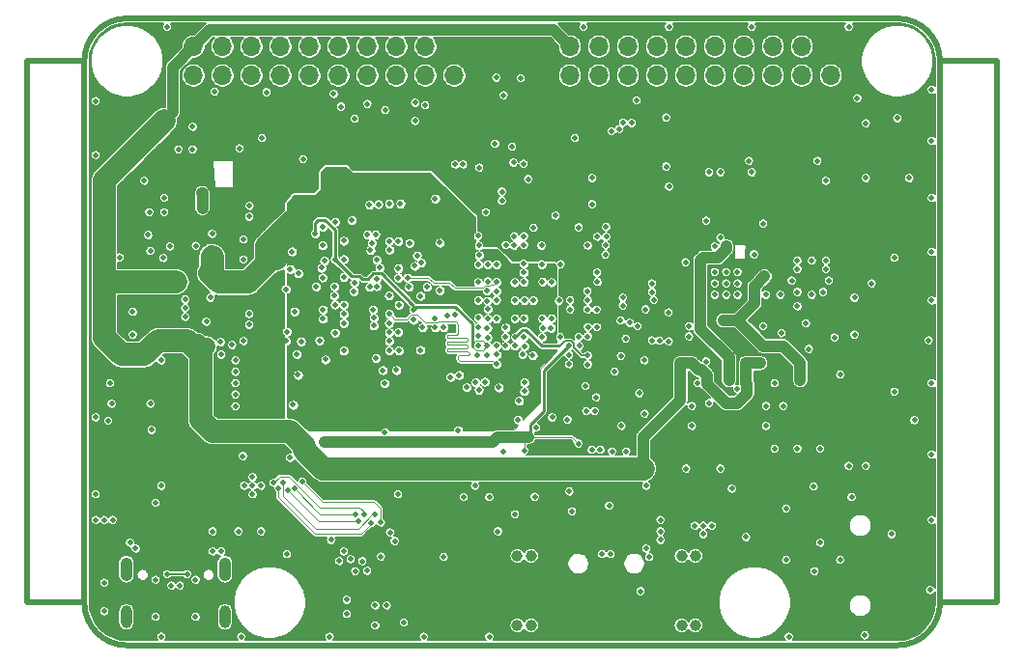
<source format=gbr>
%TF.GenerationSoftware,KiCad,Pcbnew,(5.1.10-1-10_14)*%
%TF.CreationDate,2021-07-27T16:35:17+02:00*%
%TF.ProjectId,EX-PCB-10108-001,45582d50-4342-42d3-9130-3130382d3030,A*%
%TF.SameCoordinates,Original*%
%TF.FileFunction,Copper,L3,Inr*%
%TF.FilePolarity,Positive*%
%FSLAX46Y46*%
G04 Gerber Fmt 4.6, Leading zero omitted, Abs format (unit mm)*
G04 Created by KiCad (PCBNEW (5.1.10-1-10_14)) date 2021-07-27 16:35:17*
%MOMM*%
%LPD*%
G01*
G04 APERTURE LIST*
%TA.AperFunction,Profile*%
%ADD10C,0.500000*%
%TD*%
%TA.AperFunction,ComponentPad*%
%ADD11O,1.000000X2.000000*%
%TD*%
%TA.AperFunction,ComponentPad*%
%ADD12O,1.050000X2.100000*%
%TD*%
%TA.AperFunction,ComponentPad*%
%ADD13C,0.500000*%
%TD*%
%TA.AperFunction,ComponentPad*%
%ADD14R,1.700000X1.700000*%
%TD*%
%TA.AperFunction,ComponentPad*%
%ADD15O,1.700000X1.700000*%
%TD*%
%TA.AperFunction,ComponentPad*%
%ADD16C,1.000000*%
%TD*%
%TA.AperFunction,ViaPad*%
%ADD17C,0.500000*%
%TD*%
%TA.AperFunction,Conductor*%
%ADD18C,1.000000*%
%TD*%
%TA.AperFunction,Conductor*%
%ADD19C,1.500000*%
%TD*%
%TA.AperFunction,Conductor*%
%ADD20C,2.000000*%
%TD*%
%TA.AperFunction,Conductor*%
%ADD21C,0.250000*%
%TD*%
%TA.AperFunction,Conductor*%
%ADD22C,0.125000*%
%TD*%
%TA.AperFunction,Conductor*%
%ADD23C,0.115000*%
%TD*%
%TA.AperFunction,Conductor*%
%ADD24C,0.200000*%
%TD*%
%TA.AperFunction,Conductor*%
%ADD25C,0.150000*%
%TD*%
%TA.AperFunction,Conductor*%
%ADD26C,0.100000*%
%TD*%
G04 APERTURE END LIST*
D10*
X41450000Y-85250000D02*
X46450000Y-85250000D01*
X41450000Y-132750000D02*
X46450000Y-132750000D01*
X121450000Y-132750000D02*
X126450000Y-132750000D01*
X126450000Y-85250000D02*
X121450000Y-85250000D01*
X126450000Y-85250000D02*
X126450000Y-132750000D01*
X41450000Y-85250000D02*
X41450000Y-132750000D01*
X117700000Y-81500000D02*
G75*
G02*
X121450000Y-85250000I0J-3750000D01*
G01*
X46450000Y-85250000D02*
G75*
G02*
X50200000Y-81500000I3750000J0D01*
G01*
X50200000Y-136500000D02*
G75*
G02*
X46450000Y-132750000I0J3750000D01*
G01*
X121450000Y-132750000D02*
G75*
G02*
X117700000Y-136500000I-3750000J0D01*
G01*
X46450000Y-85250000D02*
X46450000Y-132750000D01*
X117700000Y-136500000D02*
X50200000Y-136500000D01*
X117700000Y-81500000D02*
X50200000Y-81500000D01*
X121450000Y-85250000D02*
X121450000Y-132750000D01*
D11*
X50130000Y-134000000D03*
X58770000Y-134000000D03*
D12*
X50130000Y-129820000D03*
X58770000Y-129820000D03*
D13*
X101700000Y-105750000D03*
X101700000Y-104750000D03*
X101700000Y-103750000D03*
X102700000Y-105750000D03*
X102700000Y-104750000D03*
X102700000Y-103750000D03*
X103700000Y-105750000D03*
X103700000Y-104750000D03*
X103700000Y-103750000D03*
D14*
X111880000Y-83980000D03*
D15*
X111880000Y-86520000D03*
X109340000Y-83980000D03*
X109340000Y-86520000D03*
X106800000Y-83980000D03*
X106800000Y-86520000D03*
X104260000Y-83980000D03*
X104260000Y-86520000D03*
X101720000Y-83980000D03*
X101720000Y-86520000D03*
X99180000Y-83980000D03*
X99180000Y-86520000D03*
X96640000Y-83980000D03*
X96640000Y-86520000D03*
X94100000Y-83980000D03*
X94100000Y-86520000D03*
X91560000Y-83980000D03*
X91560000Y-86520000D03*
X89020000Y-83980000D03*
X89020000Y-86520000D03*
D14*
X78880000Y-83980000D03*
D15*
X78880000Y-86520000D03*
X76340000Y-83980000D03*
X76340000Y-86520000D03*
X73800000Y-83980000D03*
X73800000Y-86520000D03*
X71260000Y-83980000D03*
X71260000Y-86520000D03*
X68720000Y-83980000D03*
X68720000Y-86520000D03*
X66180000Y-83980000D03*
X66180000Y-86520000D03*
X63640000Y-83980000D03*
X63640000Y-86520000D03*
X61100000Y-83980000D03*
X61100000Y-86520000D03*
X58560000Y-83980000D03*
X58560000Y-86520000D03*
X56020000Y-83980000D03*
X56020000Y-86520000D03*
D16*
X98800000Y-128650000D03*
X100000000Y-128650000D03*
X100000000Y-134750000D03*
X98800000Y-134750000D03*
X84400000Y-134750000D03*
X85600000Y-134750000D03*
X84400000Y-128650000D03*
X85600000Y-128650000D03*
D17*
X84950000Y-109450000D03*
X86550000Y-109450000D03*
X87350000Y-108650000D03*
X86650000Y-108650000D03*
X84834988Y-110956490D03*
X85775000Y-106225000D03*
X84175000Y-107825000D03*
X84175000Y-106225000D03*
X83349998Y-109425000D03*
X80985632Y-109392490D03*
X81000000Y-107762467D03*
X82600000Y-111000000D03*
X67325000Y-101425000D03*
X67350000Y-107040012D03*
X67575000Y-111425000D03*
X67475002Y-102750000D03*
X67325000Y-99800000D03*
X68375000Y-105025000D03*
X68407510Y-109073618D03*
X67350000Y-107855024D03*
X71525000Y-101825000D03*
X69200000Y-107425000D03*
X69175000Y-110650000D03*
X64650000Y-101950000D03*
X80942495Y-104647889D03*
X74150000Y-97750000D03*
X74950000Y-101192490D03*
X75388154Y-103211846D03*
X75300000Y-107950000D03*
X73963466Y-109025000D03*
X72007510Y-111300000D03*
X73999118Y-106616832D03*
X73144696Y-105807655D03*
X90360541Y-113752839D03*
X84951243Y-103001243D03*
X84149996Y-104649996D03*
X84950002Y-103800000D03*
X80923436Y-111027100D03*
X79291743Y-112784562D03*
X65175000Y-112775000D03*
X67050000Y-109750000D03*
X84450000Y-116700000D03*
X90575000Y-111850000D03*
X80964484Y-100587490D03*
X88197515Y-103062509D03*
X86536439Y-103062510D03*
X89039948Y-107029994D03*
X59400000Y-110150000D03*
X60400000Y-102650000D03*
X89030551Y-106221806D03*
X72800000Y-117849990D03*
X93480658Y-111124538D03*
X92937457Y-112497399D03*
X95554994Y-116187510D03*
X95080000Y-114380000D03*
X79199673Y-117621969D03*
X91312510Y-114750000D03*
X65075000Y-110950012D03*
X64860000Y-107210000D03*
X65200000Y-103875000D03*
X90575000Y-101425000D03*
X84145442Y-100606948D03*
X91400978Y-103798391D03*
X93533311Y-117247490D03*
X88800000Y-116700000D03*
X87450000Y-116500000D03*
X65442630Y-109830918D03*
X75892150Y-110582150D03*
X53375000Y-102525000D03*
X53950000Y-101500000D03*
X57500021Y-106000012D03*
X90584263Y-108574989D03*
X112700000Y-112750000D03*
X86520052Y-101429995D03*
X96200000Y-104750000D03*
X96200000Y-105500000D03*
X99450000Y-108500000D03*
X117450000Y-114250000D03*
X120450000Y-109750000D03*
X107700000Y-115500000D03*
X106950000Y-113500000D03*
X103700000Y-114000000D03*
X101200000Y-115250000D03*
X100200000Y-113500000D03*
X100950000Y-111600000D03*
X61950000Y-126500000D03*
X59950000Y-126500000D03*
X52700000Y-134000000D03*
X56200000Y-134000000D03*
X48200000Y-133500000D03*
X60050000Y-92900000D03*
X55950000Y-93000000D03*
X54700000Y-93000000D03*
X53450000Y-97250000D03*
X53450000Y-98500000D03*
X47450000Y-125500000D03*
X48200000Y-125500000D03*
X48950000Y-125500000D03*
X48700000Y-113500000D03*
X50700000Y-109250000D03*
X50700000Y-107250000D03*
X59690000Y-115530000D03*
X59700000Y-114500000D03*
X59700000Y-113500000D03*
X59700000Y-112500000D03*
X59700000Y-111500000D03*
X58450000Y-111000000D03*
X49550010Y-102462363D03*
X96200000Y-109750000D03*
X71950000Y-134750000D03*
X69450000Y-133750000D03*
X74450000Y-134500000D03*
X92450000Y-124250000D03*
X92700000Y-119500000D03*
X93950000Y-119500000D03*
X82700000Y-126500000D03*
X84200000Y-125000000D03*
X102200000Y-121000000D03*
X99200000Y-121000000D03*
X107950000Y-129000000D03*
X81650000Y-98500000D03*
X64750000Y-115400000D03*
X52050000Y-100500000D03*
X52150000Y-98500000D03*
X52250000Y-101900000D03*
X48850000Y-115300000D03*
X48550000Y-116800000D03*
X52250000Y-115300000D03*
X52350000Y-117600000D03*
X75450000Y-88900000D03*
X85350000Y-95600000D03*
X95550000Y-111500000D03*
X68950000Y-89250000D03*
X105950000Y-108500000D03*
X70200000Y-130000000D03*
X69450000Y-132500000D03*
X62025000Y-92000000D03*
X57875000Y-87925000D03*
X56225000Y-101450000D03*
X89780000Y-99830000D03*
X73250000Y-126600000D03*
X68070000Y-127250000D03*
X68790000Y-129110000D03*
X120580000Y-131640000D03*
X114860000Y-135610000D03*
X120700000Y-106250000D03*
X120700000Y-113500000D03*
X120700000Y-119750000D03*
X120700000Y-125500000D03*
X108200000Y-135750000D03*
X81950000Y-135750000D03*
X76200000Y-135750000D03*
X67950000Y-135750000D03*
X60200000Y-135750000D03*
X53200000Y-135750000D03*
X47450000Y-123250000D03*
X47450000Y-116500000D03*
X47450000Y-93500000D03*
X47450000Y-88750000D03*
X53700000Y-82250000D03*
X90200000Y-82250000D03*
X89450000Y-92000000D03*
X90950000Y-95500000D03*
X73950000Y-123250000D03*
X79700000Y-123500000D03*
X77950000Y-128750000D03*
X64200000Y-128500000D03*
X95200000Y-131750000D03*
X104450000Y-127000000D03*
X103200000Y-122750000D03*
X106200000Y-117250000D03*
X99700000Y-117250000D03*
X64100000Y-105250000D03*
X60400000Y-109800000D03*
X57140000Y-108110000D03*
X92181999Y-99787490D03*
X95700000Y-128000000D03*
X96950000Y-126500000D03*
X96950000Y-125500000D03*
X96950000Y-127250000D03*
X95950000Y-128750000D03*
X87750000Y-98800000D03*
X90950000Y-97800000D03*
X60930000Y-97940000D03*
X60910000Y-98890000D03*
X64200000Y-108990000D03*
X60900000Y-107420000D03*
X60900000Y-108370000D03*
X52700000Y-124000000D03*
X113950000Y-109250000D03*
X113950000Y-106000000D03*
X119200000Y-116750000D03*
X95700000Y-122500000D03*
X81950000Y-123500000D03*
X80700000Y-122500000D03*
X110950000Y-119250000D03*
X113700000Y-123500000D03*
X110950000Y-127500000D03*
X112700000Y-129000000D03*
X109950000Y-110500000D03*
X112200000Y-109500000D03*
X109700000Y-108250000D03*
X110200000Y-105750000D03*
X108950000Y-105500000D03*
X111200000Y-105500000D03*
X111700000Y-104500000D03*
X55950000Y-91000000D03*
X51700000Y-95750000D03*
X113450000Y-120750000D03*
X83200000Y-88250000D03*
X85825000Y-99875000D03*
X110375000Y-122575000D03*
X88944989Y-111839545D03*
X54708540Y-104109173D03*
X54700000Y-105250000D03*
X55275000Y-104675000D03*
X105700000Y-111750000D03*
X104450000Y-111750000D03*
X99700000Y-111750000D03*
X98700000Y-111750000D03*
X48945000Y-110045000D03*
X48945000Y-106455000D03*
X48200000Y-106750000D03*
X47950000Y-107750000D03*
X47950000Y-108750000D03*
X48200000Y-109500000D03*
X47450000Y-109250000D03*
X47450000Y-108250000D03*
X47450000Y-107250000D03*
X56450000Y-110250000D03*
X57200000Y-110250000D03*
X56700000Y-111000000D03*
X95450000Y-121000000D03*
X65699990Y-118999990D03*
X95450000Y-120000000D03*
X95950000Y-120500000D03*
X94950000Y-120500000D03*
X95450000Y-119250000D03*
X95450000Y-118500000D03*
X86050000Y-117400000D03*
X57650000Y-100400000D03*
X58400000Y-109900000D03*
X67350000Y-106232510D03*
X67125000Y-102025000D03*
X67567490Y-109025000D03*
X73975000Y-111425000D03*
X67350000Y-100625000D03*
X67575000Y-110625000D03*
X87375000Y-105425000D03*
X75162181Y-100631247D03*
X68742490Y-112550000D03*
X64477521Y-99125000D03*
X83375000Y-104625000D03*
X83375000Y-106225000D03*
X83375000Y-107825000D03*
X73975000Y-109825000D03*
X69950000Y-106650000D03*
X68393161Y-104206839D03*
X73175000Y-103450008D03*
X73981440Y-107451061D03*
X74902057Y-102307510D03*
X73146362Y-106606044D03*
X71000000Y-103900000D03*
X85970001Y-105460000D03*
X87394140Y-106244140D03*
X56900000Y-104400000D03*
X56900000Y-103650000D03*
X57650000Y-103400000D03*
X57400000Y-101650000D03*
X57700000Y-93625000D03*
X89055010Y-104650000D03*
X84991068Y-102267079D03*
X89800000Y-107025000D03*
X82563901Y-103087522D03*
X88962490Y-102225000D03*
X57050000Y-95050000D03*
X57050000Y-95800000D03*
X57050000Y-94275000D03*
X81822394Y-100614389D03*
X88977101Y-109373438D03*
X88700000Y-94500000D03*
X87200000Y-94500000D03*
X86450000Y-93250000D03*
X117950000Y-109750000D03*
X115700000Y-115250000D03*
X104700000Y-115500000D03*
X109949994Y-118000000D03*
X109200000Y-118000000D03*
X108450000Y-118000000D03*
X103699994Y-117750000D03*
X102200000Y-117750000D03*
X102950000Y-117750000D03*
X97450000Y-114250000D03*
X78450000Y-131000000D03*
X76950000Y-129750000D03*
X105700000Y-121500000D03*
X81700000Y-84750000D03*
X86200000Y-84750000D03*
X81846408Y-94791082D03*
X64102510Y-109800000D03*
X84975000Y-107825000D03*
X87375000Y-107825000D03*
X86575000Y-107825000D03*
X85000000Y-106225000D03*
X84975000Y-104625000D03*
X88049990Y-106260057D03*
X88150000Y-109450000D03*
X89839950Y-110229992D03*
X86600000Y-104600000D03*
X87400000Y-104650000D03*
X66675000Y-100350000D03*
X68400000Y-102625000D03*
X81775000Y-110225000D03*
X75300000Y-107050000D03*
X81780000Y-109489961D03*
X70075000Y-105425000D03*
X70100000Y-104675000D03*
X66765728Y-105012811D03*
X67225000Y-103375000D03*
X68350004Y-105825000D03*
X71263617Y-100460044D03*
X67329800Y-104233033D03*
X69175007Y-104187779D03*
X72070394Y-104996702D03*
X80975000Y-108577479D03*
X81782510Y-104576801D03*
X71430092Y-97842490D03*
X64499994Y-103500000D03*
X85027479Y-113446250D03*
X69175000Y-108225000D03*
X68400000Y-106600000D03*
X85000008Y-114200000D03*
X69175000Y-106625000D03*
X84550000Y-115050000D03*
X84175000Y-110224998D03*
X71800000Y-107750000D03*
X82780741Y-113880741D03*
X71749994Y-107050000D03*
X83375000Y-110225000D03*
X71800006Y-108450000D03*
X82575000Y-111825000D03*
X73157855Y-107421056D03*
X78549998Y-112950000D03*
X82550014Y-110225000D03*
X83375000Y-108625004D03*
X72051422Y-104350010D03*
X82553407Y-107830176D03*
X71955654Y-100460045D03*
X69200002Y-102625000D03*
X81800000Y-107000000D03*
X74757692Y-104247843D03*
X82572369Y-104629075D03*
X81557005Y-113377003D03*
X73145314Y-108236067D03*
X81016261Y-114091261D03*
X73159989Y-109043151D03*
X81750000Y-111025000D03*
X73799992Y-112350000D03*
X81775000Y-108655023D03*
X71450381Y-105057737D03*
X81802576Y-107840012D03*
X71640949Y-101203887D03*
X69193161Y-101006839D03*
X81775000Y-106272522D03*
X68425000Y-99350000D03*
X77200002Y-97300000D03*
X82539117Y-106189117D03*
X82575000Y-105425000D03*
X72210613Y-97800000D03*
X80741993Y-113425000D03*
X73166576Y-110640113D03*
X73150000Y-109800000D03*
X79950000Y-113850000D03*
X73995017Y-110641784D03*
X80950000Y-110212089D03*
X80964085Y-106207456D03*
X69900000Y-99200000D03*
X81749936Y-105392444D03*
X73150000Y-97750000D03*
X73974999Y-104262214D03*
X76100000Y-108600000D03*
X75953074Y-102922997D03*
X77950003Y-108599997D03*
X73162247Y-101037013D03*
X78250170Y-107535014D03*
X72050000Y-102675000D03*
X75908195Y-105838089D03*
X72758081Y-113509979D03*
X72610160Y-112363696D03*
X74900002Y-105050000D03*
X77202448Y-108615011D03*
X73975000Y-103425000D03*
X77200000Y-107800000D03*
X73975000Y-101050000D03*
X78950000Y-107519729D03*
X76457510Y-105050000D03*
X73188619Y-101792490D03*
X72304846Y-103374990D03*
X75600000Y-102307510D03*
X77600000Y-105350000D03*
X77600000Y-101175000D03*
X85008768Y-110258768D03*
X85750000Y-111050000D03*
X83150000Y-119500000D03*
X60350000Y-119900000D03*
X64464924Y-120045084D03*
X67300000Y-118700000D03*
X88925000Y-110225002D03*
X85000000Y-119400000D03*
X89750000Y-118800000D03*
X84218902Y-109439227D03*
X90575000Y-111075010D03*
X60400000Y-100900000D03*
X61200000Y-122500000D03*
X57700000Y-128250000D03*
X50950000Y-128000000D03*
X50450000Y-127500000D03*
X58450000Y-128250000D03*
X61200000Y-121750000D03*
X61200000Y-123250000D03*
X61950000Y-122500000D03*
X60450000Y-122500000D03*
X53200000Y-111500000D03*
X53200000Y-122500000D03*
X100700000Y-126000000D03*
X99950000Y-126000000D03*
X101450000Y-126000000D03*
X100700000Y-126750000D03*
X72950000Y-133000000D03*
X71950000Y-133000000D03*
X84700000Y-86750000D03*
X82550000Y-86699996D03*
X84987086Y-101379535D03*
X81025000Y-102275000D03*
X79650000Y-94300000D03*
X54075000Y-131250000D03*
X55450000Y-130250000D03*
X53700000Y-130250000D03*
X54825000Y-131250000D03*
X56775000Y-96825000D03*
X56800000Y-98150000D03*
X56797353Y-97480375D03*
X55300010Y-106145709D03*
X55300010Y-106900000D03*
X55300010Y-107689050D03*
X89200000Y-124750000D03*
X88950000Y-123000000D03*
X85925000Y-123475000D03*
X102450000Y-108000000D03*
X103200000Y-108000000D03*
X106075022Y-104144006D03*
X109200000Y-112500000D03*
X109200000Y-111750000D03*
X109200000Y-113250000D03*
X71612282Y-125736280D03*
X63469029Y-122693891D03*
X102700000Y-101500000D03*
X102950000Y-112500000D03*
X102950000Y-111750000D03*
X102949986Y-113250000D03*
X88944989Y-111026219D03*
X117700000Y-90250000D03*
X118750000Y-95500000D03*
X110200000Y-102750000D03*
X111450000Y-103500000D03*
X108950000Y-103500000D03*
X108950000Y-102750000D03*
X111450000Y-102750000D03*
X97450000Y-94500000D03*
X97700000Y-96250000D03*
X102200000Y-95000000D03*
X104700000Y-94000000D03*
X110700000Y-94000000D03*
X100950000Y-99250000D03*
X102200000Y-100750000D03*
X114950000Y-95500000D03*
X114950000Y-90700000D03*
X120700000Y-87750000D03*
X120700000Y-92250000D03*
X120700000Y-97250000D03*
X120700000Y-102000000D03*
X97700000Y-82250000D03*
X104950000Y-82250000D03*
X113450000Y-82250000D03*
X97450000Y-90200000D03*
X99150000Y-102900000D03*
X105150000Y-102200000D03*
X105950000Y-99500000D03*
X111450000Y-95750000D03*
X117450000Y-102500000D03*
X114200000Y-88500000D03*
X101700000Y-101500000D03*
X101200000Y-95000000D03*
X57700000Y-126500000D03*
X107950000Y-124500000D03*
X48200000Y-131000000D03*
X110450000Y-130000000D03*
X117200000Y-126750000D03*
X104950000Y-95000000D03*
X80975000Y-103075000D03*
X81070052Y-94598104D03*
X91375000Y-108575000D03*
X94250000Y-108200000D03*
X94850000Y-88700000D03*
X76325000Y-89125000D03*
X93337490Y-91200000D03*
X72825000Y-89550000D03*
X92650000Y-91400000D03*
X95641674Y-107025052D03*
X96849954Y-109777035D03*
X97674966Y-109837490D03*
X93650000Y-106700000D03*
X106950000Y-119250000D03*
X90575000Y-106225000D03*
X108950000Y-119250000D03*
X99450000Y-109400000D03*
X91675000Y-119349990D03*
X90925000Y-119349990D03*
X90425000Y-115950000D03*
X91175000Y-115950000D03*
X93900000Y-109600000D03*
X106200000Y-105750000D03*
X107450000Y-105750000D03*
X93450000Y-108000000D03*
X114950000Y-120750000D03*
X92120050Y-102229996D03*
X52700000Y-130750000D03*
X56200000Y-130750000D03*
X70820099Y-129128386D03*
X71240000Y-129959998D03*
X72442185Y-128715876D03*
X73650000Y-127350000D03*
X69200000Y-128250000D03*
X69791639Y-128941636D03*
X84120050Y-101429994D03*
X82450000Y-92500000D03*
X71950000Y-125000000D03*
X63881539Y-122250000D03*
X84066369Y-94144506D03*
X72437294Y-125722191D03*
X83050000Y-97500000D03*
X65550000Y-122150000D03*
X84990002Y-100610000D03*
X84950000Y-94250000D03*
X83950000Y-92750000D03*
X63037490Y-122250000D03*
X70950000Y-125000000D03*
X64294049Y-122933753D03*
X70483312Y-125633310D03*
X83387501Y-101378686D03*
X70200000Y-125000000D03*
X64864566Y-122747944D03*
X83050000Y-96700000D03*
X90550000Y-105425000D03*
X96350006Y-106200000D03*
X91350000Y-107050000D03*
X97658311Y-107291689D03*
X90550000Y-107025000D03*
X93675000Y-90625000D03*
X71259996Y-89015004D03*
X93650000Y-106000000D03*
X94425000Y-90675000D03*
X62425000Y-87975000D03*
X68307490Y-88120811D03*
X81025000Y-101425000D03*
X78950000Y-94312510D03*
X70150000Y-90300000D03*
X75450000Y-90500000D03*
X81808767Y-103058767D03*
X65625000Y-93850000D03*
X91425000Y-104625000D03*
X90575000Y-109400000D03*
X108450000Y-104500000D03*
X89775000Y-109450000D03*
X108950000Y-106750000D03*
X94950000Y-108500000D03*
X107550000Y-109100000D03*
X91825000Y-128500000D03*
X92575000Y-128500000D03*
X106200000Y-115500000D03*
X92200000Y-100650000D03*
X99700000Y-115500000D03*
X91400000Y-100650000D03*
X92151248Y-101401248D03*
X115450000Y-104750000D03*
D18*
X105700000Y-111750000D02*
X104450000Y-111750000D01*
X100550001Y-112350001D02*
X100300001Y-112350001D01*
X101050001Y-112850001D02*
X100550001Y-112350001D01*
X101050001Y-113600001D02*
X101050001Y-112850001D01*
X104550001Y-114399999D02*
X103700000Y-115250000D01*
X104550001Y-113591999D02*
X104550001Y-114399999D01*
X104450000Y-111750000D02*
X104450000Y-113491998D01*
X104450000Y-113491998D02*
X104550001Y-113591999D01*
X100300001Y-112350001D02*
X99700000Y-111750000D01*
X102700000Y-115250000D02*
X101050001Y-113600001D01*
X103700000Y-115250000D02*
X102700000Y-115250000D01*
X99700000Y-111750000D02*
X98700000Y-111750000D01*
D19*
X56400011Y-109950011D02*
X56700000Y-110250000D01*
X56700000Y-110250000D02*
X57200000Y-110250000D01*
D20*
X48200000Y-106750000D02*
X48200000Y-109500000D01*
X55450000Y-109750000D02*
X56700000Y-111000000D01*
X52950000Y-109750000D02*
X55450000Y-109750000D01*
X51700000Y-111000000D02*
X52950000Y-109750000D01*
X49700000Y-111000000D02*
X51700000Y-111000000D01*
X48200000Y-109500000D02*
X49700000Y-111000000D01*
X48200000Y-95750000D02*
X53450000Y-90500000D01*
X48200000Y-105000000D02*
X48200000Y-95750000D01*
X48200000Y-106750000D02*
X48200000Y-105000000D01*
X56700000Y-111000000D02*
X56700000Y-116750000D01*
X56700000Y-116750000D02*
X57700000Y-117750000D01*
X57700000Y-117750000D02*
X64450000Y-117750000D01*
X65699990Y-118999990D02*
X65699990Y-118999990D01*
X64450000Y-117750000D02*
X65699990Y-118999990D01*
D18*
X95450000Y-118250000D02*
X95450000Y-121000000D01*
X98700000Y-115000000D02*
X95450000Y-118250000D01*
X98700000Y-111750000D02*
X98700000Y-115000000D01*
X54200000Y-85800000D02*
X54200000Y-89750000D01*
X54200000Y-89750000D02*
X53450000Y-90500000D01*
X56020000Y-83980000D02*
X54200000Y-85800000D01*
X87569999Y-82529999D02*
X89020000Y-83980000D01*
X57470001Y-82529999D02*
X87569999Y-82529999D01*
X56020000Y-83980000D02*
X57470001Y-82529999D01*
D20*
X65699990Y-118999990D02*
X65699990Y-119362745D01*
X65699990Y-119362745D02*
X67337245Y-121000000D01*
X67337245Y-121000000D02*
X95450000Y-121000000D01*
X48567252Y-104632748D02*
X48200000Y-105000000D01*
X54450000Y-104632748D02*
X48567252Y-104632748D01*
D21*
X67567490Y-109025000D02*
X67567490Y-110617490D01*
X67567490Y-110617490D02*
X67575000Y-110625000D01*
X66725000Y-106857510D02*
X66725000Y-108182510D01*
X66725000Y-108182510D02*
X67567490Y-109025000D01*
X67350000Y-106232510D02*
X66725000Y-106857510D01*
X66650000Y-104225000D02*
X67350000Y-104925000D01*
X67350000Y-104925000D02*
X67350000Y-106232510D01*
X66650000Y-101550000D02*
X66650000Y-104225000D01*
X66650000Y-101125000D02*
X66850000Y-101125000D01*
X66650000Y-101125000D02*
X66650000Y-101550000D01*
X66650000Y-101550000D02*
X67125000Y-102025000D01*
X66850000Y-101125000D02*
X67350000Y-100625000D01*
X73975000Y-111425000D02*
X72928010Y-111425000D01*
X68742490Y-111792490D02*
X68742490Y-112196447D01*
X67575000Y-110625000D02*
X68742490Y-111792490D01*
X72428005Y-111925005D02*
X69367485Y-111925005D01*
X69367485Y-111925005D02*
X68992489Y-112300001D01*
X72928010Y-111425000D02*
X72428005Y-111925005D01*
X68992489Y-112300001D02*
X68742490Y-112550000D01*
X68742490Y-112196447D02*
X68742490Y-112550000D01*
X74428001Y-97274999D02*
X66327522Y-97274999D01*
X75162181Y-98009179D02*
X74428001Y-97274999D01*
X66477521Y-101125000D02*
X64727520Y-99374999D01*
X66327522Y-97274999D02*
X64727520Y-98875001D01*
X64727520Y-98875001D02*
X64477521Y-99125000D01*
X75162181Y-100631247D02*
X75162181Y-98009179D01*
X66650000Y-101125000D02*
X66477521Y-101125000D01*
X83375000Y-104625000D02*
X83878768Y-104121232D01*
X83375000Y-106225000D02*
X83375000Y-104625000D01*
X83375000Y-107825000D02*
X83375000Y-106225000D01*
X87375000Y-105425000D02*
X86005001Y-105425000D01*
X85800000Y-104921429D02*
X85970001Y-105091430D01*
X85970001Y-105106447D02*
X85970001Y-105460000D01*
X85970001Y-105091430D02*
X85970001Y-105106447D01*
X86005001Y-105425000D02*
X85970001Y-105460000D01*
X75515734Y-100631247D02*
X75162181Y-100631247D01*
X78300000Y-101150000D02*
X77781247Y-100631247D01*
X77781247Y-100631247D02*
X75515734Y-100631247D01*
X78300000Y-102950000D02*
X78300000Y-101150000D01*
D20*
X57650000Y-103400000D02*
X57650000Y-102400000D01*
X57452551Y-103859449D02*
X58243102Y-104650000D01*
X58243102Y-104650000D02*
X60800000Y-104650000D01*
X60800000Y-104650000D02*
X62450000Y-103000000D01*
X62450000Y-103000000D02*
X62450000Y-101500000D01*
D21*
X64651261Y-99298739D02*
X64477521Y-99125000D01*
X64727520Y-99374999D02*
X64651261Y-99298739D01*
D20*
X62450000Y-103000000D02*
X63200000Y-102250000D01*
X63200000Y-101000000D02*
X63075000Y-100875000D01*
X63200000Y-102250000D02*
X63200000Y-101000000D01*
X63075000Y-100875000D02*
X64651261Y-99298739D01*
X62450000Y-101500000D02*
X63075000Y-100875000D01*
X63299999Y-102250000D02*
X63299999Y-102598001D01*
X63200000Y-102250000D02*
X63299999Y-102250000D01*
D22*
X89800000Y-107378553D02*
X89478553Y-107700000D01*
X89800000Y-107025000D02*
X89800000Y-107378553D01*
X89478553Y-107700000D02*
X88750000Y-107700000D01*
X88750000Y-107700000D02*
X88300000Y-107250000D01*
X88300000Y-107250000D02*
X88300000Y-106875000D01*
X88300000Y-106875000D02*
X88575000Y-106600000D01*
X88575000Y-105130010D02*
X89055010Y-104650000D01*
X88575000Y-106600000D02*
X88575000Y-105130010D01*
X84991068Y-102267079D02*
X88920411Y-102267079D01*
X88920411Y-102267079D02*
X88962490Y-102225000D01*
X88977101Y-109373438D02*
X88977101Y-107847899D01*
X88977101Y-107847899D02*
X89800000Y-107025000D01*
X64102510Y-109800000D02*
X63310000Y-109800000D01*
D21*
X85000000Y-107800000D02*
X84975000Y-107825000D01*
X84975000Y-106200000D02*
X85000000Y-106225000D01*
X68400000Y-102625000D02*
X68400000Y-100050000D01*
X68400000Y-100050000D02*
X67500000Y-99150000D01*
X67500000Y-99150000D02*
X66950000Y-99150000D01*
X66950000Y-99150000D02*
X66675000Y-99425000D01*
X66675000Y-99425000D02*
X66675000Y-100350000D01*
X75549999Y-106800001D02*
X75300000Y-107050000D01*
X80425000Y-108291727D02*
X78933274Y-106800001D01*
X78933274Y-106800001D02*
X75549999Y-106800001D01*
X80425000Y-110275000D02*
X80425000Y-108291727D01*
D23*
X80769599Y-110619599D02*
X80425000Y-110275000D01*
X81380401Y-110619599D02*
X80769599Y-110619599D01*
X81775000Y-110225000D02*
X81380401Y-110619599D01*
X80757294Y-109804588D02*
X80425000Y-110136882D01*
X81775000Y-110225000D02*
X81354588Y-109804588D01*
X80425000Y-110136882D02*
X80425000Y-110275000D01*
X81354588Y-109804588D02*
X80757294Y-109804588D01*
D21*
X70524999Y-104128001D02*
X70771999Y-104375001D01*
X70771999Y-104375001D02*
X71278001Y-104375001D01*
X71278001Y-104375001D02*
X71778002Y-103875000D01*
X71778002Y-103875000D02*
X72478553Y-103875000D01*
X75300000Y-106696447D02*
X75300000Y-107050000D01*
X72478553Y-103875000D02*
X75300000Y-106696447D01*
X69903001Y-104128001D02*
X70524999Y-104128001D01*
X68400000Y-102625000D02*
X69903001Y-104128001D01*
D23*
X73407854Y-107671055D02*
X73157855Y-107421056D01*
X74692499Y-107904399D02*
X73641198Y-107904399D01*
X75595601Y-107492499D02*
X75104399Y-107492499D01*
X76310603Y-108207501D02*
X75595601Y-107492499D01*
X77395601Y-108207501D02*
X76310603Y-108207501D01*
X77495601Y-108107501D02*
X77395601Y-108207501D01*
X79200000Y-109090000D02*
X79200000Y-108300000D01*
X79196240Y-109123378D02*
X79200000Y-109090000D01*
X79185146Y-109155082D02*
X79196240Y-109123378D01*
X79167275Y-109183523D02*
X79185146Y-109155082D01*
X79083379Y-109236239D02*
X79115083Y-109225145D01*
X79115083Y-109225145D02*
X79143524Y-109207274D01*
X78341988Y-109243760D02*
X78375366Y-109240000D01*
X78310284Y-109254854D02*
X78341988Y-109243760D01*
X78229127Y-109356621D02*
X78240221Y-109324917D01*
X78229127Y-109423378D02*
X78225366Y-109390000D01*
X78341988Y-109536239D02*
X78310284Y-109525145D01*
X78281843Y-109507274D02*
X78258092Y-109483523D01*
X78310284Y-109525145D02*
X78281843Y-109507274D01*
X78375366Y-109540000D02*
X78341988Y-109536239D01*
X80074634Y-109690000D02*
X80070873Y-109656621D01*
X78375366Y-109840000D02*
X79924634Y-109840000D01*
X80070873Y-109723378D02*
X80074634Y-109690000D01*
X80041908Y-109783523D02*
X80059779Y-109755082D01*
X80018157Y-109807274D02*
X80041908Y-109783523D01*
X79958012Y-109543760D02*
X79924634Y-109540000D01*
X80118157Y-111007274D02*
X80141908Y-110983523D01*
X79989716Y-109825145D02*
X80018157Y-109807274D01*
X80059779Y-110355082D02*
X80070873Y-110323378D01*
X78240221Y-109324917D02*
X78258092Y-109296476D01*
X78310284Y-109854854D02*
X78341988Y-109843760D01*
X79958012Y-109836239D02*
X79989716Y-109825145D01*
X80058012Y-110743760D02*
X80024634Y-110740000D01*
X78281843Y-109872725D02*
X78310284Y-109854854D01*
X79143524Y-109207274D02*
X79167275Y-109183523D01*
X78229127Y-109956621D02*
X78240221Y-109924917D01*
X78225366Y-109990000D02*
X78229127Y-109956621D01*
X78229127Y-110023378D02*
X78225366Y-109990000D01*
X78375366Y-110740000D02*
X78341988Y-110736239D01*
X78240221Y-110055082D02*
X78229127Y-110023378D01*
X78240221Y-109924917D02*
X78258092Y-109896476D01*
X80024634Y-111040000D02*
X80058012Y-111036239D01*
X80118157Y-110772725D02*
X80089716Y-110754854D01*
X78281843Y-110107274D02*
X78258092Y-110083523D01*
X78341988Y-110136239D02*
X78310284Y-110125145D01*
X78375366Y-110140000D02*
X78341988Y-110136239D01*
X79924634Y-110140000D02*
X78375366Y-110140000D01*
X79989716Y-110154854D02*
X79958012Y-110143760D01*
X79007501Y-108107501D02*
X77495601Y-108107501D01*
X80059779Y-110224917D02*
X80041908Y-110196476D01*
X80059779Y-109755082D02*
X80070873Y-109723378D01*
X80141908Y-110983523D02*
X80159779Y-110955082D01*
X80058012Y-111036239D02*
X80089716Y-111025145D01*
X80018157Y-110172725D02*
X79989716Y-110154854D01*
X80074634Y-110290000D02*
X80070873Y-110256621D01*
X79284917Y-111054854D02*
X79316621Y-111043760D01*
X79958012Y-110143760D02*
X79924634Y-110140000D01*
X79200000Y-111360000D02*
X79200000Y-111190000D01*
X73641198Y-107904399D02*
X73407854Y-107671055D01*
X80018157Y-110407274D02*
X80041908Y-110383523D01*
X78310284Y-110125145D02*
X78281843Y-110107274D01*
X80089716Y-111025145D02*
X80118157Y-111007274D01*
X79924634Y-110440000D02*
X79958012Y-110436239D01*
X78240221Y-109455082D02*
X78229127Y-109423378D01*
X78310284Y-110454854D02*
X78341988Y-110443760D01*
X79200000Y-108300000D02*
X79007501Y-108107501D01*
X80141908Y-110796476D02*
X80118157Y-110772725D01*
X82575000Y-111825000D02*
X82280000Y-111530000D01*
X78281843Y-110472725D02*
X78310284Y-110454854D01*
X80070873Y-110323378D02*
X80074634Y-110290000D01*
X78258092Y-110496476D02*
X78281843Y-110472725D01*
X80018157Y-109572725D02*
X79989716Y-109554854D01*
X79958012Y-110436239D02*
X79989716Y-110425145D01*
X78229127Y-110556621D02*
X78240221Y-110524917D01*
X78341988Y-109843760D02*
X78375366Y-109840000D01*
X78258092Y-109296476D02*
X78281843Y-109272725D01*
X78240221Y-110524917D02*
X78258092Y-110496476D01*
X78225366Y-110590000D02*
X78229127Y-110556621D01*
X78258092Y-109483523D02*
X78240221Y-109455082D01*
X78258092Y-110083523D02*
X78240221Y-110055082D01*
X78240221Y-110655082D02*
X78229127Y-110623378D01*
X78281843Y-109272725D02*
X78310284Y-109254854D01*
X78258092Y-110683523D02*
X78240221Y-110655082D01*
X78375366Y-109240000D02*
X79050000Y-109240000D01*
X80059779Y-109624917D02*
X80041908Y-109596476D01*
X78229127Y-110623378D02*
X78225366Y-110590000D01*
X75104399Y-107492499D02*
X74692499Y-107904399D01*
X80070873Y-110256621D02*
X80059779Y-110224917D01*
X78281843Y-110707274D02*
X78258092Y-110683523D01*
X78341988Y-110736239D02*
X78310284Y-110725145D01*
X80024634Y-110740000D02*
X78375366Y-110740000D01*
X79214854Y-111124917D02*
X79232725Y-111096476D01*
X80070873Y-109656621D02*
X80059779Y-109624917D01*
X80089716Y-110754854D02*
X80058012Y-110743760D01*
X80041908Y-110383523D02*
X80059779Y-110355082D01*
X79924634Y-109540000D02*
X78375366Y-109540000D01*
X80159779Y-110824917D02*
X80141908Y-110796476D01*
X78258092Y-109896476D02*
X78281843Y-109872725D01*
X79256476Y-111072725D02*
X79284917Y-111054854D01*
X80159779Y-110955082D02*
X80170873Y-110923378D01*
X80170873Y-110856621D02*
X80159779Y-110824917D01*
X79232725Y-111096476D02*
X79256476Y-111072725D01*
X80174634Y-110890000D02*
X80170873Y-110856621D01*
X79989716Y-110425145D02*
X80018157Y-110407274D01*
X79989716Y-109554854D02*
X79958012Y-109543760D01*
X80041908Y-109596476D02*
X80018157Y-109572725D01*
X79316621Y-111043760D02*
X79350000Y-111040000D01*
X80170873Y-110923378D02*
X80174634Y-110890000D01*
X78375366Y-110440000D02*
X79924634Y-110440000D01*
X82280000Y-111530000D02*
X79370000Y-111530000D01*
X79924634Y-109840000D02*
X79958012Y-109836239D01*
X79350000Y-111040000D02*
X80024634Y-111040000D01*
X78341988Y-110443760D02*
X78375366Y-110440000D01*
X79050000Y-109240000D02*
X79083379Y-109236239D01*
X80041908Y-110196476D02*
X80018157Y-110172725D01*
X79203760Y-111156621D02*
X79214854Y-111124917D01*
X79200000Y-111190000D02*
X79203760Y-111156621D01*
X79370000Y-111530000D02*
X79200000Y-111360000D01*
X78225366Y-109390000D02*
X78229127Y-109356621D01*
X78310284Y-110725145D02*
X78281843Y-110707274D01*
X82322370Y-104879074D02*
X82572369Y-104629075D01*
X82083339Y-104879074D02*
X82322370Y-104879074D01*
X81400001Y-105150000D02*
X81565699Y-104984302D01*
X77053102Y-104700000D02*
X78450000Y-104700000D01*
X78900000Y-105150000D02*
X81400001Y-105150000D01*
X78450000Y-104700000D02*
X78900000Y-105150000D01*
X81978111Y-104984302D02*
X82083339Y-104879074D01*
X81565699Y-104984302D02*
X81978111Y-104984302D01*
X76600945Y-104247843D02*
X77053102Y-104700000D01*
X74757692Y-104247843D02*
X76600945Y-104247843D01*
D22*
X85000000Y-118574999D02*
X85350000Y-118224999D01*
X85000000Y-119400000D02*
X85000000Y-118574999D01*
X89174999Y-118224999D02*
X89750000Y-118800000D01*
X85350000Y-118224999D02*
X89174999Y-118224999D01*
D18*
X82224999Y-118700000D02*
X67550000Y-118700000D01*
X82700000Y-118224999D02*
X82224999Y-118700000D01*
X85350000Y-118224999D02*
X82700000Y-118224999D01*
D21*
X86750000Y-112400002D02*
X88675001Y-110475001D01*
X86750000Y-115948526D02*
X86750000Y-112400002D01*
X85574999Y-117123527D02*
X86750000Y-115948526D01*
X88675001Y-110475001D02*
X88925000Y-110225002D01*
X85574999Y-118149999D02*
X85574999Y-117123527D01*
X84833129Y-108825000D02*
X85125000Y-108825000D01*
X84218902Y-109439227D02*
X84833129Y-108825000D01*
X86525000Y-110225000D02*
X88125000Y-110225000D01*
X85125000Y-108825000D02*
X86525000Y-110225000D01*
D24*
X88575000Y-109800000D02*
X88775000Y-109800000D01*
X88150000Y-110225000D02*
X88575000Y-109800000D01*
X88125000Y-110225000D02*
X88150000Y-110225000D01*
D25*
X88775000Y-109800000D02*
X89129000Y-109800000D01*
X89129000Y-109800000D02*
X89350001Y-110021001D01*
X90025010Y-111075010D02*
X90575000Y-111075010D01*
X89350001Y-110400001D02*
X90025010Y-111075010D01*
X89350001Y-110021001D02*
X89350001Y-110400001D01*
D24*
X55450000Y-130250000D02*
X53700000Y-130250000D01*
D18*
X56800000Y-96850000D02*
X56775000Y-96825000D01*
X56800000Y-98150000D02*
X56800000Y-96850000D01*
X102450000Y-108000000D02*
X103200000Y-108000000D01*
X103200000Y-108000000D02*
X103700000Y-108000000D01*
X103700000Y-108000000D02*
X105200000Y-106500000D01*
X105200000Y-105019028D02*
X106075022Y-104144006D01*
X105200000Y-106500000D02*
X105200000Y-105019028D01*
X109200000Y-113250000D02*
X109200000Y-111750000D01*
X109200000Y-111750000D02*
X107700000Y-110250000D01*
X105950000Y-110250000D02*
X103700000Y-108000000D01*
X107700000Y-110250000D02*
X105950000Y-110250000D01*
D22*
X63469029Y-123519029D02*
X63469029Y-122693891D01*
X71612282Y-125837718D02*
X70700000Y-126750000D01*
X66700000Y-126750000D02*
X63469029Y-123519029D01*
X70700000Y-126750000D02*
X66700000Y-126750000D01*
X71612282Y-125736280D02*
X71612282Y-125837718D01*
D18*
X102949986Y-113250000D02*
X102949986Y-111249986D01*
X102949986Y-111249986D02*
X100450000Y-108750000D01*
X100450000Y-108750000D02*
X100450000Y-102750000D01*
X100450000Y-102750000D02*
X100700000Y-102500000D01*
X100700000Y-102500000D02*
X101950000Y-102500000D01*
X102700000Y-101750000D02*
X102700000Y-101500000D01*
X101950000Y-102500000D02*
X102700000Y-101750000D01*
D22*
X66750000Y-126250000D02*
X63881539Y-123381539D01*
X70450000Y-126250000D02*
X66750000Y-126250000D01*
X63881539Y-123131745D02*
X63881539Y-122250000D01*
X63881539Y-123381539D02*
X63881539Y-123131745D01*
X71700000Y-125000000D02*
X70450000Y-126250000D01*
X71950000Y-125000000D02*
X71700000Y-125000000D01*
X67300000Y-123900000D02*
X65550000Y-122150000D01*
X71850000Y-123900000D02*
X67300000Y-123900000D01*
X72437294Y-124487294D02*
X71850000Y-123900000D01*
X72437294Y-125722191D02*
X72437294Y-124487294D01*
X70950000Y-124750000D02*
X70950000Y-125000000D01*
X70600000Y-124400000D02*
X70950000Y-124750000D01*
X67100000Y-124400000D02*
X70600000Y-124400000D01*
X63587490Y-121700000D02*
X64400000Y-121700000D01*
X64400000Y-121700000D02*
X67100000Y-124400000D01*
X63037490Y-122250000D02*
X63587490Y-121700000D01*
X66993606Y-125633310D02*
X70483312Y-125633310D01*
X64294049Y-122933753D02*
X66993606Y-125633310D01*
X67116622Y-125000000D02*
X64864566Y-122747944D01*
X70200000Y-125000000D02*
X67116622Y-125000000D01*
X69855806Y-94994194D02*
X69865277Y-95001967D01*
X69876082Y-95007742D01*
X69887807Y-95011299D01*
X69900000Y-95012500D01*
X76774112Y-95012500D01*
X80737500Y-98975888D01*
X80737500Y-100218992D01*
X80688781Y-100251545D01*
X80628539Y-100311787D01*
X80581207Y-100382624D01*
X80548604Y-100461334D01*
X80531984Y-100544892D01*
X80531984Y-100630088D01*
X80548604Y-100713646D01*
X80581207Y-100792356D01*
X80628539Y-100863193D01*
X80688781Y-100923435D01*
X80737500Y-100955988D01*
X80737500Y-101100852D01*
X80689055Y-101149297D01*
X80641723Y-101220134D01*
X80609120Y-101298844D01*
X80592500Y-101382402D01*
X80592500Y-101467598D01*
X80609120Y-101551156D01*
X80641723Y-101629866D01*
X80689055Y-101700703D01*
X80749297Y-101760945D01*
X80820134Y-101808277D01*
X80898844Y-101840880D01*
X80944695Y-101850000D01*
X80898844Y-101859120D01*
X80820134Y-101891723D01*
X80749297Y-101939055D01*
X80689055Y-101999297D01*
X80641723Y-102070134D01*
X80609120Y-102148844D01*
X80592500Y-102232402D01*
X80592500Y-102317598D01*
X80609120Y-102401156D01*
X80641723Y-102479866D01*
X80689055Y-102550703D01*
X80749297Y-102610945D01*
X80820134Y-102658277D01*
X80835507Y-102664645D01*
X80770134Y-102691723D01*
X80699297Y-102739055D01*
X80639055Y-102799297D01*
X80591723Y-102870134D01*
X80559120Y-102948844D01*
X80542500Y-103032402D01*
X80542500Y-103117598D01*
X80559120Y-103201156D01*
X80591723Y-103279866D01*
X80639055Y-103350703D01*
X80699297Y-103410945D01*
X80770134Y-103458277D01*
X80848844Y-103490880D01*
X80932402Y-103507500D01*
X81017598Y-103507500D01*
X81101156Y-103490880D01*
X81179866Y-103458277D01*
X81250703Y-103410945D01*
X81310945Y-103350703D01*
X81358277Y-103279866D01*
X81390880Y-103201156D01*
X81393712Y-103186916D01*
X81425490Y-103263633D01*
X81472822Y-103334470D01*
X81533064Y-103394712D01*
X81603901Y-103442044D01*
X81682611Y-103474647D01*
X81766169Y-103491267D01*
X81851365Y-103491267D01*
X81934923Y-103474647D01*
X82013633Y-103442044D01*
X82084470Y-103394712D01*
X82144712Y-103334470D01*
X82177642Y-103285188D01*
X82180624Y-103292388D01*
X82227956Y-103363225D01*
X82288198Y-103423467D01*
X82359035Y-103470799D01*
X82437745Y-103503402D01*
X82521303Y-103520022D01*
X82606499Y-103520022D01*
X82690057Y-103503402D01*
X82768767Y-103470799D01*
X82839604Y-103423467D01*
X82899846Y-103363225D01*
X82947178Y-103292388D01*
X82979781Y-103213678D01*
X82996401Y-103130120D01*
X82996401Y-103044924D01*
X82979781Y-102961366D01*
X82947178Y-102882656D01*
X82899846Y-102811819D01*
X82839604Y-102751577D01*
X82768767Y-102704245D01*
X82690057Y-102671642D01*
X82606499Y-102655022D01*
X82521303Y-102655022D01*
X82437745Y-102671642D01*
X82359035Y-102704245D01*
X82288198Y-102751577D01*
X82227956Y-102811819D01*
X82195026Y-102861101D01*
X82192044Y-102853901D01*
X82144712Y-102783064D01*
X82084470Y-102722822D01*
X82013633Y-102675490D01*
X81934923Y-102642887D01*
X81851365Y-102626267D01*
X81766169Y-102626267D01*
X81682611Y-102642887D01*
X81603901Y-102675490D01*
X81533064Y-102722822D01*
X81472822Y-102783064D01*
X81425490Y-102853901D01*
X81392887Y-102932611D01*
X81390055Y-102946851D01*
X81358277Y-102870134D01*
X81310945Y-102799297D01*
X81250703Y-102739055D01*
X81179866Y-102691723D01*
X81164493Y-102685355D01*
X81229866Y-102658277D01*
X81300703Y-102610945D01*
X81360945Y-102550703D01*
X81408277Y-102479866D01*
X81440880Y-102401156D01*
X81457500Y-102317598D01*
X81457500Y-102232402D01*
X81440880Y-102148844D01*
X81408277Y-102070134D01*
X81360945Y-101999297D01*
X81300703Y-101939055D01*
X81229866Y-101891723D01*
X81151156Y-101859120D01*
X81105305Y-101850000D01*
X81151156Y-101840880D01*
X81229866Y-101808277D01*
X81298376Y-101762500D01*
X82624112Y-101762500D01*
X83855806Y-102994194D01*
X83865277Y-103001967D01*
X83876082Y-103007742D01*
X83887807Y-103011299D01*
X83900000Y-103012500D01*
X84518743Y-103012500D01*
X84518743Y-103043841D01*
X84535363Y-103127399D01*
X84567966Y-103206109D01*
X84615298Y-103276946D01*
X84675540Y-103337188D01*
X84746377Y-103384520D01*
X84784629Y-103400364D01*
X84745136Y-103416723D01*
X84674299Y-103464055D01*
X84614057Y-103524297D01*
X84566725Y-103595134D01*
X84534122Y-103673844D01*
X84517502Y-103757402D01*
X84517502Y-103842598D01*
X84534122Y-103926156D01*
X84566725Y-104004866D01*
X84614057Y-104075703D01*
X84674299Y-104135945D01*
X84745136Y-104183277D01*
X84823846Y-104215880D01*
X84829709Y-104217046D01*
X84770134Y-104241723D01*
X84699297Y-104289055D01*
X84639055Y-104349297D01*
X84591723Y-104420134D01*
X84559120Y-104498844D01*
X84557953Y-104504712D01*
X84533273Y-104445130D01*
X84485941Y-104374293D01*
X84425699Y-104314051D01*
X84354862Y-104266719D01*
X84276152Y-104234116D01*
X84192594Y-104217496D01*
X84107398Y-104217496D01*
X84023840Y-104234116D01*
X83945130Y-104266719D01*
X83874293Y-104314051D01*
X83814051Y-104374293D01*
X83766719Y-104445130D01*
X83734116Y-104523840D01*
X83717496Y-104607398D01*
X83717496Y-104692594D01*
X83734116Y-104776152D01*
X83766719Y-104854862D01*
X83814051Y-104925699D01*
X83874293Y-104985941D01*
X83945130Y-105033273D01*
X84023840Y-105065876D01*
X84107398Y-105082496D01*
X84192594Y-105082496D01*
X84276152Y-105065876D01*
X84354862Y-105033273D01*
X84425699Y-104985941D01*
X84485941Y-104925699D01*
X84533273Y-104854862D01*
X84565876Y-104776152D01*
X84567043Y-104770284D01*
X84591723Y-104829866D01*
X84639055Y-104900703D01*
X84699297Y-104960945D01*
X84770134Y-105008277D01*
X84848844Y-105040880D01*
X84932402Y-105057500D01*
X85017598Y-105057500D01*
X85101156Y-105040880D01*
X85179866Y-105008277D01*
X85250703Y-104960945D01*
X85310945Y-104900703D01*
X85358277Y-104829866D01*
X85390880Y-104751156D01*
X85407500Y-104667598D01*
X85407500Y-104582402D01*
X85402528Y-104557402D01*
X86167500Y-104557402D01*
X86167500Y-104642598D01*
X86184120Y-104726156D01*
X86216723Y-104804866D01*
X86264055Y-104875703D01*
X86324297Y-104935945D01*
X86395134Y-104983277D01*
X86473844Y-105015880D01*
X86557402Y-105032500D01*
X86642598Y-105032500D01*
X86726156Y-105015880D01*
X86804866Y-104983277D01*
X86875703Y-104935945D01*
X86935945Y-104875703D01*
X86983277Y-104804866D01*
X86989645Y-104789493D01*
X87016723Y-104854866D01*
X87064055Y-104925703D01*
X87124297Y-104985945D01*
X87195134Y-105033277D01*
X87273844Y-105065880D01*
X87357402Y-105082500D01*
X87442598Y-105082500D01*
X87526156Y-105065880D01*
X87604866Y-105033277D01*
X87675703Y-104985945D01*
X87735945Y-104925703D01*
X87783277Y-104854866D01*
X87815880Y-104776156D01*
X87832500Y-104692598D01*
X87832500Y-104607402D01*
X87815880Y-104523844D01*
X87783277Y-104445134D01*
X87735945Y-104374297D01*
X87675703Y-104314055D01*
X87604866Y-104266723D01*
X87526156Y-104234120D01*
X87442598Y-104217500D01*
X87357402Y-104217500D01*
X87273844Y-104234120D01*
X87195134Y-104266723D01*
X87124297Y-104314055D01*
X87064055Y-104374297D01*
X87016723Y-104445134D01*
X87010355Y-104460507D01*
X86983277Y-104395134D01*
X86935945Y-104324297D01*
X86875703Y-104264055D01*
X86804866Y-104216723D01*
X86726156Y-104184120D01*
X86642598Y-104167500D01*
X86557402Y-104167500D01*
X86473844Y-104184120D01*
X86395134Y-104216723D01*
X86324297Y-104264055D01*
X86264055Y-104324297D01*
X86216723Y-104395134D01*
X86184120Y-104473844D01*
X86167500Y-104557402D01*
X85402528Y-104557402D01*
X85390880Y-104498844D01*
X85358277Y-104420134D01*
X85310945Y-104349297D01*
X85250703Y-104289055D01*
X85179866Y-104241723D01*
X85101156Y-104209120D01*
X85095293Y-104207954D01*
X85154868Y-104183277D01*
X85225705Y-104135945D01*
X85285947Y-104075703D01*
X85333279Y-104004866D01*
X85365882Y-103926156D01*
X85382502Y-103842598D01*
X85382502Y-103757402D01*
X85365882Y-103673844D01*
X85333279Y-103595134D01*
X85285947Y-103524297D01*
X85225705Y-103464055D01*
X85154868Y-103416723D01*
X85116616Y-103400879D01*
X85156109Y-103384520D01*
X85226946Y-103337188D01*
X85287188Y-103276946D01*
X85334520Y-103206109D01*
X85367123Y-103127399D01*
X85383743Y-103043841D01*
X85383743Y-103012500D01*
X86105413Y-103012500D01*
X86103939Y-103019912D01*
X86103939Y-103105108D01*
X86120559Y-103188666D01*
X86153162Y-103267376D01*
X86200494Y-103338213D01*
X86260736Y-103398455D01*
X86331573Y-103445787D01*
X86410283Y-103478390D01*
X86493841Y-103495010D01*
X86579037Y-103495010D01*
X86662595Y-103478390D01*
X86741305Y-103445787D01*
X86812142Y-103398455D01*
X86872384Y-103338213D01*
X86919716Y-103267376D01*
X86952319Y-103188666D01*
X86968939Y-103105108D01*
X86968939Y-103019912D01*
X86967465Y-103012500D01*
X87624112Y-103012500D01*
X87777006Y-103165394D01*
X87781635Y-103188665D01*
X87814238Y-103267375D01*
X87837500Y-103302189D01*
X87837500Y-105881874D01*
X87774287Y-105924112D01*
X87714045Y-105984354D01*
X87666713Y-106055191D01*
X87634110Y-106133901D01*
X87617490Y-106217459D01*
X87617490Y-106302655D01*
X87634110Y-106386213D01*
X87666713Y-106464923D01*
X87714045Y-106535760D01*
X87774287Y-106596002D01*
X87837500Y-106638240D01*
X87837500Y-109150852D01*
X87814055Y-109174297D01*
X87766723Y-109245134D01*
X87734120Y-109323844D01*
X87717500Y-109407402D01*
X87717500Y-109492598D01*
X87734120Y-109576156D01*
X87766723Y-109654866D01*
X87814055Y-109725703D01*
X87837500Y-109749148D01*
X87837500Y-109917500D01*
X86652371Y-109917500D01*
X86613261Y-109878390D01*
X86676156Y-109865880D01*
X86754866Y-109833277D01*
X86825703Y-109785945D01*
X86885945Y-109725703D01*
X86933277Y-109654866D01*
X86965880Y-109576156D01*
X86982500Y-109492598D01*
X86982500Y-109407402D01*
X86965880Y-109323844D01*
X86933277Y-109245134D01*
X86885945Y-109174297D01*
X86825703Y-109114055D01*
X86758778Y-109069337D01*
X86776156Y-109065880D01*
X86854866Y-109033277D01*
X86925703Y-108985945D01*
X86985945Y-108925703D01*
X87000000Y-108904668D01*
X87014055Y-108925703D01*
X87074297Y-108985945D01*
X87145134Y-109033277D01*
X87223844Y-109065880D01*
X87307402Y-109082500D01*
X87392598Y-109082500D01*
X87476156Y-109065880D01*
X87554866Y-109033277D01*
X87625703Y-108985945D01*
X87685945Y-108925703D01*
X87733277Y-108854866D01*
X87765880Y-108776156D01*
X87782500Y-108692598D01*
X87782500Y-108607402D01*
X87765880Y-108523844D01*
X87733277Y-108445134D01*
X87685945Y-108374297D01*
X87625703Y-108314055D01*
X87554866Y-108266723D01*
X87495292Y-108242046D01*
X87501156Y-108240880D01*
X87579866Y-108208277D01*
X87650703Y-108160945D01*
X87710945Y-108100703D01*
X87758277Y-108029866D01*
X87790880Y-107951156D01*
X87807500Y-107867598D01*
X87807500Y-107782402D01*
X87790880Y-107698844D01*
X87758277Y-107620134D01*
X87710945Y-107549297D01*
X87650703Y-107489055D01*
X87579866Y-107441723D01*
X87501156Y-107409120D01*
X87417598Y-107392500D01*
X87332402Y-107392500D01*
X87248844Y-107409120D01*
X87170134Y-107441723D01*
X87099297Y-107489055D01*
X87039055Y-107549297D01*
X86991723Y-107620134D01*
X86975000Y-107660507D01*
X86958277Y-107620134D01*
X86910945Y-107549297D01*
X86850703Y-107489055D01*
X86779866Y-107441723D01*
X86701156Y-107409120D01*
X86617598Y-107392500D01*
X86532402Y-107392500D01*
X86448844Y-107409120D01*
X86370134Y-107441723D01*
X86299297Y-107489055D01*
X86239055Y-107549297D01*
X86191723Y-107620134D01*
X86159120Y-107698844D01*
X86142500Y-107782402D01*
X86142500Y-107867598D01*
X86159120Y-107951156D01*
X86191723Y-108029866D01*
X86239055Y-108100703D01*
X86299297Y-108160945D01*
X86370134Y-108208277D01*
X86448844Y-108240880D01*
X86488488Y-108248765D01*
X86445134Y-108266723D01*
X86374297Y-108314055D01*
X86314055Y-108374297D01*
X86266723Y-108445134D01*
X86234120Y-108523844D01*
X86217500Y-108607402D01*
X86217500Y-108692598D01*
X86234120Y-108776156D01*
X86266723Y-108854866D01*
X86314055Y-108925703D01*
X86374297Y-108985945D01*
X86441222Y-109030663D01*
X86423844Y-109034120D01*
X86345134Y-109066723D01*
X86274297Y-109114055D01*
X86214055Y-109174297D01*
X86166723Y-109245134D01*
X86134120Y-109323844D01*
X86121610Y-109386739D01*
X85353115Y-108618245D01*
X85343487Y-108606513D01*
X85296664Y-108568087D01*
X85243244Y-108539533D01*
X85185280Y-108521950D01*
X85140098Y-108517500D01*
X85140095Y-108517500D01*
X85125000Y-108516013D01*
X85109905Y-108517500D01*
X84848224Y-108517500D01*
X84833128Y-108516013D01*
X84818033Y-108517500D01*
X84818031Y-108517500D01*
X84772849Y-108521950D01*
X84714885Y-108539533D01*
X84661465Y-108568087D01*
X84614642Y-108606513D01*
X84605018Y-108618240D01*
X84216532Y-109006727D01*
X84176304Y-109006727D01*
X84092746Y-109023347D01*
X84014036Y-109055950D01*
X83943199Y-109103282D01*
X83882957Y-109163524D01*
X83835625Y-109234361D01*
X83803022Y-109313071D01*
X83786402Y-109396629D01*
X83786402Y-109481825D01*
X83803022Y-109565383D01*
X83835625Y-109644093D01*
X83882957Y-109714930D01*
X83943199Y-109775172D01*
X84014036Y-109822504D01*
X84015282Y-109823020D01*
X83970134Y-109841721D01*
X83899297Y-109889053D01*
X83839055Y-109949295D01*
X83791723Y-110020132D01*
X83775000Y-110060506D01*
X83758277Y-110020134D01*
X83710945Y-109949297D01*
X83650703Y-109889055D01*
X83579866Y-109841723D01*
X83526992Y-109819822D01*
X83554864Y-109808277D01*
X83625701Y-109760945D01*
X83685943Y-109700703D01*
X83733275Y-109629866D01*
X83765878Y-109551156D01*
X83782498Y-109467598D01*
X83782498Y-109382402D01*
X83765878Y-109298844D01*
X83733275Y-109220134D01*
X83685943Y-109149297D01*
X83625701Y-109089055D01*
X83554864Y-109041723D01*
X83526997Y-109030180D01*
X83579866Y-109008281D01*
X83650703Y-108960949D01*
X83710945Y-108900707D01*
X83758277Y-108829870D01*
X83790880Y-108751160D01*
X83807500Y-108667602D01*
X83807500Y-108582406D01*
X83790880Y-108498848D01*
X83758277Y-108420138D01*
X83710945Y-108349301D01*
X83650703Y-108289059D01*
X83579866Y-108241727D01*
X83501156Y-108209124D01*
X83417598Y-108192504D01*
X83332402Y-108192504D01*
X83248844Y-108209124D01*
X83170134Y-108241727D01*
X83099297Y-108289059D01*
X83039055Y-108349301D01*
X82991723Y-108420138D01*
X82959120Y-108498848D01*
X82942500Y-108582406D01*
X82942500Y-108667602D01*
X82959120Y-108751160D01*
X82991723Y-108829870D01*
X83039055Y-108900707D01*
X83099297Y-108960949D01*
X83170134Y-109008281D01*
X83198001Y-109019824D01*
X83145132Y-109041723D01*
X83074295Y-109089055D01*
X83014053Y-109149297D01*
X82966721Y-109220134D01*
X82934118Y-109298844D01*
X82917498Y-109382402D01*
X82917498Y-109467598D01*
X82934118Y-109551156D01*
X82966721Y-109629866D01*
X83014053Y-109700703D01*
X83074295Y-109760945D01*
X83145132Y-109808277D01*
X83198006Y-109830178D01*
X83170134Y-109841723D01*
X83099297Y-109889055D01*
X83039055Y-109949297D01*
X82991723Y-110020134D01*
X82962507Y-110090667D01*
X82933291Y-110020134D01*
X82885959Y-109949297D01*
X82825717Y-109889055D01*
X82754880Y-109841723D01*
X82676170Y-109809120D01*
X82592612Y-109792500D01*
X82507416Y-109792500D01*
X82423858Y-109809120D01*
X82345148Y-109841723D01*
X82274311Y-109889055D01*
X82214069Y-109949297D01*
X82166737Y-110020134D01*
X82162507Y-110030346D01*
X82158277Y-110020134D01*
X82110945Y-109949297D01*
X82050703Y-109889055D01*
X82005949Y-109859151D01*
X82055703Y-109825906D01*
X82115945Y-109765664D01*
X82163277Y-109694827D01*
X82195880Y-109616117D01*
X82212500Y-109532559D01*
X82212500Y-109447363D01*
X82195880Y-109363805D01*
X82163277Y-109285095D01*
X82115945Y-109214258D01*
X82055703Y-109154016D01*
X81984866Y-109106684D01*
X81906156Y-109074081D01*
X81895667Y-109071995D01*
X81901156Y-109070903D01*
X81979866Y-109038300D01*
X82050703Y-108990968D01*
X82110945Y-108930726D01*
X82158277Y-108859889D01*
X82190880Y-108781179D01*
X82207500Y-108697621D01*
X82207500Y-108612425D01*
X82190880Y-108528867D01*
X82158277Y-108450157D01*
X82110945Y-108379320D01*
X82050703Y-108319078D01*
X81979866Y-108271746D01*
X81935162Y-108253229D01*
X82007442Y-108223289D01*
X82078279Y-108175957D01*
X82138521Y-108115715D01*
X82181278Y-108051726D01*
X82217462Y-108105879D01*
X82277704Y-108166121D01*
X82348541Y-108213453D01*
X82427251Y-108246056D01*
X82510809Y-108262676D01*
X82596005Y-108262676D01*
X82679563Y-108246056D01*
X82758273Y-108213453D01*
X82829110Y-108166121D01*
X82889352Y-108105879D01*
X82936684Y-108035042D01*
X82969287Y-107956332D01*
X82985907Y-107872774D01*
X82985907Y-107787578D01*
X82984878Y-107782402D01*
X83742500Y-107782402D01*
X83742500Y-107867598D01*
X83759120Y-107951156D01*
X83791723Y-108029866D01*
X83839055Y-108100703D01*
X83899297Y-108160945D01*
X83970134Y-108208277D01*
X84048844Y-108240880D01*
X84132402Y-108257500D01*
X84217598Y-108257500D01*
X84301156Y-108240880D01*
X84379866Y-108208277D01*
X84450703Y-108160945D01*
X84510945Y-108100703D01*
X84558277Y-108029866D01*
X84575000Y-107989493D01*
X84591723Y-108029866D01*
X84639055Y-108100703D01*
X84699297Y-108160945D01*
X84770134Y-108208277D01*
X84848844Y-108240880D01*
X84932402Y-108257500D01*
X85017598Y-108257500D01*
X85101156Y-108240880D01*
X85179866Y-108208277D01*
X85250703Y-108160945D01*
X85310945Y-108100703D01*
X85358277Y-108029866D01*
X85390880Y-107951156D01*
X85407500Y-107867598D01*
X85407500Y-107782402D01*
X85390880Y-107698844D01*
X85358277Y-107620134D01*
X85310945Y-107549297D01*
X85250703Y-107489055D01*
X85179866Y-107441723D01*
X85101156Y-107409120D01*
X85017598Y-107392500D01*
X84932402Y-107392500D01*
X84848844Y-107409120D01*
X84770134Y-107441723D01*
X84699297Y-107489055D01*
X84639055Y-107549297D01*
X84591723Y-107620134D01*
X84575000Y-107660507D01*
X84558277Y-107620134D01*
X84510945Y-107549297D01*
X84450703Y-107489055D01*
X84379866Y-107441723D01*
X84301156Y-107409120D01*
X84217598Y-107392500D01*
X84132402Y-107392500D01*
X84048844Y-107409120D01*
X83970134Y-107441723D01*
X83899297Y-107489055D01*
X83839055Y-107549297D01*
X83791723Y-107620134D01*
X83759120Y-107698844D01*
X83742500Y-107782402D01*
X82984878Y-107782402D01*
X82969287Y-107704020D01*
X82936684Y-107625310D01*
X82889352Y-107554473D01*
X82829110Y-107494231D01*
X82758273Y-107446899D01*
X82679563Y-107414296D01*
X82596005Y-107397676D01*
X82510809Y-107397676D01*
X82427251Y-107414296D01*
X82348541Y-107446899D01*
X82277704Y-107494231D01*
X82217462Y-107554473D01*
X82174705Y-107618462D01*
X82138521Y-107564309D01*
X82078279Y-107504067D01*
X82007442Y-107456735D01*
X81928732Y-107424132D01*
X81906700Y-107419750D01*
X81926156Y-107415880D01*
X82004866Y-107383277D01*
X82075703Y-107335945D01*
X82135945Y-107275703D01*
X82183277Y-107204866D01*
X82215880Y-107126156D01*
X82232500Y-107042598D01*
X82232500Y-106957402D01*
X82215880Y-106873844D01*
X82183277Y-106795134D01*
X82135945Y-106724297D01*
X82075703Y-106664055D01*
X82021607Y-106627909D01*
X82050703Y-106608467D01*
X82110945Y-106548225D01*
X82158277Y-106477388D01*
X82178671Y-106428152D01*
X82203172Y-106464820D01*
X82263414Y-106525062D01*
X82334251Y-106572394D01*
X82412961Y-106604997D01*
X82496519Y-106621617D01*
X82581715Y-106621617D01*
X82665273Y-106604997D01*
X82743983Y-106572394D01*
X82814820Y-106525062D01*
X82875062Y-106464820D01*
X82922394Y-106393983D01*
X82954997Y-106315273D01*
X82971617Y-106231715D01*
X82971617Y-106182402D01*
X83742500Y-106182402D01*
X83742500Y-106267598D01*
X83759120Y-106351156D01*
X83791723Y-106429866D01*
X83839055Y-106500703D01*
X83899297Y-106560945D01*
X83970134Y-106608277D01*
X84048844Y-106640880D01*
X84132402Y-106657500D01*
X84217598Y-106657500D01*
X84301156Y-106640880D01*
X84379866Y-106608277D01*
X84450703Y-106560945D01*
X84510945Y-106500703D01*
X84558277Y-106429866D01*
X84587500Y-106359316D01*
X84616723Y-106429866D01*
X84664055Y-106500703D01*
X84724297Y-106560945D01*
X84795134Y-106608277D01*
X84873844Y-106640880D01*
X84957402Y-106657500D01*
X85042598Y-106657500D01*
X85126156Y-106640880D01*
X85204866Y-106608277D01*
X85275703Y-106560945D01*
X85335945Y-106500703D01*
X85383277Y-106429866D01*
X85387500Y-106419671D01*
X85391723Y-106429866D01*
X85439055Y-106500703D01*
X85499297Y-106560945D01*
X85570134Y-106608277D01*
X85648844Y-106640880D01*
X85732402Y-106657500D01*
X85817598Y-106657500D01*
X85901156Y-106640880D01*
X85979866Y-106608277D01*
X86050703Y-106560945D01*
X86110945Y-106500703D01*
X86158277Y-106429866D01*
X86190880Y-106351156D01*
X86207500Y-106267598D01*
X86207500Y-106182402D01*
X86190880Y-106098844D01*
X86158277Y-106020134D01*
X86110945Y-105949297D01*
X86050703Y-105889055D01*
X85979866Y-105841723D01*
X85901156Y-105809120D01*
X85817598Y-105792500D01*
X85732402Y-105792500D01*
X85648844Y-105809120D01*
X85570134Y-105841723D01*
X85499297Y-105889055D01*
X85439055Y-105949297D01*
X85391723Y-106020134D01*
X85387500Y-106030329D01*
X85383277Y-106020134D01*
X85335945Y-105949297D01*
X85275703Y-105889055D01*
X85204866Y-105841723D01*
X85126156Y-105809120D01*
X85042598Y-105792500D01*
X84957402Y-105792500D01*
X84873844Y-105809120D01*
X84795134Y-105841723D01*
X84724297Y-105889055D01*
X84664055Y-105949297D01*
X84616723Y-106020134D01*
X84587500Y-106090684D01*
X84558277Y-106020134D01*
X84510945Y-105949297D01*
X84450703Y-105889055D01*
X84379866Y-105841723D01*
X84301156Y-105809120D01*
X84217598Y-105792500D01*
X84132402Y-105792500D01*
X84048844Y-105809120D01*
X83970134Y-105841723D01*
X83899297Y-105889055D01*
X83839055Y-105949297D01*
X83791723Y-106020134D01*
X83759120Y-106098844D01*
X83742500Y-106182402D01*
X82971617Y-106182402D01*
X82971617Y-106146519D01*
X82954997Y-106062961D01*
X82922394Y-105984251D01*
X82875062Y-105913414D01*
X82814820Y-105853172D01*
X82759966Y-105816520D01*
X82779866Y-105808277D01*
X82850703Y-105760945D01*
X82910945Y-105700703D01*
X82958277Y-105629866D01*
X82990880Y-105551156D01*
X83007500Y-105467598D01*
X83007500Y-105382402D01*
X82990880Y-105298844D01*
X82958277Y-105220134D01*
X82910945Y-105149297D01*
X82850703Y-105089055D01*
X82779866Y-105041723D01*
X82743097Y-105026493D01*
X82777235Y-105012352D01*
X82848072Y-104965020D01*
X82908314Y-104904778D01*
X82955646Y-104833941D01*
X82988249Y-104755231D01*
X83004869Y-104671673D01*
X83004869Y-104586477D01*
X82988249Y-104502919D01*
X82955646Y-104424209D01*
X82908314Y-104353372D01*
X82848072Y-104293130D01*
X82777235Y-104245798D01*
X82698525Y-104213195D01*
X82614967Y-104196575D01*
X82529771Y-104196575D01*
X82446213Y-104213195D01*
X82367503Y-104245798D01*
X82296666Y-104293130D01*
X82236424Y-104353372D01*
X82189092Y-104424209D01*
X82188266Y-104426203D01*
X82165787Y-104371935D01*
X82118455Y-104301098D01*
X82058213Y-104240856D01*
X81987376Y-104193524D01*
X81908666Y-104160921D01*
X81825108Y-104144301D01*
X81739912Y-104144301D01*
X81656354Y-104160921D01*
X81577644Y-104193524D01*
X81506807Y-104240856D01*
X81446565Y-104301098D01*
X81399233Y-104371935D01*
X81366630Y-104450645D01*
X81354399Y-104512135D01*
X81325772Y-104443023D01*
X81278440Y-104372186D01*
X81218198Y-104311944D01*
X81147361Y-104264612D01*
X81068651Y-104232009D01*
X80985093Y-104215389D01*
X80899897Y-104215389D01*
X80816339Y-104232009D01*
X80737629Y-104264612D01*
X80666792Y-104311944D01*
X80606550Y-104372186D01*
X80559218Y-104443023D01*
X80526615Y-104521733D01*
X80509995Y-104605291D01*
X80509995Y-104690487D01*
X80526615Y-104774045D01*
X80559218Y-104852755D01*
X80597468Y-104910000D01*
X78999412Y-104910000D01*
X78628050Y-104538640D01*
X78620527Y-104529473D01*
X78583982Y-104499482D01*
X78542288Y-104477196D01*
X78497048Y-104463473D01*
X78461787Y-104460000D01*
X78450000Y-104458839D01*
X78438213Y-104460000D01*
X77152513Y-104460000D01*
X76778995Y-104086483D01*
X76771472Y-104077316D01*
X76734927Y-104047325D01*
X76693233Y-104025039D01*
X76647993Y-104011316D01*
X76632165Y-104009757D01*
X76600945Y-104006682D01*
X76589158Y-104007843D01*
X75117493Y-104007843D01*
X75093637Y-103972140D01*
X75033395Y-103911898D01*
X74962558Y-103864566D01*
X74883848Y-103831963D01*
X74800290Y-103815343D01*
X74715094Y-103815343D01*
X74631536Y-103831963D01*
X74552826Y-103864566D01*
X74481989Y-103911898D01*
X74421747Y-103972140D01*
X74374415Y-104042977D01*
X74363369Y-104069644D01*
X74358276Y-104057348D01*
X74310944Y-103986511D01*
X74250702Y-103926269D01*
X74179865Y-103878937D01*
X74101155Y-103846334D01*
X74087445Y-103843607D01*
X74101156Y-103840880D01*
X74179866Y-103808277D01*
X74250703Y-103760945D01*
X74310945Y-103700703D01*
X74358277Y-103629866D01*
X74390880Y-103551156D01*
X74407500Y-103467598D01*
X74407500Y-103382402D01*
X74390880Y-103298844D01*
X74358277Y-103220134D01*
X74324276Y-103169248D01*
X74955654Y-103169248D01*
X74955654Y-103254444D01*
X74972274Y-103338002D01*
X75004877Y-103416712D01*
X75052209Y-103487549D01*
X75112451Y-103547791D01*
X75183288Y-103595123D01*
X75261998Y-103627726D01*
X75345556Y-103644346D01*
X75430752Y-103644346D01*
X75514310Y-103627726D01*
X75593020Y-103595123D01*
X75663857Y-103547791D01*
X75724099Y-103487549D01*
X75771431Y-103416712D01*
X75804034Y-103338002D01*
X75805615Y-103330053D01*
X75826918Y-103338877D01*
X75910476Y-103355497D01*
X75995672Y-103355497D01*
X76079230Y-103338877D01*
X76157940Y-103306274D01*
X76228777Y-103258942D01*
X76289019Y-103198700D01*
X76336351Y-103127863D01*
X76368954Y-103049153D01*
X76385574Y-102965595D01*
X76385574Y-102880399D01*
X76368954Y-102796841D01*
X76336351Y-102718131D01*
X76289019Y-102647294D01*
X76228777Y-102587052D01*
X76157940Y-102539720D01*
X76079230Y-102507117D01*
X75995672Y-102490497D01*
X75992340Y-102490497D01*
X76015880Y-102433666D01*
X76032500Y-102350108D01*
X76032500Y-102264912D01*
X76015880Y-102181354D01*
X75983277Y-102102644D01*
X75935945Y-102031807D01*
X75875703Y-101971565D01*
X75804866Y-101924233D01*
X75726156Y-101891630D01*
X75642598Y-101875010D01*
X75557402Y-101875010D01*
X75473844Y-101891630D01*
X75395134Y-101924233D01*
X75324297Y-101971565D01*
X75264055Y-102031807D01*
X75216723Y-102102644D01*
X75184120Y-102181354D01*
X75167500Y-102264912D01*
X75167500Y-102350108D01*
X75184120Y-102433666D01*
X75216723Y-102512376D01*
X75264055Y-102583213D01*
X75324297Y-102643455D01*
X75395134Y-102690787D01*
X75473844Y-102723390D01*
X75557402Y-102740010D01*
X75560734Y-102740010D01*
X75537194Y-102796841D01*
X75535613Y-102804790D01*
X75514310Y-102795966D01*
X75430752Y-102779346D01*
X75345556Y-102779346D01*
X75261998Y-102795966D01*
X75183288Y-102828569D01*
X75112451Y-102875901D01*
X75052209Y-102936143D01*
X75004877Y-103006980D01*
X74972274Y-103085690D01*
X74955654Y-103169248D01*
X74324276Y-103169248D01*
X74310945Y-103149297D01*
X74250703Y-103089055D01*
X74179866Y-103041723D01*
X74101156Y-103009120D01*
X74017598Y-102992500D01*
X73932402Y-102992500D01*
X73848844Y-103009120D01*
X73770134Y-103041723D01*
X73699297Y-103089055D01*
X73639055Y-103149297D01*
X73591723Y-103220134D01*
X73559120Y-103298844D01*
X73542500Y-103382402D01*
X73542500Y-103467598D01*
X73559120Y-103551156D01*
X73591723Y-103629866D01*
X73639055Y-103700703D01*
X73699297Y-103760945D01*
X73770134Y-103808277D01*
X73848844Y-103840880D01*
X73862554Y-103843607D01*
X73848843Y-103846334D01*
X73770133Y-103878937D01*
X73699296Y-103926269D01*
X73639054Y-103986511D01*
X73591722Y-104057348D01*
X73559119Y-104136058D01*
X73542499Y-104219616D01*
X73542499Y-104304812D01*
X73559119Y-104388370D01*
X73591722Y-104467080D01*
X73639054Y-104537917D01*
X73699296Y-104598159D01*
X73770133Y-104645491D01*
X73848843Y-104678094D01*
X73932401Y-104694714D01*
X74017597Y-104694714D01*
X74101155Y-104678094D01*
X74179865Y-104645491D01*
X74250702Y-104598159D01*
X74310944Y-104537917D01*
X74358276Y-104467080D01*
X74369322Y-104440413D01*
X74374415Y-104452709D01*
X74421747Y-104523546D01*
X74481989Y-104583788D01*
X74552826Y-104631120D01*
X74631536Y-104663723D01*
X74684006Y-104674160D01*
X74624299Y-104714055D01*
X74564057Y-104774297D01*
X74516725Y-104845134D01*
X74484122Y-104923844D01*
X74467502Y-105007402D01*
X74467502Y-105092598D01*
X74484122Y-105176156D01*
X74516725Y-105254866D01*
X74564057Y-105325703D01*
X74624299Y-105385945D01*
X74695136Y-105433277D01*
X74773846Y-105465880D01*
X74857404Y-105482500D01*
X74942600Y-105482500D01*
X75026158Y-105465880D01*
X75104868Y-105433277D01*
X75175705Y-105385945D01*
X75235947Y-105325703D01*
X75283279Y-105254866D01*
X75315882Y-105176156D01*
X75332502Y-105092598D01*
X75332502Y-105007402D01*
X75315882Y-104923844D01*
X75283279Y-104845134D01*
X75235947Y-104774297D01*
X75175705Y-104714055D01*
X75104868Y-104666723D01*
X75026158Y-104634120D01*
X74973688Y-104623683D01*
X75033395Y-104583788D01*
X75093637Y-104523546D01*
X75117493Y-104487843D01*
X76501535Y-104487843D01*
X76716738Y-104703047D01*
X76662376Y-104666723D01*
X76583666Y-104634120D01*
X76500108Y-104617500D01*
X76414912Y-104617500D01*
X76331354Y-104634120D01*
X76252644Y-104666723D01*
X76181807Y-104714055D01*
X76121565Y-104774297D01*
X76074233Y-104845134D01*
X76041630Y-104923844D01*
X76025010Y-105007402D01*
X76025010Y-105092598D01*
X76041630Y-105176156D01*
X76074233Y-105254866D01*
X76121565Y-105325703D01*
X76181807Y-105385945D01*
X76252644Y-105433277D01*
X76331354Y-105465880D01*
X76414912Y-105482500D01*
X76500108Y-105482500D01*
X76583666Y-105465880D01*
X76662376Y-105433277D01*
X76733213Y-105385945D01*
X76793455Y-105325703D01*
X76840787Y-105254866D01*
X76873390Y-105176156D01*
X76890010Y-105092598D01*
X76890010Y-105007402D01*
X76873390Y-104923844D01*
X76840787Y-104845134D01*
X76804464Y-104790772D01*
X76875056Y-104861365D01*
X76882575Y-104870527D01*
X76919120Y-104900518D01*
X76960814Y-104922804D01*
X76998119Y-104934120D01*
X77006054Y-104936527D01*
X77053102Y-104941161D01*
X77064889Y-104940000D01*
X77459649Y-104940000D01*
X77395134Y-104966723D01*
X77324297Y-105014055D01*
X77264055Y-105074297D01*
X77216723Y-105145134D01*
X77184120Y-105223844D01*
X77167500Y-105307402D01*
X77167500Y-105392598D01*
X77184120Y-105476156D01*
X77216723Y-105554866D01*
X77264055Y-105625703D01*
X77324297Y-105685945D01*
X77395134Y-105733277D01*
X77473844Y-105765880D01*
X77557402Y-105782500D01*
X77642598Y-105782500D01*
X77726156Y-105765880D01*
X77804866Y-105733277D01*
X77875703Y-105685945D01*
X77935945Y-105625703D01*
X77983277Y-105554866D01*
X78015880Y-105476156D01*
X78032500Y-105392598D01*
X78032500Y-105307402D01*
X78015880Y-105223844D01*
X77983277Y-105145134D01*
X77935945Y-105074297D01*
X77875703Y-105014055D01*
X77804866Y-104966723D01*
X77740351Y-104940000D01*
X78350590Y-104940000D01*
X78721959Y-105311371D01*
X78729473Y-105320527D01*
X78766018Y-105350518D01*
X78807712Y-105372804D01*
X78831366Y-105379979D01*
X78852951Y-105386527D01*
X78899999Y-105391161D01*
X78911786Y-105390000D01*
X81317436Y-105390000D01*
X81317436Y-105435042D01*
X81334056Y-105518600D01*
X81366659Y-105597310D01*
X81413991Y-105668147D01*
X81474233Y-105728389D01*
X81545070Y-105775721D01*
X81623780Y-105808324D01*
X81707338Y-105824944D01*
X81792534Y-105824944D01*
X81876092Y-105808324D01*
X81954802Y-105775721D01*
X82025639Y-105728389D01*
X82085881Y-105668147D01*
X82133213Y-105597310D01*
X82156917Y-105540083D01*
X82159120Y-105551156D01*
X82191723Y-105629866D01*
X82239055Y-105700703D01*
X82299297Y-105760945D01*
X82354151Y-105797597D01*
X82334251Y-105805840D01*
X82263414Y-105853172D01*
X82203172Y-105913414D01*
X82155840Y-105984251D01*
X82135446Y-106033487D01*
X82110945Y-105996819D01*
X82050703Y-105936577D01*
X81979866Y-105889245D01*
X81901156Y-105856642D01*
X81817598Y-105840022D01*
X81732402Y-105840022D01*
X81648844Y-105856642D01*
X81570134Y-105889245D01*
X81499297Y-105936577D01*
X81439055Y-105996819D01*
X81391723Y-106067656D01*
X81381946Y-106091260D01*
X81379965Y-106081300D01*
X81347362Y-106002590D01*
X81300030Y-105931753D01*
X81239788Y-105871511D01*
X81168951Y-105824179D01*
X81090241Y-105791576D01*
X81006683Y-105774956D01*
X80921487Y-105774956D01*
X80837929Y-105791576D01*
X80759219Y-105824179D01*
X80688382Y-105871511D01*
X80628140Y-105931753D01*
X80580808Y-106002590D01*
X80548205Y-106081300D01*
X80531585Y-106164858D01*
X80531585Y-106250054D01*
X80548205Y-106333612D01*
X80580808Y-106412322D01*
X80628140Y-106483159D01*
X80688382Y-106543401D01*
X80759219Y-106590733D01*
X80837929Y-106623336D01*
X80921487Y-106639956D01*
X81006683Y-106639956D01*
X81090241Y-106623336D01*
X81168951Y-106590733D01*
X81239788Y-106543401D01*
X81300030Y-106483159D01*
X81347362Y-106412322D01*
X81357139Y-106388718D01*
X81359120Y-106398678D01*
X81391723Y-106477388D01*
X81439055Y-106548225D01*
X81499297Y-106608467D01*
X81553393Y-106644613D01*
X81524297Y-106664055D01*
X81464055Y-106724297D01*
X81416723Y-106795134D01*
X81384120Y-106873844D01*
X81367500Y-106957402D01*
X81367500Y-107042598D01*
X81384120Y-107126156D01*
X81416723Y-107204866D01*
X81464055Y-107275703D01*
X81524297Y-107335945D01*
X81595134Y-107383277D01*
X81673844Y-107415880D01*
X81695876Y-107420262D01*
X81676420Y-107424132D01*
X81597710Y-107456735D01*
X81526873Y-107504067D01*
X81466631Y-107564309D01*
X81419299Y-107635146D01*
X81416833Y-107641100D01*
X81415880Y-107636311D01*
X81383277Y-107557601D01*
X81335945Y-107486764D01*
X81275703Y-107426522D01*
X81204866Y-107379190D01*
X81126156Y-107346587D01*
X81042598Y-107329967D01*
X80957402Y-107329967D01*
X80873844Y-107346587D01*
X80795134Y-107379190D01*
X80724297Y-107426522D01*
X80664055Y-107486764D01*
X80616723Y-107557601D01*
X80584120Y-107636311D01*
X80567500Y-107719869D01*
X80567500Y-107805065D01*
X80584120Y-107888623D01*
X80616723Y-107967333D01*
X80664055Y-108038170D01*
X80724297Y-108098412D01*
X80795134Y-108145744D01*
X80841128Y-108164795D01*
X80770134Y-108194202D01*
X80725748Y-108223860D01*
X80710467Y-108173483D01*
X80686182Y-108128049D01*
X80681913Y-108120062D01*
X80653111Y-108084967D01*
X80643487Y-108073240D01*
X80631760Y-108063616D01*
X79161389Y-106593246D01*
X79151761Y-106581514D01*
X79104938Y-106543088D01*
X79051518Y-106514534D01*
X78993554Y-106496951D01*
X78948372Y-106492501D01*
X78948369Y-106492501D01*
X78933274Y-106491014D01*
X78918179Y-106492501D01*
X75565094Y-106492501D01*
X75549999Y-106491014D01*
X75534903Y-106492501D01*
X75534901Y-106492501D01*
X75530755Y-106492909D01*
X75528111Y-106489687D01*
X75518487Y-106477960D01*
X75506761Y-106468337D01*
X74833915Y-105795491D01*
X75475695Y-105795491D01*
X75475695Y-105880687D01*
X75492315Y-105964245D01*
X75524918Y-106042955D01*
X75572250Y-106113792D01*
X75632492Y-106174034D01*
X75703329Y-106221366D01*
X75782039Y-106253969D01*
X75865597Y-106270589D01*
X75950793Y-106270589D01*
X76034351Y-106253969D01*
X76113061Y-106221366D01*
X76183898Y-106174034D01*
X76244140Y-106113792D01*
X76291472Y-106042955D01*
X76324075Y-105964245D01*
X76340695Y-105880687D01*
X76340695Y-105795491D01*
X76324075Y-105711933D01*
X76291472Y-105633223D01*
X76244140Y-105562386D01*
X76183898Y-105502144D01*
X76113061Y-105454812D01*
X76034351Y-105422209D01*
X75950793Y-105405589D01*
X75865597Y-105405589D01*
X75782039Y-105422209D01*
X75703329Y-105454812D01*
X75632492Y-105502144D01*
X75572250Y-105562386D01*
X75524918Y-105633223D01*
X75492315Y-105711933D01*
X75475695Y-105795491D01*
X74833915Y-105795491D01*
X72706668Y-103668245D01*
X72697040Y-103656513D01*
X72658200Y-103624638D01*
X72688123Y-103579856D01*
X72720726Y-103501146D01*
X72737346Y-103417588D01*
X72737346Y-103332392D01*
X72720726Y-103248834D01*
X72688123Y-103170124D01*
X72640791Y-103099287D01*
X72580549Y-103039045D01*
X72509712Y-102991713D01*
X72431002Y-102959110D01*
X72386272Y-102950213D01*
X72433277Y-102879866D01*
X72465880Y-102801156D01*
X72482500Y-102717598D01*
X72482500Y-102632402D01*
X72465880Y-102548844D01*
X72433277Y-102470134D01*
X72385945Y-102399297D01*
X72325703Y-102339055D01*
X72254866Y-102291723D01*
X72176156Y-102259120D01*
X72092598Y-102242500D01*
X72007402Y-102242500D01*
X71923844Y-102259120D01*
X71845134Y-102291723D01*
X71774297Y-102339055D01*
X71714055Y-102399297D01*
X71666723Y-102470134D01*
X71634120Y-102548844D01*
X71617500Y-102632402D01*
X71617500Y-102717598D01*
X71634120Y-102801156D01*
X71666723Y-102879866D01*
X71714055Y-102950703D01*
X71774297Y-103010945D01*
X71845134Y-103058277D01*
X71923844Y-103090880D01*
X71968574Y-103099777D01*
X71921569Y-103170124D01*
X71888966Y-103248834D01*
X71872346Y-103332392D01*
X71872346Y-103417588D01*
X71888966Y-103501146D01*
X71916451Y-103567500D01*
X71793097Y-103567500D01*
X71778001Y-103566013D01*
X71762906Y-103567500D01*
X71762904Y-103567500D01*
X71717722Y-103571950D01*
X71659758Y-103589533D01*
X71606338Y-103618087D01*
X71559515Y-103656513D01*
X71549891Y-103668240D01*
X71150631Y-104067501D01*
X70899370Y-104067501D01*
X70753114Y-103921246D01*
X70743486Y-103909514D01*
X70696663Y-103871088D01*
X70643243Y-103842534D01*
X70585279Y-103824951D01*
X70540097Y-103820501D01*
X70540094Y-103820501D01*
X70524999Y-103819014D01*
X70509904Y-103820501D01*
X70030371Y-103820501D01*
X69263261Y-103053391D01*
X69326158Y-103040880D01*
X69404868Y-103008277D01*
X69475705Y-102960945D01*
X69535947Y-102900703D01*
X69583279Y-102829866D01*
X69615882Y-102751156D01*
X69632502Y-102667598D01*
X69632502Y-102582402D01*
X69615882Y-102498844D01*
X69583279Y-102420134D01*
X69535947Y-102349297D01*
X69475705Y-102289055D01*
X69404868Y-102241723D01*
X69326158Y-102209120D01*
X69242600Y-102192500D01*
X69157404Y-102192500D01*
X69073846Y-102209120D01*
X68995136Y-102241723D01*
X68924299Y-102289055D01*
X68864057Y-102349297D01*
X68816725Y-102420134D01*
X68800001Y-102460509D01*
X68783277Y-102420134D01*
X68735945Y-102349297D01*
X68707500Y-102320852D01*
X68707500Y-100964241D01*
X68760661Y-100964241D01*
X68760661Y-101049437D01*
X68777281Y-101132995D01*
X68809884Y-101211705D01*
X68857216Y-101282542D01*
X68917458Y-101342784D01*
X68988295Y-101390116D01*
X69067005Y-101422719D01*
X69150563Y-101439339D01*
X69235759Y-101439339D01*
X69319317Y-101422719D01*
X69398027Y-101390116D01*
X69468864Y-101342784D01*
X69529106Y-101282542D01*
X69576438Y-101211705D01*
X69609041Y-101132995D01*
X69625661Y-101049437D01*
X69625661Y-100964241D01*
X69609041Y-100880683D01*
X69576438Y-100801973D01*
X69529106Y-100731136D01*
X69468864Y-100670894D01*
X69398027Y-100623562D01*
X69319317Y-100590959D01*
X69235759Y-100574339D01*
X69150563Y-100574339D01*
X69067005Y-100590959D01*
X68988295Y-100623562D01*
X68917458Y-100670894D01*
X68857216Y-100731136D01*
X68809884Y-100801973D01*
X68777281Y-100880683D01*
X68760661Y-100964241D01*
X68707500Y-100964241D01*
X68707500Y-100417446D01*
X70831117Y-100417446D01*
X70831117Y-100502642D01*
X70847737Y-100586200D01*
X70880340Y-100664910D01*
X70927672Y-100735747D01*
X70987914Y-100795989D01*
X71058751Y-100843321D01*
X71137461Y-100875924D01*
X71221019Y-100892544D01*
X71306215Y-100892544D01*
X71349192Y-100883996D01*
X71305004Y-100928184D01*
X71257672Y-100999021D01*
X71225069Y-101077731D01*
X71208449Y-101161289D01*
X71208449Y-101246485D01*
X71225069Y-101330043D01*
X71257672Y-101408753D01*
X71292182Y-101460400D01*
X71249297Y-101489055D01*
X71189055Y-101549297D01*
X71141723Y-101620134D01*
X71109120Y-101698844D01*
X71092500Y-101782402D01*
X71092500Y-101867598D01*
X71109120Y-101951156D01*
X71141723Y-102029866D01*
X71189055Y-102100703D01*
X71249297Y-102160945D01*
X71320134Y-102208277D01*
X71398844Y-102240880D01*
X71482402Y-102257500D01*
X71567598Y-102257500D01*
X71651156Y-102240880D01*
X71729866Y-102208277D01*
X71800703Y-102160945D01*
X71860945Y-102100703D01*
X71908277Y-102029866D01*
X71940880Y-101951156D01*
X71957500Y-101867598D01*
X71957500Y-101782402D01*
X71940880Y-101698844D01*
X71908277Y-101620134D01*
X71873767Y-101568487D01*
X71916652Y-101539832D01*
X71976894Y-101479590D01*
X72024226Y-101408753D01*
X72056829Y-101330043D01*
X72073449Y-101246485D01*
X72073449Y-101161289D01*
X72056829Y-101077731D01*
X72024226Y-100999021D01*
X72021149Y-100994415D01*
X72729747Y-100994415D01*
X72729747Y-101079611D01*
X72746367Y-101163169D01*
X72778970Y-101241879D01*
X72826302Y-101312716D01*
X72886544Y-101372958D01*
X72957381Y-101420290D01*
X72963427Y-101422794D01*
X72912916Y-101456545D01*
X72852674Y-101516787D01*
X72805342Y-101587624D01*
X72772739Y-101666334D01*
X72756119Y-101749892D01*
X72756119Y-101835088D01*
X72772739Y-101918646D01*
X72805342Y-101997356D01*
X72852674Y-102068193D01*
X72912916Y-102128435D01*
X72983753Y-102175767D01*
X73062463Y-102208370D01*
X73146021Y-102224990D01*
X73231217Y-102224990D01*
X73314775Y-102208370D01*
X73393485Y-102175767D01*
X73464322Y-102128435D01*
X73524564Y-102068193D01*
X73571896Y-101997356D01*
X73604499Y-101918646D01*
X73621119Y-101835088D01*
X73621119Y-101749892D01*
X73604499Y-101666334D01*
X73571896Y-101587624D01*
X73524564Y-101516787D01*
X73464322Y-101456545D01*
X73393485Y-101409213D01*
X73387439Y-101406709D01*
X73437950Y-101372958D01*
X73498192Y-101312716D01*
X73545524Y-101241879D01*
X73565934Y-101192606D01*
X73591723Y-101254866D01*
X73639055Y-101325703D01*
X73699297Y-101385945D01*
X73770134Y-101433277D01*
X73848844Y-101465880D01*
X73932402Y-101482500D01*
X74017598Y-101482500D01*
X74101156Y-101465880D01*
X74179866Y-101433277D01*
X74250703Y-101385945D01*
X74310945Y-101325703D01*
X74358277Y-101254866D01*
X74390880Y-101176156D01*
X74396104Y-101149892D01*
X74517500Y-101149892D01*
X74517500Y-101235088D01*
X74534120Y-101318646D01*
X74566723Y-101397356D01*
X74614055Y-101468193D01*
X74674297Y-101528435D01*
X74745134Y-101575767D01*
X74823844Y-101608370D01*
X74907402Y-101624990D01*
X74992598Y-101624990D01*
X75076156Y-101608370D01*
X75154866Y-101575767D01*
X75225703Y-101528435D01*
X75285945Y-101468193D01*
X75333277Y-101397356D01*
X75365880Y-101318646D01*
X75382500Y-101235088D01*
X75382500Y-101149892D01*
X75379022Y-101132402D01*
X77167500Y-101132402D01*
X77167500Y-101217598D01*
X77184120Y-101301156D01*
X77216723Y-101379866D01*
X77264055Y-101450703D01*
X77324297Y-101510945D01*
X77395134Y-101558277D01*
X77473844Y-101590880D01*
X77557402Y-101607500D01*
X77642598Y-101607500D01*
X77726156Y-101590880D01*
X77804866Y-101558277D01*
X77875703Y-101510945D01*
X77935945Y-101450703D01*
X77983277Y-101379866D01*
X78015880Y-101301156D01*
X78032500Y-101217598D01*
X78032500Y-101132402D01*
X78015880Y-101048844D01*
X77983277Y-100970134D01*
X77935945Y-100899297D01*
X77875703Y-100839055D01*
X77804866Y-100791723D01*
X77726156Y-100759120D01*
X77642598Y-100742500D01*
X77557402Y-100742500D01*
X77473844Y-100759120D01*
X77395134Y-100791723D01*
X77324297Y-100839055D01*
X77264055Y-100899297D01*
X77216723Y-100970134D01*
X77184120Y-101048844D01*
X77167500Y-101132402D01*
X75379022Y-101132402D01*
X75365880Y-101066334D01*
X75333277Y-100987624D01*
X75285945Y-100916787D01*
X75225703Y-100856545D01*
X75154866Y-100809213D01*
X75076156Y-100776610D01*
X74992598Y-100759990D01*
X74907402Y-100759990D01*
X74823844Y-100776610D01*
X74745134Y-100809213D01*
X74674297Y-100856545D01*
X74614055Y-100916787D01*
X74566723Y-100987624D01*
X74534120Y-101066334D01*
X74517500Y-101149892D01*
X74396104Y-101149892D01*
X74407500Y-101092598D01*
X74407500Y-101007402D01*
X74390880Y-100923844D01*
X74358277Y-100845134D01*
X74310945Y-100774297D01*
X74250703Y-100714055D01*
X74179866Y-100666723D01*
X74101156Y-100634120D01*
X74017598Y-100617500D01*
X73932402Y-100617500D01*
X73848844Y-100634120D01*
X73770134Y-100666723D01*
X73699297Y-100714055D01*
X73639055Y-100774297D01*
X73591723Y-100845134D01*
X73571313Y-100894407D01*
X73545524Y-100832147D01*
X73498192Y-100761310D01*
X73437950Y-100701068D01*
X73367113Y-100653736D01*
X73288403Y-100621133D01*
X73204845Y-100604513D01*
X73119649Y-100604513D01*
X73036091Y-100621133D01*
X72957381Y-100653736D01*
X72886544Y-100701068D01*
X72826302Y-100761310D01*
X72778970Y-100832147D01*
X72746367Y-100910857D01*
X72729747Y-100994415D01*
X72021149Y-100994415D01*
X71976894Y-100928184D01*
X71941255Y-100892545D01*
X71998252Y-100892545D01*
X72081810Y-100875925D01*
X72160520Y-100843322D01*
X72231357Y-100795990D01*
X72291599Y-100735748D01*
X72338931Y-100664911D01*
X72371534Y-100586201D01*
X72388154Y-100502643D01*
X72388154Y-100417447D01*
X72371534Y-100333889D01*
X72338931Y-100255179D01*
X72291599Y-100184342D01*
X72231357Y-100124100D01*
X72160520Y-100076768D01*
X72081810Y-100044165D01*
X71998252Y-100027545D01*
X71913056Y-100027545D01*
X71829498Y-100044165D01*
X71750788Y-100076768D01*
X71679951Y-100124100D01*
X71619709Y-100184342D01*
X71609636Y-100199417D01*
X71599562Y-100184341D01*
X71539320Y-100124099D01*
X71468483Y-100076767D01*
X71389773Y-100044164D01*
X71306215Y-100027544D01*
X71221019Y-100027544D01*
X71137461Y-100044164D01*
X71058751Y-100076767D01*
X70987914Y-100124099D01*
X70927672Y-100184341D01*
X70880340Y-100255178D01*
X70847737Y-100333888D01*
X70831117Y-100417446D01*
X68707500Y-100417446D01*
X68707500Y-100065095D01*
X68708987Y-100049999D01*
X68706775Y-100027544D01*
X68703050Y-99989720D01*
X68685467Y-99931756D01*
X68656913Y-99878336D01*
X68618487Y-99831513D01*
X68606760Y-99821889D01*
X68550818Y-99765947D01*
X68551156Y-99765880D01*
X68629866Y-99733277D01*
X68700703Y-99685945D01*
X68760945Y-99625703D01*
X68808277Y-99554866D01*
X68840880Y-99476156D01*
X68857500Y-99392598D01*
X68857500Y-99307402D01*
X68840880Y-99223844D01*
X68813359Y-99157402D01*
X69467500Y-99157402D01*
X69467500Y-99242598D01*
X69484120Y-99326156D01*
X69516723Y-99404866D01*
X69564055Y-99475703D01*
X69624297Y-99535945D01*
X69695134Y-99583277D01*
X69773844Y-99615880D01*
X69857402Y-99632500D01*
X69942598Y-99632500D01*
X70026156Y-99615880D01*
X70104866Y-99583277D01*
X70175703Y-99535945D01*
X70235945Y-99475703D01*
X70283277Y-99404866D01*
X70315880Y-99326156D01*
X70332500Y-99242598D01*
X70332500Y-99157402D01*
X70315880Y-99073844D01*
X70283277Y-98995134D01*
X70235945Y-98924297D01*
X70175703Y-98864055D01*
X70104866Y-98816723D01*
X70026156Y-98784120D01*
X69942598Y-98767500D01*
X69857402Y-98767500D01*
X69773844Y-98784120D01*
X69695134Y-98816723D01*
X69624297Y-98864055D01*
X69564055Y-98924297D01*
X69516723Y-98995134D01*
X69484120Y-99073844D01*
X69467500Y-99157402D01*
X68813359Y-99157402D01*
X68808277Y-99145134D01*
X68760945Y-99074297D01*
X68700703Y-99014055D01*
X68629866Y-98966723D01*
X68551156Y-98934120D01*
X68467598Y-98917500D01*
X68382402Y-98917500D01*
X68298844Y-98934120D01*
X68220134Y-98966723D01*
X68149297Y-99014055D01*
X68089055Y-99074297D01*
X68041723Y-99145134D01*
X68009120Y-99223844D01*
X68009053Y-99224182D01*
X67728115Y-98943245D01*
X67718487Y-98931513D01*
X67671664Y-98893087D01*
X67618244Y-98864533D01*
X67560280Y-98846950D01*
X67515098Y-98842500D01*
X67515095Y-98842500D01*
X67500000Y-98841013D01*
X67484905Y-98842500D01*
X66965095Y-98842500D01*
X66950000Y-98841013D01*
X66934905Y-98842500D01*
X66934902Y-98842500D01*
X66889720Y-98846950D01*
X66831756Y-98864533D01*
X66806889Y-98877825D01*
X66778335Y-98893087D01*
X66750562Y-98915880D01*
X66731513Y-98931513D01*
X66721889Y-98943240D01*
X66468245Y-99196885D01*
X66456513Y-99206513D01*
X66435278Y-99232388D01*
X66418087Y-99253336D01*
X66410119Y-99268244D01*
X66389533Y-99306757D01*
X66371950Y-99364721D01*
X66367500Y-99409902D01*
X66366013Y-99425000D01*
X66367500Y-99440096D01*
X66367501Y-100045851D01*
X66339055Y-100074297D01*
X66291723Y-100145134D01*
X66259120Y-100223844D01*
X66242500Y-100307402D01*
X66242500Y-100392598D01*
X66259120Y-100476156D01*
X66291723Y-100554866D01*
X66339055Y-100625703D01*
X66399297Y-100685945D01*
X66470134Y-100733277D01*
X66548844Y-100765880D01*
X66632402Y-100782500D01*
X66717598Y-100782500D01*
X66801156Y-100765880D01*
X66879866Y-100733277D01*
X66950703Y-100685945D01*
X67010945Y-100625703D01*
X67058277Y-100554866D01*
X67090880Y-100476156D01*
X67107500Y-100392598D01*
X67107500Y-100307402D01*
X67090880Y-100223844D01*
X67058277Y-100145134D01*
X67054428Y-100139373D01*
X67120134Y-100183277D01*
X67198844Y-100215880D01*
X67282402Y-100232500D01*
X67367598Y-100232500D01*
X67451156Y-100215880D01*
X67529866Y-100183277D01*
X67600703Y-100135945D01*
X67660945Y-100075703D01*
X67708277Y-100004866D01*
X67740880Y-99926156D01*
X67757500Y-99842598D01*
X67757500Y-99842371D01*
X68092501Y-100177372D01*
X68092500Y-102320852D01*
X68064055Y-102349297D01*
X68016723Y-102420134D01*
X67984120Y-102498844D01*
X67967500Y-102582402D01*
X67967500Y-102667598D01*
X67984120Y-102751156D01*
X68016723Y-102829866D01*
X68064055Y-102900703D01*
X68124297Y-102960945D01*
X68195134Y-103008277D01*
X68273844Y-103040880D01*
X68357402Y-103057500D01*
X68397630Y-103057500D01*
X69101547Y-103761417D01*
X69048851Y-103771899D01*
X68970141Y-103804502D01*
X68899304Y-103851834D01*
X68839062Y-103912076D01*
X68791730Y-103982913D01*
X68759127Y-104061623D01*
X68742507Y-104145181D01*
X68742507Y-104230377D01*
X68759127Y-104313935D01*
X68791730Y-104392645D01*
X68839062Y-104463482D01*
X68899304Y-104523724D01*
X68970141Y-104571056D01*
X69048851Y-104603659D01*
X69132409Y-104620279D01*
X69217605Y-104620279D01*
X69301163Y-104603659D01*
X69379873Y-104571056D01*
X69450710Y-104523724D01*
X69510952Y-104463482D01*
X69558284Y-104392645D01*
X69590887Y-104313935D01*
X69601369Y-104261239D01*
X69674886Y-104334756D01*
X69684514Y-104346488D01*
X69731337Y-104384914D01*
X69762526Y-104401585D01*
X69716723Y-104470134D01*
X69684120Y-104548844D01*
X69667500Y-104632402D01*
X69667500Y-104717598D01*
X69684120Y-104801156D01*
X69716723Y-104879866D01*
X69764055Y-104950703D01*
X69824297Y-105010945D01*
X69870273Y-105041665D01*
X69870134Y-105041723D01*
X69799297Y-105089055D01*
X69739055Y-105149297D01*
X69691723Y-105220134D01*
X69659120Y-105298844D01*
X69642500Y-105382402D01*
X69642500Y-105467598D01*
X69659120Y-105551156D01*
X69691723Y-105629866D01*
X69739055Y-105700703D01*
X69799297Y-105760945D01*
X69870134Y-105808277D01*
X69948844Y-105840880D01*
X70032402Y-105857500D01*
X70117598Y-105857500D01*
X70201156Y-105840880D01*
X70279866Y-105808277D01*
X70344548Y-105765057D01*
X72712196Y-105765057D01*
X72712196Y-105850253D01*
X72728816Y-105933811D01*
X72761419Y-106012521D01*
X72808751Y-106083358D01*
X72868993Y-106143600D01*
X72939830Y-106190932D01*
X73018540Y-106223535D01*
X73102098Y-106240155D01*
X73187294Y-106240155D01*
X73270852Y-106223535D01*
X73349562Y-106190932D01*
X73420399Y-106143600D01*
X73480641Y-106083358D01*
X73527973Y-106012521D01*
X73560576Y-105933811D01*
X73577196Y-105850253D01*
X73577196Y-105765057D01*
X73560576Y-105681499D01*
X73527973Y-105602789D01*
X73480641Y-105531952D01*
X73420399Y-105471710D01*
X73349562Y-105424378D01*
X73270852Y-105391775D01*
X73187294Y-105375155D01*
X73102098Y-105375155D01*
X73018540Y-105391775D01*
X72939830Y-105424378D01*
X72868993Y-105471710D01*
X72808751Y-105531952D01*
X72761419Y-105602789D01*
X72728816Y-105681499D01*
X72712196Y-105765057D01*
X70344548Y-105765057D01*
X70350703Y-105760945D01*
X70410945Y-105700703D01*
X70458277Y-105629866D01*
X70490880Y-105551156D01*
X70507500Y-105467598D01*
X70507500Y-105382402D01*
X70490880Y-105298844D01*
X70458277Y-105220134D01*
X70410945Y-105149297D01*
X70350703Y-105089055D01*
X70304727Y-105058335D01*
X70304866Y-105058277D01*
X70375703Y-105010945D01*
X70435945Y-104950703D01*
X70483277Y-104879866D01*
X70515880Y-104801156D01*
X70532500Y-104717598D01*
X70532500Y-104632402D01*
X70517099Y-104554972D01*
X70543888Y-104581761D01*
X70553512Y-104593488D01*
X70565239Y-104603112D01*
X70600334Y-104631914D01*
X70620323Y-104642598D01*
X70653755Y-104660468D01*
X70711719Y-104678051D01*
X70756901Y-104682501D01*
X70756904Y-104682501D01*
X70771999Y-104683988D01*
X70787094Y-104682501D01*
X71233481Y-104682501D01*
X71174678Y-104721792D01*
X71114436Y-104782034D01*
X71067104Y-104852871D01*
X71034501Y-104931581D01*
X71017881Y-105015139D01*
X71017881Y-105100335D01*
X71034501Y-105183893D01*
X71067104Y-105262603D01*
X71114436Y-105333440D01*
X71174678Y-105393682D01*
X71245515Y-105441014D01*
X71324225Y-105473617D01*
X71407783Y-105490237D01*
X71492979Y-105490237D01*
X71576537Y-105473617D01*
X71655247Y-105441014D01*
X71726084Y-105393682D01*
X71786326Y-105333440D01*
X71789994Y-105327950D01*
X71794691Y-105332647D01*
X71865528Y-105379979D01*
X71944238Y-105412582D01*
X72027796Y-105429202D01*
X72112992Y-105429202D01*
X72196550Y-105412582D01*
X72275260Y-105379979D01*
X72346097Y-105332647D01*
X72406339Y-105272405D01*
X72453671Y-105201568D01*
X72486274Y-105122858D01*
X72502894Y-105039300D01*
X72502894Y-104954104D01*
X72486274Y-104870546D01*
X72453671Y-104791836D01*
X72406339Y-104720999D01*
X72349210Y-104663870D01*
X72387367Y-104625713D01*
X72434699Y-104554876D01*
X72467302Y-104476166D01*
X72483922Y-104392608D01*
X72483922Y-104315239D01*
X74955613Y-106786931D01*
X74916723Y-106845134D01*
X74884120Y-106923844D01*
X74867500Y-107007402D01*
X74867500Y-107092598D01*
X74884120Y-107176156D01*
X74916723Y-107254866D01*
X74951756Y-107307296D01*
X74933872Y-107321972D01*
X74926353Y-107331134D01*
X74593089Y-107664399D01*
X73740609Y-107664399D01*
X73585898Y-107509689D01*
X73585894Y-107509684D01*
X73581978Y-107505768D01*
X73590355Y-107463654D01*
X73590355Y-107378458D01*
X73573735Y-107294900D01*
X73541132Y-107216190D01*
X73493800Y-107145353D01*
X73433558Y-107085111D01*
X73362721Y-107037779D01*
X73284011Y-107005176D01*
X73200453Y-106988556D01*
X73115257Y-106988556D01*
X73031699Y-107005176D01*
X72952989Y-107037779D01*
X72882152Y-107085111D01*
X72821910Y-107145353D01*
X72774578Y-107216190D01*
X72741975Y-107294900D01*
X72725355Y-107378458D01*
X72725355Y-107463654D01*
X72741975Y-107547212D01*
X72774578Y-107625922D01*
X72821910Y-107696759D01*
X72882152Y-107757001D01*
X72952989Y-107804333D01*
X73005211Y-107825964D01*
X72940448Y-107852790D01*
X72869611Y-107900122D01*
X72809369Y-107960364D01*
X72762037Y-108031201D01*
X72729434Y-108109911D01*
X72712814Y-108193469D01*
X72712814Y-108278665D01*
X72729434Y-108362223D01*
X72762037Y-108440933D01*
X72809369Y-108511770D01*
X72869611Y-108572012D01*
X72940448Y-108619344D01*
X72996709Y-108642648D01*
X72955123Y-108659874D01*
X72884286Y-108707206D01*
X72824044Y-108767448D01*
X72776712Y-108838285D01*
X72744109Y-108916995D01*
X72727489Y-109000553D01*
X72727489Y-109085749D01*
X72744109Y-109169307D01*
X72776712Y-109248017D01*
X72824044Y-109318854D01*
X72884286Y-109379096D01*
X72942866Y-109418238D01*
X72874297Y-109464055D01*
X72814055Y-109524297D01*
X72766723Y-109595134D01*
X72734120Y-109673844D01*
X72717500Y-109757402D01*
X72717500Y-109842598D01*
X72734120Y-109926156D01*
X72766723Y-110004866D01*
X72814055Y-110075703D01*
X72874297Y-110135945D01*
X72945134Y-110183277D01*
X73023844Y-110215880D01*
X73053130Y-110221705D01*
X73040420Y-110224233D01*
X72961710Y-110256836D01*
X72890873Y-110304168D01*
X72830631Y-110364410D01*
X72783299Y-110435247D01*
X72750696Y-110513957D01*
X72734076Y-110597515D01*
X72734076Y-110682711D01*
X72750696Y-110766269D01*
X72783299Y-110844979D01*
X72830631Y-110915816D01*
X72890873Y-110976058D01*
X72961710Y-111023390D01*
X73040420Y-111055993D01*
X73123978Y-111072613D01*
X73209174Y-111072613D01*
X73292732Y-111055993D01*
X73371442Y-111023390D01*
X73442279Y-110976058D01*
X73502521Y-110915816D01*
X73549853Y-110844979D01*
X73580450Y-110771111D01*
X73611740Y-110846650D01*
X73659072Y-110917487D01*
X73719314Y-110977729D01*
X73790151Y-111025061D01*
X73868861Y-111057664D01*
X73952419Y-111074284D01*
X74037615Y-111074284D01*
X74121173Y-111057664D01*
X74199883Y-111025061D01*
X74270720Y-110977729D01*
X74330962Y-110917487D01*
X74378294Y-110846650D01*
X74410897Y-110767940D01*
X74427517Y-110684382D01*
X74427517Y-110599186D01*
X74415656Y-110539552D01*
X75459650Y-110539552D01*
X75459650Y-110624748D01*
X75476270Y-110708306D01*
X75508873Y-110787016D01*
X75556205Y-110857853D01*
X75616447Y-110918095D01*
X75687284Y-110965427D01*
X75765994Y-110998030D01*
X75849552Y-111014650D01*
X75934748Y-111014650D01*
X76018306Y-110998030D01*
X76097016Y-110965427D01*
X76167853Y-110918095D01*
X76228095Y-110857853D01*
X76275427Y-110787016D01*
X76308030Y-110708306D01*
X76324650Y-110624748D01*
X76324650Y-110539552D01*
X76308030Y-110455994D01*
X76275427Y-110377284D01*
X76228095Y-110306447D01*
X76167853Y-110246205D01*
X76097016Y-110198873D01*
X76018306Y-110166270D01*
X75934748Y-110149650D01*
X75849552Y-110149650D01*
X75765994Y-110166270D01*
X75687284Y-110198873D01*
X75616447Y-110246205D01*
X75556205Y-110306447D01*
X75508873Y-110377284D01*
X75476270Y-110455994D01*
X75459650Y-110539552D01*
X74415656Y-110539552D01*
X74410897Y-110515628D01*
X74378294Y-110436918D01*
X74330962Y-110366081D01*
X74270720Y-110305839D01*
X74199883Y-110258507D01*
X74121173Y-110225904D01*
X74037615Y-110209284D01*
X73952419Y-110209284D01*
X73868861Y-110225904D01*
X73790151Y-110258507D01*
X73719314Y-110305839D01*
X73659072Y-110366081D01*
X73611740Y-110436918D01*
X73581143Y-110510786D01*
X73549853Y-110435247D01*
X73502521Y-110364410D01*
X73442279Y-110304168D01*
X73371442Y-110256836D01*
X73292732Y-110224233D01*
X73263446Y-110218408D01*
X73276156Y-110215880D01*
X73354866Y-110183277D01*
X73425703Y-110135945D01*
X73485945Y-110075703D01*
X73533277Y-110004866D01*
X73565880Y-109926156D01*
X73582500Y-109842598D01*
X73582500Y-109757402D01*
X73565880Y-109673844D01*
X73533277Y-109595134D01*
X73485945Y-109524297D01*
X73425703Y-109464055D01*
X73367123Y-109424913D01*
X73435692Y-109379096D01*
X73495934Y-109318854D01*
X73543266Y-109248017D01*
X73565487Y-109194372D01*
X73580189Y-109229866D01*
X73627521Y-109300703D01*
X73687763Y-109360945D01*
X73758600Y-109408277D01*
X73837310Y-109440880D01*
X73920868Y-109457500D01*
X74006064Y-109457500D01*
X74089622Y-109440880D01*
X74168332Y-109408277D01*
X74239169Y-109360945D01*
X74299411Y-109300703D01*
X74346743Y-109229866D01*
X74379346Y-109151156D01*
X74395966Y-109067598D01*
X74395966Y-108982402D01*
X74379346Y-108898844D01*
X74346743Y-108820134D01*
X74299411Y-108749297D01*
X74239169Y-108689055D01*
X74168332Y-108641723D01*
X74089622Y-108609120D01*
X74006064Y-108592500D01*
X73920868Y-108592500D01*
X73837310Y-108609120D01*
X73758600Y-108641723D01*
X73687763Y-108689055D01*
X73627521Y-108749297D01*
X73580189Y-108820134D01*
X73557968Y-108873779D01*
X73543266Y-108838285D01*
X73495934Y-108767448D01*
X73435692Y-108707206D01*
X73364855Y-108659874D01*
X73308594Y-108636570D01*
X73350180Y-108619344D01*
X73421017Y-108572012D01*
X73481259Y-108511770D01*
X73528591Y-108440933D01*
X73561194Y-108362223D01*
X73577814Y-108278665D01*
X73577814Y-108193469D01*
X73565643Y-108132279D01*
X73580426Y-108136763D01*
X73594149Y-108140926D01*
X73641197Y-108145560D01*
X73652984Y-108144399D01*
X74680712Y-108144399D01*
X74692499Y-108145560D01*
X74704286Y-108144399D01*
X74739547Y-108140926D01*
X74784787Y-108127203D01*
X74826481Y-108104917D01*
X74863026Y-108074926D01*
X74870549Y-108065759D01*
X74880144Y-108056164D01*
X74884120Y-108076156D01*
X74916723Y-108154866D01*
X74964055Y-108225703D01*
X75024297Y-108285945D01*
X75095134Y-108333277D01*
X75173844Y-108365880D01*
X75257402Y-108382500D01*
X75342598Y-108382500D01*
X75426156Y-108365880D01*
X75504866Y-108333277D01*
X75575703Y-108285945D01*
X75635945Y-108225703D01*
X75683277Y-108154866D01*
X75715880Y-108076156D01*
X75732500Y-107992598D01*
X75732500Y-107968808D01*
X75955436Y-108191745D01*
X75895134Y-108216723D01*
X75824297Y-108264055D01*
X75764055Y-108324297D01*
X75716723Y-108395134D01*
X75684120Y-108473844D01*
X75667500Y-108557402D01*
X75667500Y-108642598D01*
X75684120Y-108726156D01*
X75716723Y-108804866D01*
X75764055Y-108875703D01*
X75824297Y-108935945D01*
X75895134Y-108983277D01*
X75973844Y-109015880D01*
X76057402Y-109032500D01*
X76142598Y-109032500D01*
X76226156Y-109015880D01*
X76304866Y-108983277D01*
X76375703Y-108935945D01*
X76435945Y-108875703D01*
X76483277Y-108804866D01*
X76515880Y-108726156D01*
X76532500Y-108642598D01*
X76532500Y-108557402D01*
X76515880Y-108473844D01*
X76504968Y-108447501D01*
X76803698Y-108447501D01*
X76786568Y-108488855D01*
X76769948Y-108572413D01*
X76769948Y-108657609D01*
X76786568Y-108741167D01*
X76819171Y-108819877D01*
X76866503Y-108890714D01*
X76926745Y-108950956D01*
X76997582Y-108998288D01*
X77076292Y-109030891D01*
X77159850Y-109047511D01*
X77245046Y-109047511D01*
X77328604Y-109030891D01*
X77407314Y-108998288D01*
X77478151Y-108950956D01*
X77538393Y-108890714D01*
X77581242Y-108826587D01*
X77614058Y-108875700D01*
X77674300Y-108935942D01*
X77745137Y-108983274D01*
X77823847Y-109015877D01*
X77907405Y-109032497D01*
X77992601Y-109032497D01*
X78076159Y-109015877D01*
X78154869Y-108983274D01*
X78225706Y-108935942D01*
X78285948Y-108875700D01*
X78333280Y-108804863D01*
X78365883Y-108726153D01*
X78382503Y-108642595D01*
X78382503Y-108557399D01*
X78365883Y-108473841D01*
X78333280Y-108395131D01*
X78301454Y-108347501D01*
X78908091Y-108347501D01*
X78960001Y-108399411D01*
X78960000Y-109000000D01*
X78397301Y-109000000D01*
X78395641Y-108999694D01*
X78373739Y-109000000D01*
X78363579Y-109000000D01*
X78361899Y-109000165D01*
X78360212Y-109000189D01*
X78350140Y-109001324D01*
X78328318Y-109003473D01*
X78326698Y-109003965D01*
X78323471Y-109004328D01*
X78308274Y-109004968D01*
X78288580Y-109009755D01*
X78268759Y-109013987D01*
X78254788Y-109020004D01*
X78238954Y-109025545D01*
X78224280Y-109029551D01*
X78206139Y-109038602D01*
X78187755Y-109047141D01*
X78175475Y-109056116D01*
X78161275Y-109065039D01*
X78147862Y-109072208D01*
X78132197Y-109085064D01*
X78116165Y-109097485D01*
X78106185Y-109108973D01*
X78094340Y-109120818D01*
X78082852Y-109130798D01*
X78070423Y-109146839D01*
X78057575Y-109162495D01*
X78050407Y-109175905D01*
X78041483Y-109190107D01*
X78032508Y-109202388D01*
X78023969Y-109220774D01*
X78014918Y-109238912D01*
X78010911Y-109253589D01*
X78005373Y-109269418D01*
X77999356Y-109283386D01*
X77995123Y-109303208D01*
X77990335Y-109322907D01*
X77989695Y-109338105D01*
X77987817Y-109354769D01*
X77985059Y-109369732D01*
X77985343Y-109390000D01*
X77985059Y-109410268D01*
X77987818Y-109425235D01*
X77989695Y-109441887D01*
X77990335Y-109457092D01*
X77995127Y-109476806D01*
X77999356Y-109496613D01*
X78005373Y-109510581D01*
X78010911Y-109526410D01*
X78014918Y-109541087D01*
X78023969Y-109559225D01*
X78032508Y-109577611D01*
X78041483Y-109589892D01*
X78050407Y-109604094D01*
X78057575Y-109617504D01*
X78070423Y-109633160D01*
X78082852Y-109649201D01*
X78094340Y-109659181D01*
X78106185Y-109671026D01*
X78116165Y-109682514D01*
X78125826Y-109690000D01*
X78116165Y-109697485D01*
X78106185Y-109708973D01*
X78094340Y-109720818D01*
X78082852Y-109730798D01*
X78070423Y-109746839D01*
X78057575Y-109762495D01*
X78050407Y-109775905D01*
X78041483Y-109790107D01*
X78032508Y-109802388D01*
X78023969Y-109820774D01*
X78014918Y-109838912D01*
X78010911Y-109853589D01*
X78005373Y-109869418D01*
X77999356Y-109883386D01*
X77995123Y-109903208D01*
X77990335Y-109922907D01*
X77989695Y-109938105D01*
X77987817Y-109954769D01*
X77985059Y-109969732D01*
X77985343Y-109990000D01*
X77985059Y-110010268D01*
X77987818Y-110025235D01*
X77989695Y-110041887D01*
X77990335Y-110057092D01*
X77995127Y-110076806D01*
X77999356Y-110096613D01*
X78005373Y-110110581D01*
X78010911Y-110126410D01*
X78014918Y-110141087D01*
X78023969Y-110159225D01*
X78032508Y-110177611D01*
X78041483Y-110189892D01*
X78050407Y-110204094D01*
X78057575Y-110217504D01*
X78070423Y-110233160D01*
X78082852Y-110249201D01*
X78094340Y-110259181D01*
X78106185Y-110271026D01*
X78116165Y-110282514D01*
X78125826Y-110290000D01*
X78116165Y-110297485D01*
X78106185Y-110308973D01*
X78094340Y-110320818D01*
X78082852Y-110330798D01*
X78070423Y-110346839D01*
X78057575Y-110362495D01*
X78050407Y-110375905D01*
X78041483Y-110390107D01*
X78032508Y-110402388D01*
X78023969Y-110420774D01*
X78014918Y-110438912D01*
X78010911Y-110453589D01*
X78005373Y-110469418D01*
X77999356Y-110483386D01*
X77995123Y-110503208D01*
X77990335Y-110522907D01*
X77989695Y-110538105D01*
X77987817Y-110554769D01*
X77985059Y-110569732D01*
X77985343Y-110590000D01*
X77985059Y-110610268D01*
X77987818Y-110625235D01*
X77989695Y-110641887D01*
X77990335Y-110657092D01*
X77995127Y-110676806D01*
X77999356Y-110696613D01*
X78005373Y-110710581D01*
X78010911Y-110726410D01*
X78014918Y-110741087D01*
X78023969Y-110759225D01*
X78032508Y-110777611D01*
X78041483Y-110789892D01*
X78050407Y-110804094D01*
X78057575Y-110817504D01*
X78070423Y-110833160D01*
X78082852Y-110849201D01*
X78094340Y-110859181D01*
X78106185Y-110871026D01*
X78116165Y-110882514D01*
X78132197Y-110894935D01*
X78147862Y-110907791D01*
X78161275Y-110914960D01*
X78175475Y-110923883D01*
X78187755Y-110932858D01*
X78206139Y-110941397D01*
X78224280Y-110950448D01*
X78238954Y-110954454D01*
X78254779Y-110959992D01*
X78268752Y-110966010D01*
X78288563Y-110970240D01*
X78308274Y-110975031D01*
X78323478Y-110975671D01*
X78326690Y-110976033D01*
X78328318Y-110976527D01*
X78350179Y-110978680D01*
X78360205Y-110979810D01*
X78361890Y-110979834D01*
X78363579Y-110980000D01*
X78373749Y-110980000D01*
X78395633Y-110980307D01*
X78397298Y-110980000D01*
X79022467Y-110980000D01*
X79016116Y-110990107D01*
X79007141Y-111002388D01*
X78998602Y-111020774D01*
X78989551Y-111038912D01*
X78985544Y-111053589D01*
X78980008Y-111069412D01*
X78973986Y-111083393D01*
X78969753Y-111103220D01*
X78964968Y-111122907D01*
X78964328Y-111138107D01*
X78963965Y-111141331D01*
X78963473Y-111142952D01*
X78961322Y-111164787D01*
X78960189Y-111174848D01*
X78960165Y-111176533D01*
X78960000Y-111178213D01*
X78960000Y-111188375D01*
X78959694Y-111210276D01*
X78960000Y-111211936D01*
X78960000Y-111348213D01*
X78958839Y-111360000D01*
X78963198Y-111404255D01*
X78963473Y-111407047D01*
X78977196Y-111452287D01*
X78999482Y-111493982D01*
X79029473Y-111530527D01*
X79038639Y-111538049D01*
X79191958Y-111691370D01*
X79199473Y-111700527D01*
X79236018Y-111730518D01*
X79277712Y-111752804D01*
X79304550Y-111760945D01*
X79322951Y-111766527D01*
X79369999Y-111771161D01*
X79381786Y-111770000D01*
X82144967Y-111770000D01*
X82142500Y-111782402D01*
X82142500Y-111867598D01*
X82159120Y-111951156D01*
X82191723Y-112029866D01*
X82239055Y-112100703D01*
X82299297Y-112160945D01*
X82370134Y-112208277D01*
X82448844Y-112240880D01*
X82532402Y-112257500D01*
X82617598Y-112257500D01*
X82701156Y-112240880D01*
X82779866Y-112208277D01*
X82850703Y-112160945D01*
X82910945Y-112100703D01*
X82958277Y-112029866D01*
X82990880Y-111951156D01*
X83007500Y-111867598D01*
X83007500Y-111782402D01*
X82990880Y-111698844D01*
X82958277Y-111620134D01*
X82910945Y-111549297D01*
X82850703Y-111489055D01*
X82779866Y-111441723D01*
X82720292Y-111417046D01*
X82726156Y-111415880D01*
X82804866Y-111383277D01*
X82875703Y-111335945D01*
X82935945Y-111275703D01*
X82983277Y-111204866D01*
X83015880Y-111126156D01*
X83032500Y-111042598D01*
X83032500Y-110957402D01*
X83015880Y-110873844D01*
X82983277Y-110795134D01*
X82935945Y-110724297D01*
X82875703Y-110664055D01*
X82804866Y-110616723D01*
X82766206Y-110600709D01*
X82825717Y-110560945D01*
X82885959Y-110500703D01*
X82933291Y-110429866D01*
X82962507Y-110359333D01*
X82991723Y-110429866D01*
X83039055Y-110500703D01*
X83099297Y-110560945D01*
X83170134Y-110608277D01*
X83248844Y-110640880D01*
X83332402Y-110657500D01*
X83417598Y-110657500D01*
X83501156Y-110640880D01*
X83579866Y-110608277D01*
X83650703Y-110560945D01*
X83710945Y-110500703D01*
X83758277Y-110429866D01*
X83775000Y-110389492D01*
X83791723Y-110429864D01*
X83839055Y-110500701D01*
X83899297Y-110560943D01*
X83970134Y-110608275D01*
X84048844Y-110640878D01*
X84132402Y-110657498D01*
X84217598Y-110657498D01*
X84301156Y-110640878D01*
X84379866Y-110608275D01*
X84450703Y-110560943D01*
X84510945Y-110500701D01*
X84558277Y-110429864D01*
X84587699Y-110358834D01*
X84592888Y-110384924D01*
X84625491Y-110463634D01*
X84672823Y-110534471D01*
X84687711Y-110549359D01*
X84630122Y-110573213D01*
X84559285Y-110620545D01*
X84499043Y-110680787D01*
X84451711Y-110751624D01*
X84419108Y-110830334D01*
X84402488Y-110913892D01*
X84402488Y-110999088D01*
X84419108Y-111082646D01*
X84451711Y-111161356D01*
X84499043Y-111232193D01*
X84559285Y-111292435D01*
X84630122Y-111339767D01*
X84708832Y-111372370D01*
X84792390Y-111388990D01*
X84877586Y-111388990D01*
X84961144Y-111372370D01*
X85039854Y-111339767D01*
X85110691Y-111292435D01*
X85170933Y-111232193D01*
X85218265Y-111161356D01*
X85250868Y-111082646D01*
X85265834Y-111007402D01*
X85317500Y-111007402D01*
X85317500Y-111092598D01*
X85334120Y-111176156D01*
X85366723Y-111254866D01*
X85414055Y-111325703D01*
X85474297Y-111385945D01*
X85545134Y-111433277D01*
X85623844Y-111465880D01*
X85707402Y-111482500D01*
X85792598Y-111482500D01*
X85876156Y-111465880D01*
X85954866Y-111433277D01*
X86025703Y-111385945D01*
X86085945Y-111325703D01*
X86133277Y-111254866D01*
X86165880Y-111176156D01*
X86182500Y-111092598D01*
X86182500Y-111007402D01*
X86165880Y-110923844D01*
X86133277Y-110845134D01*
X86085945Y-110774297D01*
X86025703Y-110714055D01*
X85954866Y-110666723D01*
X85876156Y-110634120D01*
X85792598Y-110617500D01*
X85707402Y-110617500D01*
X85623844Y-110634120D01*
X85545134Y-110666723D01*
X85474297Y-110714055D01*
X85414055Y-110774297D01*
X85366723Y-110845134D01*
X85334120Y-110923844D01*
X85317500Y-111007402D01*
X85265834Y-111007402D01*
X85267488Y-110999088D01*
X85267488Y-110913892D01*
X85250868Y-110830334D01*
X85218265Y-110751624D01*
X85170933Y-110680787D01*
X85156045Y-110665899D01*
X85213634Y-110642045D01*
X85284471Y-110594713D01*
X85344713Y-110534471D01*
X85392045Y-110463634D01*
X85424648Y-110384924D01*
X85441268Y-110301366D01*
X85441268Y-110216170D01*
X85424648Y-110132612D01*
X85392045Y-110053902D01*
X85344713Y-109983065D01*
X85284471Y-109922823D01*
X85213634Y-109875491D01*
X85134924Y-109842888D01*
X85132721Y-109842450D01*
X85154866Y-109833277D01*
X85225703Y-109785945D01*
X85285945Y-109725703D01*
X85333277Y-109654866D01*
X85365880Y-109576156D01*
X85378390Y-109513260D01*
X86296889Y-110431760D01*
X86306513Y-110443487D01*
X86318240Y-110453111D01*
X86353335Y-110481913D01*
X86371511Y-110491628D01*
X86406756Y-110510467D01*
X86464720Y-110528050D01*
X86509902Y-110532500D01*
X86509904Y-110532500D01*
X86525000Y-110533987D01*
X86540095Y-110532500D01*
X87837500Y-110532500D01*
X87837500Y-110724730D01*
X86405063Y-112206561D01*
X86397452Y-112216163D01*
X86391860Y-112227064D01*
X86388503Y-112238847D01*
X86387500Y-112250000D01*
X86387500Y-115224112D01*
X84882500Y-116729112D01*
X84882500Y-116657402D01*
X84865880Y-116573844D01*
X84833277Y-116495134D01*
X84785945Y-116424297D01*
X84725703Y-116364055D01*
X84654866Y-116316723D01*
X84576156Y-116284120D01*
X84492598Y-116267500D01*
X84407402Y-116267500D01*
X84323844Y-116284120D01*
X84245134Y-116316723D01*
X84174297Y-116364055D01*
X84114055Y-116424297D01*
X84066723Y-116495134D01*
X84034120Y-116573844D01*
X84017500Y-116657402D01*
X84017500Y-116742598D01*
X84034120Y-116826156D01*
X84066723Y-116904866D01*
X84114055Y-116975703D01*
X84174297Y-117035945D01*
X84245134Y-117083277D01*
X84323844Y-117115880D01*
X84407402Y-117132500D01*
X84479112Y-117132500D01*
X84069113Y-117542499D01*
X82733517Y-117542499D01*
X82700000Y-117539198D01*
X82666483Y-117542499D01*
X82666473Y-117542499D01*
X82566207Y-117552374D01*
X82437555Y-117591401D01*
X82318989Y-117654775D01*
X82318987Y-117654776D01*
X82318988Y-117654776D01*
X82279114Y-117687500D01*
X79627612Y-117687500D01*
X79632173Y-117664567D01*
X79632173Y-117579371D01*
X79615553Y-117495813D01*
X79582950Y-117417103D01*
X79535618Y-117346266D01*
X79475376Y-117286024D01*
X79404539Y-117238692D01*
X79325829Y-117206089D01*
X79242271Y-117189469D01*
X79157075Y-117189469D01*
X79073517Y-117206089D01*
X78994807Y-117238692D01*
X78923970Y-117286024D01*
X78863728Y-117346266D01*
X78816396Y-117417103D01*
X78783793Y-117495813D01*
X78767173Y-117579371D01*
X78767173Y-117664567D01*
X78771734Y-117687500D01*
X73200830Y-117687500D01*
X73183277Y-117645124D01*
X73135945Y-117574287D01*
X73075703Y-117514045D01*
X73004866Y-117466713D01*
X72926156Y-117434110D01*
X72842598Y-117417490D01*
X72757402Y-117417490D01*
X72673844Y-117434110D01*
X72595134Y-117466713D01*
X72524297Y-117514045D01*
X72464055Y-117574287D01*
X72416723Y-117645124D01*
X72399170Y-117687500D01*
X66059807Y-117687500D01*
X65327229Y-116954922D01*
X65290199Y-116909801D01*
X65110140Y-116762030D01*
X64904712Y-116652227D01*
X64681810Y-116584610D01*
X64508087Y-116567500D01*
X64508077Y-116567500D01*
X64450000Y-116561780D01*
X64391923Y-116567500D01*
X64288325Y-116567500D01*
X64212500Y-116477232D01*
X64212500Y-115357402D01*
X64317500Y-115357402D01*
X64317500Y-115442598D01*
X64334120Y-115526156D01*
X64366723Y-115604866D01*
X64414055Y-115675703D01*
X64474297Y-115735945D01*
X64545134Y-115783277D01*
X64623844Y-115815880D01*
X64707402Y-115832500D01*
X64792598Y-115832500D01*
X64876156Y-115815880D01*
X64954866Y-115783277D01*
X65025703Y-115735945D01*
X65085945Y-115675703D01*
X65133277Y-115604866D01*
X65165880Y-115526156D01*
X65182500Y-115442598D01*
X65182500Y-115357402D01*
X65165880Y-115273844D01*
X65133277Y-115195134D01*
X65085945Y-115124297D01*
X65025703Y-115064055D01*
X64954866Y-115016723D01*
X64932364Y-115007402D01*
X84117500Y-115007402D01*
X84117500Y-115092598D01*
X84134120Y-115176156D01*
X84166723Y-115254866D01*
X84214055Y-115325703D01*
X84274297Y-115385945D01*
X84345134Y-115433277D01*
X84423844Y-115465880D01*
X84507402Y-115482500D01*
X84592598Y-115482500D01*
X84676156Y-115465880D01*
X84754866Y-115433277D01*
X84825703Y-115385945D01*
X84885945Y-115325703D01*
X84933277Y-115254866D01*
X84965880Y-115176156D01*
X84982500Y-115092598D01*
X84982500Y-115007402D01*
X84965880Y-114923844D01*
X84933277Y-114845134D01*
X84885945Y-114774297D01*
X84825703Y-114714055D01*
X84754866Y-114666723D01*
X84676156Y-114634120D01*
X84592598Y-114617500D01*
X84507402Y-114617500D01*
X84423844Y-114634120D01*
X84345134Y-114666723D01*
X84274297Y-114714055D01*
X84214055Y-114774297D01*
X84166723Y-114845134D01*
X84134120Y-114923844D01*
X84117500Y-115007402D01*
X64932364Y-115007402D01*
X64876156Y-114984120D01*
X64792598Y-114967500D01*
X64707402Y-114967500D01*
X64623844Y-114984120D01*
X64545134Y-115016723D01*
X64474297Y-115064055D01*
X64414055Y-115124297D01*
X64366723Y-115195134D01*
X64334120Y-115273844D01*
X64317500Y-115357402D01*
X64212500Y-115357402D01*
X64212500Y-113467381D01*
X72325581Y-113467381D01*
X72325581Y-113552577D01*
X72342201Y-113636135D01*
X72374804Y-113714845D01*
X72422136Y-113785682D01*
X72482378Y-113845924D01*
X72553215Y-113893256D01*
X72631925Y-113925859D01*
X72715483Y-113942479D01*
X72800679Y-113942479D01*
X72884237Y-113925859D01*
X72962947Y-113893256D01*
X73033784Y-113845924D01*
X73072306Y-113807402D01*
X79517500Y-113807402D01*
X79517500Y-113892598D01*
X79534120Y-113976156D01*
X79566723Y-114054866D01*
X79614055Y-114125703D01*
X79674297Y-114185945D01*
X79745134Y-114233277D01*
X79823844Y-114265880D01*
X79907402Y-114282500D01*
X79992598Y-114282500D01*
X80076156Y-114265880D01*
X80154866Y-114233277D01*
X80225703Y-114185945D01*
X80285945Y-114125703D01*
X80333277Y-114054866D01*
X80365880Y-113976156D01*
X80382500Y-113892598D01*
X80382500Y-113807402D01*
X80365880Y-113723844D01*
X80333277Y-113645134D01*
X80285945Y-113574297D01*
X80225703Y-113514055D01*
X80154866Y-113466723D01*
X80076156Y-113434120D01*
X79992598Y-113417500D01*
X79907402Y-113417500D01*
X79823844Y-113434120D01*
X79745134Y-113466723D01*
X79674297Y-113514055D01*
X79614055Y-113574297D01*
X79566723Y-113645134D01*
X79534120Y-113723844D01*
X79517500Y-113807402D01*
X73072306Y-113807402D01*
X73094026Y-113785682D01*
X73141358Y-113714845D01*
X73173961Y-113636135D01*
X73190581Y-113552577D01*
X73190581Y-113467381D01*
X73173961Y-113383823D01*
X73141358Y-113305113D01*
X73094026Y-113234276D01*
X73033784Y-113174034D01*
X72962947Y-113126702D01*
X72884237Y-113094099D01*
X72800679Y-113077479D01*
X72715483Y-113077479D01*
X72631925Y-113094099D01*
X72553215Y-113126702D01*
X72482378Y-113174034D01*
X72422136Y-113234276D01*
X72374804Y-113305113D01*
X72342201Y-113383823D01*
X72325581Y-113467381D01*
X64212500Y-113467381D01*
X64212500Y-112732402D01*
X64742500Y-112732402D01*
X64742500Y-112817598D01*
X64759120Y-112901156D01*
X64791723Y-112979866D01*
X64839055Y-113050703D01*
X64899297Y-113110945D01*
X64970134Y-113158277D01*
X65048844Y-113190880D01*
X65132402Y-113207500D01*
X65217598Y-113207500D01*
X65301156Y-113190880D01*
X65379866Y-113158277D01*
X65450703Y-113110945D01*
X65510945Y-113050703D01*
X65558277Y-112979866D01*
X65588292Y-112907402D01*
X78117498Y-112907402D01*
X78117498Y-112992598D01*
X78134118Y-113076156D01*
X78166721Y-113154866D01*
X78214053Y-113225703D01*
X78274295Y-113285945D01*
X78345132Y-113333277D01*
X78423842Y-113365880D01*
X78507400Y-113382500D01*
X78592596Y-113382500D01*
X78593088Y-113382402D01*
X80309493Y-113382402D01*
X80309493Y-113467598D01*
X80326113Y-113551156D01*
X80358716Y-113629866D01*
X80406048Y-113700703D01*
X80466290Y-113760945D01*
X80537127Y-113808277D01*
X80615837Y-113840880D01*
X80657817Y-113849230D01*
X80632984Y-113886395D01*
X80600381Y-113965105D01*
X80583761Y-114048663D01*
X80583761Y-114133859D01*
X80600381Y-114217417D01*
X80632984Y-114296127D01*
X80680316Y-114366964D01*
X80740558Y-114427206D01*
X80811395Y-114474538D01*
X80890105Y-114507141D01*
X80973663Y-114523761D01*
X81058859Y-114523761D01*
X81142417Y-114507141D01*
X81221127Y-114474538D01*
X81291964Y-114427206D01*
X81352206Y-114366964D01*
X81399538Y-114296127D01*
X81432141Y-114217417D01*
X81448761Y-114133859D01*
X81448761Y-114048663D01*
X81432141Y-113965105D01*
X81399538Y-113886395D01*
X81367297Y-113838143D01*
X82348241Y-113838143D01*
X82348241Y-113923339D01*
X82364861Y-114006897D01*
X82397464Y-114085607D01*
X82444796Y-114156444D01*
X82505038Y-114216686D01*
X82575875Y-114264018D01*
X82654585Y-114296621D01*
X82738143Y-114313241D01*
X82823339Y-114313241D01*
X82906897Y-114296621D01*
X82985607Y-114264018D01*
X83056444Y-114216686D01*
X83115728Y-114157402D01*
X84567508Y-114157402D01*
X84567508Y-114242598D01*
X84584128Y-114326156D01*
X84616731Y-114404866D01*
X84664063Y-114475703D01*
X84724305Y-114535945D01*
X84795142Y-114583277D01*
X84873852Y-114615880D01*
X84957410Y-114632500D01*
X85042606Y-114632500D01*
X85126164Y-114615880D01*
X85204874Y-114583277D01*
X85275711Y-114535945D01*
X85335953Y-114475703D01*
X85383285Y-114404866D01*
X85415888Y-114326156D01*
X85432508Y-114242598D01*
X85432508Y-114157402D01*
X85415888Y-114073844D01*
X85383285Y-113995134D01*
X85335953Y-113924297D01*
X85275711Y-113864055D01*
X85227216Y-113831652D01*
X85232345Y-113829527D01*
X85303182Y-113782195D01*
X85363424Y-113721953D01*
X85410756Y-113651116D01*
X85443359Y-113572406D01*
X85459979Y-113488848D01*
X85459979Y-113403652D01*
X85443359Y-113320094D01*
X85410756Y-113241384D01*
X85363424Y-113170547D01*
X85303182Y-113110305D01*
X85232345Y-113062973D01*
X85153635Y-113030370D01*
X85070077Y-113013750D01*
X84984881Y-113013750D01*
X84901323Y-113030370D01*
X84822613Y-113062973D01*
X84751776Y-113110305D01*
X84691534Y-113170547D01*
X84644202Y-113241384D01*
X84611599Y-113320094D01*
X84594979Y-113403652D01*
X84594979Y-113488848D01*
X84611599Y-113572406D01*
X84644202Y-113651116D01*
X84691534Y-113721953D01*
X84751776Y-113782195D01*
X84800271Y-113814598D01*
X84795142Y-113816723D01*
X84724305Y-113864055D01*
X84664063Y-113924297D01*
X84616731Y-113995134D01*
X84584128Y-114073844D01*
X84567508Y-114157402D01*
X83115728Y-114157402D01*
X83116686Y-114156444D01*
X83164018Y-114085607D01*
X83196621Y-114006897D01*
X83213241Y-113923339D01*
X83213241Y-113838143D01*
X83196621Y-113754585D01*
X83164018Y-113675875D01*
X83116686Y-113605038D01*
X83056444Y-113544796D01*
X82985607Y-113497464D01*
X82906897Y-113464861D01*
X82823339Y-113448241D01*
X82738143Y-113448241D01*
X82654585Y-113464861D01*
X82575875Y-113497464D01*
X82505038Y-113544796D01*
X82444796Y-113605038D01*
X82397464Y-113675875D01*
X82364861Y-113754585D01*
X82348241Y-113838143D01*
X81367297Y-113838143D01*
X81352206Y-113815558D01*
X81291964Y-113755316D01*
X81221127Y-113707984D01*
X81142417Y-113675381D01*
X81100437Y-113667031D01*
X81125270Y-113629866D01*
X81157873Y-113551156D01*
X81158889Y-113546046D01*
X81173728Y-113581869D01*
X81221060Y-113652706D01*
X81281302Y-113712948D01*
X81352139Y-113760280D01*
X81430849Y-113792883D01*
X81514407Y-113809503D01*
X81599603Y-113809503D01*
X81683161Y-113792883D01*
X81761871Y-113760280D01*
X81832708Y-113712948D01*
X81892950Y-113652706D01*
X81940282Y-113581869D01*
X81972885Y-113503159D01*
X81989505Y-113419601D01*
X81989505Y-113334405D01*
X81972885Y-113250847D01*
X81940282Y-113172137D01*
X81892950Y-113101300D01*
X81832708Y-113041058D01*
X81761871Y-112993726D01*
X81683161Y-112961123D01*
X81599603Y-112944503D01*
X81514407Y-112944503D01*
X81430849Y-112961123D01*
X81352139Y-112993726D01*
X81281302Y-113041058D01*
X81221060Y-113101300D01*
X81173728Y-113172137D01*
X81141125Y-113250847D01*
X81140109Y-113255957D01*
X81125270Y-113220134D01*
X81077938Y-113149297D01*
X81017696Y-113089055D01*
X80946859Y-113041723D01*
X80868149Y-113009120D01*
X80784591Y-112992500D01*
X80699395Y-112992500D01*
X80615837Y-113009120D01*
X80537127Y-113041723D01*
X80466290Y-113089055D01*
X80406048Y-113149297D01*
X80358716Y-113220134D01*
X80326113Y-113298844D01*
X80309493Y-113382402D01*
X78593088Y-113382402D01*
X78676154Y-113365880D01*
X78754864Y-113333277D01*
X78825701Y-113285945D01*
X78885943Y-113225703D01*
X78933275Y-113154866D01*
X78965878Y-113076156D01*
X78966842Y-113071309D01*
X79016040Y-113120507D01*
X79086877Y-113167839D01*
X79165587Y-113200442D01*
X79249145Y-113217062D01*
X79334341Y-113217062D01*
X79417899Y-113200442D01*
X79496609Y-113167839D01*
X79567446Y-113120507D01*
X79627688Y-113060265D01*
X79675020Y-112989428D01*
X79707623Y-112910718D01*
X79724243Y-112827160D01*
X79724243Y-112741964D01*
X79707623Y-112658406D01*
X79675020Y-112579696D01*
X79627688Y-112508859D01*
X79567446Y-112448617D01*
X79496609Y-112401285D01*
X79417899Y-112368682D01*
X79334341Y-112352062D01*
X79249145Y-112352062D01*
X79165587Y-112368682D01*
X79086877Y-112401285D01*
X79016040Y-112448617D01*
X78955798Y-112508859D01*
X78908466Y-112579696D01*
X78875863Y-112658406D01*
X78874899Y-112663253D01*
X78825701Y-112614055D01*
X78754864Y-112566723D01*
X78676154Y-112534120D01*
X78592596Y-112517500D01*
X78507400Y-112517500D01*
X78423842Y-112534120D01*
X78345132Y-112566723D01*
X78274295Y-112614055D01*
X78214053Y-112674297D01*
X78166721Y-112745134D01*
X78134118Y-112823844D01*
X78117498Y-112907402D01*
X65588292Y-112907402D01*
X65590880Y-112901156D01*
X65607500Y-112817598D01*
X65607500Y-112732402D01*
X65590880Y-112648844D01*
X65558277Y-112570134D01*
X65510945Y-112499297D01*
X65450703Y-112439055D01*
X65379866Y-112391723D01*
X65301156Y-112359120D01*
X65217598Y-112342500D01*
X65132402Y-112342500D01*
X65048844Y-112359120D01*
X64970134Y-112391723D01*
X64899297Y-112439055D01*
X64839055Y-112499297D01*
X64791723Y-112570134D01*
X64759120Y-112648844D01*
X64742500Y-112732402D01*
X64212500Y-112732402D01*
X64212500Y-112321098D01*
X72177660Y-112321098D01*
X72177660Y-112406294D01*
X72194280Y-112489852D01*
X72226883Y-112568562D01*
X72274215Y-112639399D01*
X72334457Y-112699641D01*
X72405294Y-112746973D01*
X72484004Y-112779576D01*
X72567562Y-112796196D01*
X72652758Y-112796196D01*
X72736316Y-112779576D01*
X72815026Y-112746973D01*
X72885863Y-112699641D01*
X72946105Y-112639399D01*
X72993437Y-112568562D01*
X73026040Y-112489852D01*
X73042660Y-112406294D01*
X73042660Y-112321098D01*
X73039936Y-112307402D01*
X73367492Y-112307402D01*
X73367492Y-112392598D01*
X73384112Y-112476156D01*
X73416715Y-112554866D01*
X73464047Y-112625703D01*
X73524289Y-112685945D01*
X73595126Y-112733277D01*
X73673836Y-112765880D01*
X73757394Y-112782500D01*
X73842590Y-112782500D01*
X73926148Y-112765880D01*
X74004858Y-112733277D01*
X74075695Y-112685945D01*
X74135937Y-112625703D01*
X74183269Y-112554866D01*
X74215872Y-112476156D01*
X74232492Y-112392598D01*
X74232492Y-112307402D01*
X74215872Y-112223844D01*
X74183269Y-112145134D01*
X74135937Y-112074297D01*
X74075695Y-112014055D01*
X74004858Y-111966723D01*
X73926148Y-111934120D01*
X73842590Y-111917500D01*
X73757394Y-111917500D01*
X73673836Y-111934120D01*
X73595126Y-111966723D01*
X73524289Y-112014055D01*
X73464047Y-112074297D01*
X73416715Y-112145134D01*
X73384112Y-112223844D01*
X73367492Y-112307402D01*
X73039936Y-112307402D01*
X73026040Y-112237540D01*
X72993437Y-112158830D01*
X72946105Y-112087993D01*
X72885863Y-112027751D01*
X72815026Y-111980419D01*
X72736316Y-111947816D01*
X72652758Y-111931196D01*
X72567562Y-111931196D01*
X72484004Y-111947816D01*
X72405294Y-111980419D01*
X72334457Y-112027751D01*
X72274215Y-112087993D01*
X72226883Y-112158830D01*
X72194280Y-112237540D01*
X72177660Y-112321098D01*
X64212500Y-112321098D01*
X64212500Y-110907414D01*
X64642500Y-110907414D01*
X64642500Y-110992610D01*
X64659120Y-111076168D01*
X64691723Y-111154878D01*
X64739055Y-111225715D01*
X64799297Y-111285957D01*
X64870134Y-111333289D01*
X64948844Y-111365892D01*
X65032402Y-111382512D01*
X65117598Y-111382512D01*
X65118151Y-111382402D01*
X67142500Y-111382402D01*
X67142500Y-111467598D01*
X67159120Y-111551156D01*
X67191723Y-111629866D01*
X67239055Y-111700703D01*
X67299297Y-111760945D01*
X67370134Y-111808277D01*
X67448844Y-111840880D01*
X67532402Y-111857500D01*
X67617598Y-111857500D01*
X67701156Y-111840880D01*
X67779866Y-111808277D01*
X67850703Y-111760945D01*
X67910945Y-111700703D01*
X67958277Y-111629866D01*
X67990880Y-111551156D01*
X68007500Y-111467598D01*
X68007500Y-111382402D01*
X67990880Y-111298844D01*
X67973715Y-111257402D01*
X71575010Y-111257402D01*
X71575010Y-111342598D01*
X71591630Y-111426156D01*
X71624233Y-111504866D01*
X71671565Y-111575703D01*
X71731807Y-111635945D01*
X71802644Y-111683277D01*
X71881354Y-111715880D01*
X71964912Y-111732500D01*
X72050108Y-111732500D01*
X72133666Y-111715880D01*
X72212376Y-111683277D01*
X72283213Y-111635945D01*
X72343455Y-111575703D01*
X72390787Y-111504866D01*
X72423390Y-111426156D01*
X72440010Y-111342598D01*
X72440010Y-111257402D01*
X72423390Y-111173844D01*
X72390787Y-111095134D01*
X72343455Y-111024297D01*
X72283213Y-110964055D01*
X72212376Y-110916723D01*
X72133666Y-110884120D01*
X72050108Y-110867500D01*
X71964912Y-110867500D01*
X71881354Y-110884120D01*
X71802644Y-110916723D01*
X71731807Y-110964055D01*
X71671565Y-111024297D01*
X71624233Y-111095134D01*
X71591630Y-111173844D01*
X71575010Y-111257402D01*
X67973715Y-111257402D01*
X67958277Y-111220134D01*
X67910945Y-111149297D01*
X67850703Y-111089055D01*
X67779866Y-111041723D01*
X67701156Y-111009120D01*
X67617598Y-110992500D01*
X67532402Y-110992500D01*
X67448844Y-111009120D01*
X67370134Y-111041723D01*
X67299297Y-111089055D01*
X67239055Y-111149297D01*
X67191723Y-111220134D01*
X67159120Y-111298844D01*
X67142500Y-111382402D01*
X65118151Y-111382402D01*
X65201156Y-111365892D01*
X65279866Y-111333289D01*
X65350703Y-111285957D01*
X65410945Y-111225715D01*
X65458277Y-111154878D01*
X65490880Y-111076168D01*
X65507500Y-110992610D01*
X65507500Y-110907414D01*
X65490880Y-110823856D01*
X65458277Y-110745146D01*
X65410945Y-110674309D01*
X65350703Y-110614067D01*
X65340729Y-110607402D01*
X68742500Y-110607402D01*
X68742500Y-110692598D01*
X68759120Y-110776156D01*
X68791723Y-110854866D01*
X68839055Y-110925703D01*
X68899297Y-110985945D01*
X68970134Y-111033277D01*
X69048844Y-111065880D01*
X69132402Y-111082500D01*
X69217598Y-111082500D01*
X69301156Y-111065880D01*
X69379866Y-111033277D01*
X69450703Y-110985945D01*
X69510945Y-110925703D01*
X69558277Y-110854866D01*
X69590880Y-110776156D01*
X69607500Y-110692598D01*
X69607500Y-110607402D01*
X69590880Y-110523844D01*
X69558277Y-110445134D01*
X69510945Y-110374297D01*
X69450703Y-110314055D01*
X69379866Y-110266723D01*
X69301156Y-110234120D01*
X69217598Y-110217500D01*
X69132402Y-110217500D01*
X69048844Y-110234120D01*
X68970134Y-110266723D01*
X68899297Y-110314055D01*
X68839055Y-110374297D01*
X68791723Y-110445134D01*
X68759120Y-110523844D01*
X68742500Y-110607402D01*
X65340729Y-110607402D01*
X65279866Y-110566735D01*
X65201156Y-110534132D01*
X65117598Y-110517512D01*
X65032402Y-110517512D01*
X64948844Y-110534132D01*
X64870134Y-110566735D01*
X64799297Y-110614067D01*
X64739055Y-110674309D01*
X64691723Y-110745146D01*
X64659120Y-110823856D01*
X64642500Y-110907414D01*
X64212500Y-110907414D01*
X64212500Y-110219095D01*
X64228666Y-110215880D01*
X64307376Y-110183277D01*
X64378213Y-110135945D01*
X64438455Y-110075703D01*
X64485787Y-110004866D01*
X64518390Y-109926156D01*
X64535010Y-109842598D01*
X64535010Y-109788320D01*
X65010130Y-109788320D01*
X65010130Y-109873516D01*
X65026750Y-109957074D01*
X65059353Y-110035784D01*
X65106685Y-110106621D01*
X65166927Y-110166863D01*
X65237764Y-110214195D01*
X65316474Y-110246798D01*
X65400032Y-110263418D01*
X65485228Y-110263418D01*
X65568786Y-110246798D01*
X65647496Y-110214195D01*
X65718333Y-110166863D01*
X65778575Y-110106621D01*
X65825907Y-110035784D01*
X65858510Y-109957074D01*
X65875130Y-109873516D01*
X65875130Y-109788320D01*
X65859036Y-109707402D01*
X66617500Y-109707402D01*
X66617500Y-109792598D01*
X66634120Y-109876156D01*
X66666723Y-109954866D01*
X66714055Y-110025703D01*
X66774297Y-110085945D01*
X66845134Y-110133277D01*
X66923844Y-110165880D01*
X67007402Y-110182500D01*
X67092598Y-110182500D01*
X67176156Y-110165880D01*
X67254866Y-110133277D01*
X67325703Y-110085945D01*
X67385945Y-110025703D01*
X67433277Y-109954866D01*
X67465880Y-109876156D01*
X67482500Y-109792598D01*
X67482500Y-109707402D01*
X67465880Y-109623844D01*
X67433277Y-109545134D01*
X67385945Y-109474297D01*
X67325703Y-109414055D01*
X67254866Y-109366723D01*
X67176156Y-109334120D01*
X67092598Y-109317500D01*
X67007402Y-109317500D01*
X66923844Y-109334120D01*
X66845134Y-109366723D01*
X66774297Y-109414055D01*
X66714055Y-109474297D01*
X66666723Y-109545134D01*
X66634120Y-109623844D01*
X66617500Y-109707402D01*
X65859036Y-109707402D01*
X65858510Y-109704762D01*
X65825907Y-109626052D01*
X65778575Y-109555215D01*
X65718333Y-109494973D01*
X65647496Y-109447641D01*
X65568786Y-109415038D01*
X65485228Y-109398418D01*
X65400032Y-109398418D01*
X65316474Y-109415038D01*
X65237764Y-109447641D01*
X65166927Y-109494973D01*
X65106685Y-109555215D01*
X65059353Y-109626052D01*
X65026750Y-109704762D01*
X65010130Y-109788320D01*
X64535010Y-109788320D01*
X64535010Y-109757402D01*
X64518390Y-109673844D01*
X64485787Y-109595134D01*
X64438455Y-109524297D01*
X64378213Y-109464055D01*
X64307376Y-109416723D01*
X64295784Y-109411921D01*
X64326156Y-109405880D01*
X64404866Y-109373277D01*
X64475703Y-109325945D01*
X64535945Y-109265703D01*
X64583277Y-109194866D01*
X64615880Y-109116156D01*
X64632500Y-109032598D01*
X64632500Y-109031020D01*
X67975010Y-109031020D01*
X67975010Y-109116216D01*
X67991630Y-109199774D01*
X68024233Y-109278484D01*
X68071565Y-109349321D01*
X68131807Y-109409563D01*
X68202644Y-109456895D01*
X68281354Y-109489498D01*
X68364912Y-109506118D01*
X68450108Y-109506118D01*
X68533666Y-109489498D01*
X68612376Y-109456895D01*
X68683213Y-109409563D01*
X68743455Y-109349321D01*
X68790787Y-109278484D01*
X68823390Y-109199774D01*
X68840010Y-109116216D01*
X68840010Y-109031020D01*
X68823390Y-108947462D01*
X68790787Y-108868752D01*
X68743455Y-108797915D01*
X68683213Y-108737673D01*
X68612376Y-108690341D01*
X68533666Y-108657738D01*
X68450108Y-108641118D01*
X68364912Y-108641118D01*
X68281354Y-108657738D01*
X68202644Y-108690341D01*
X68131807Y-108737673D01*
X68071565Y-108797915D01*
X68024233Y-108868752D01*
X67991630Y-108947462D01*
X67975010Y-109031020D01*
X64632500Y-109031020D01*
X64632500Y-108947402D01*
X64615880Y-108863844D01*
X64583277Y-108785134D01*
X64535945Y-108714297D01*
X64475703Y-108654055D01*
X64404866Y-108606723D01*
X64326156Y-108574120D01*
X64242598Y-108557500D01*
X64212500Y-108557500D01*
X64212500Y-107167402D01*
X64427500Y-107167402D01*
X64427500Y-107252598D01*
X64444120Y-107336156D01*
X64476723Y-107414866D01*
X64524055Y-107485703D01*
X64584297Y-107545945D01*
X64655134Y-107593277D01*
X64733844Y-107625880D01*
X64817402Y-107642500D01*
X64902598Y-107642500D01*
X64986156Y-107625880D01*
X65064866Y-107593277D01*
X65135703Y-107545945D01*
X65195945Y-107485703D01*
X65243277Y-107414866D01*
X65275880Y-107336156D01*
X65292500Y-107252598D01*
X65292500Y-107167402D01*
X65275880Y-107083844D01*
X65243277Y-107005134D01*
X65238119Y-106997414D01*
X66917500Y-106997414D01*
X66917500Y-107082610D01*
X66934120Y-107166168D01*
X66966723Y-107244878D01*
X67014055Y-107315715D01*
X67074297Y-107375957D01*
X67145134Y-107423289D01*
X67203628Y-107447518D01*
X67145134Y-107471747D01*
X67074297Y-107519079D01*
X67014055Y-107579321D01*
X66966723Y-107650158D01*
X66934120Y-107728868D01*
X66917500Y-107812426D01*
X66917500Y-107897622D01*
X66934120Y-107981180D01*
X66966723Y-108059890D01*
X67014055Y-108130727D01*
X67074297Y-108190969D01*
X67145134Y-108238301D01*
X67223844Y-108270904D01*
X67307402Y-108287524D01*
X67392598Y-108287524D01*
X67476156Y-108270904D01*
X67554866Y-108238301D01*
X67625703Y-108190969D01*
X67685945Y-108130727D01*
X67733277Y-108059890D01*
X67765880Y-107981180D01*
X67782500Y-107897622D01*
X67782500Y-107812426D01*
X67765880Y-107728868D01*
X67733277Y-107650158D01*
X67685945Y-107579321D01*
X67625703Y-107519079D01*
X67554866Y-107471747D01*
X67496372Y-107447518D01*
X67554866Y-107423289D01*
X67625703Y-107375957D01*
X67685945Y-107315715D01*
X67733277Y-107244878D01*
X67765880Y-107166168D01*
X67782500Y-107082610D01*
X67782500Y-106997414D01*
X67765880Y-106913856D01*
X67733277Y-106835146D01*
X67685945Y-106764309D01*
X67625703Y-106704067D01*
X67554866Y-106656735D01*
X67476156Y-106624132D01*
X67392598Y-106607512D01*
X67307402Y-106607512D01*
X67223844Y-106624132D01*
X67145134Y-106656735D01*
X67074297Y-106704067D01*
X67014055Y-106764309D01*
X66966723Y-106835146D01*
X66934120Y-106913856D01*
X66917500Y-106997414D01*
X65238119Y-106997414D01*
X65195945Y-106934297D01*
X65135703Y-106874055D01*
X65064866Y-106826723D01*
X64986156Y-106794120D01*
X64902598Y-106777500D01*
X64817402Y-106777500D01*
X64733844Y-106794120D01*
X64655134Y-106826723D01*
X64584297Y-106874055D01*
X64524055Y-106934297D01*
X64476723Y-107005134D01*
X64444120Y-107083844D01*
X64427500Y-107167402D01*
X64212500Y-107167402D01*
X64212500Y-105782402D01*
X67917504Y-105782402D01*
X67917504Y-105867598D01*
X67934124Y-105951156D01*
X67966727Y-106029866D01*
X68014059Y-106100703D01*
X68074301Y-106160945D01*
X68145138Y-106208277D01*
X68183804Y-106224293D01*
X68124297Y-106264055D01*
X68064055Y-106324297D01*
X68016723Y-106395134D01*
X67984120Y-106473844D01*
X67967500Y-106557402D01*
X67967500Y-106642598D01*
X67984120Y-106726156D01*
X68016723Y-106804866D01*
X68064055Y-106875703D01*
X68124297Y-106935945D01*
X68195134Y-106983277D01*
X68273844Y-107015880D01*
X68357402Y-107032500D01*
X68442598Y-107032500D01*
X68526156Y-107015880D01*
X68604866Y-106983277D01*
X68675703Y-106935945D01*
X68735945Y-106875703D01*
X68782098Y-106806630D01*
X68791723Y-106829866D01*
X68839055Y-106900703D01*
X68899297Y-106960945D01*
X68970134Y-107008277D01*
X69023007Y-107030178D01*
X68995134Y-107041723D01*
X68924297Y-107089055D01*
X68864055Y-107149297D01*
X68816723Y-107220134D01*
X68784120Y-107298844D01*
X68767500Y-107382402D01*
X68767500Y-107467598D01*
X68784120Y-107551156D01*
X68816723Y-107629866D01*
X68864055Y-107700703D01*
X68924297Y-107760945D01*
X68995134Y-107808277D01*
X69023007Y-107819822D01*
X68970134Y-107841723D01*
X68899297Y-107889055D01*
X68839055Y-107949297D01*
X68791723Y-108020134D01*
X68759120Y-108098844D01*
X68742500Y-108182402D01*
X68742500Y-108267598D01*
X68759120Y-108351156D01*
X68791723Y-108429866D01*
X68839055Y-108500703D01*
X68899297Y-108560945D01*
X68970134Y-108608277D01*
X69048844Y-108640880D01*
X69132402Y-108657500D01*
X69217598Y-108657500D01*
X69301156Y-108640880D01*
X69379866Y-108608277D01*
X69450703Y-108560945D01*
X69510945Y-108500703D01*
X69558277Y-108429866D01*
X69590880Y-108351156D01*
X69607500Y-108267598D01*
X69607500Y-108182402D01*
X69590880Y-108098844D01*
X69558277Y-108020134D01*
X69510945Y-107949297D01*
X69450703Y-107889055D01*
X69379866Y-107841723D01*
X69351993Y-107830178D01*
X69404866Y-107808277D01*
X69475703Y-107760945D01*
X69535945Y-107700703D01*
X69583277Y-107629866D01*
X69615880Y-107551156D01*
X69632500Y-107467598D01*
X69632500Y-107382402D01*
X69615880Y-107298844D01*
X69583277Y-107220134D01*
X69535945Y-107149297D01*
X69475703Y-107089055D01*
X69404866Y-107041723D01*
X69351993Y-107019822D01*
X69379866Y-107008277D01*
X69381175Y-107007402D01*
X71317494Y-107007402D01*
X71317494Y-107092598D01*
X71334114Y-107176156D01*
X71366717Y-107254866D01*
X71414049Y-107325703D01*
X71474291Y-107385945D01*
X71521118Y-107417234D01*
X71464055Y-107474297D01*
X71416723Y-107545134D01*
X71384120Y-107623844D01*
X71367500Y-107707402D01*
X71367500Y-107792598D01*
X71384120Y-107876156D01*
X71416723Y-107954866D01*
X71464055Y-108025703D01*
X71524297Y-108085945D01*
X71545335Y-108100002D01*
X71524303Y-108114055D01*
X71464061Y-108174297D01*
X71416729Y-108245134D01*
X71384126Y-108323844D01*
X71367506Y-108407402D01*
X71367506Y-108492598D01*
X71384126Y-108576156D01*
X71416729Y-108654866D01*
X71464061Y-108725703D01*
X71524303Y-108785945D01*
X71595140Y-108833277D01*
X71673850Y-108865880D01*
X71757408Y-108882500D01*
X71842604Y-108882500D01*
X71926162Y-108865880D01*
X72004872Y-108833277D01*
X72075709Y-108785945D01*
X72135951Y-108725703D01*
X72183283Y-108654866D01*
X72215886Y-108576156D01*
X72232506Y-108492598D01*
X72232506Y-108407402D01*
X72215886Y-108323844D01*
X72183283Y-108245134D01*
X72135951Y-108174297D01*
X72075709Y-108114055D01*
X72054671Y-108099998D01*
X72075703Y-108085945D01*
X72135945Y-108025703D01*
X72183277Y-107954866D01*
X72215880Y-107876156D01*
X72232500Y-107792598D01*
X72232500Y-107707402D01*
X72215880Y-107623844D01*
X72183277Y-107545134D01*
X72135945Y-107474297D01*
X72075703Y-107414055D01*
X72028876Y-107382766D01*
X72085939Y-107325703D01*
X72133271Y-107254866D01*
X72165874Y-107176156D01*
X72182494Y-107092598D01*
X72182494Y-107007402D01*
X72165874Y-106923844D01*
X72133271Y-106845134D01*
X72085939Y-106774297D01*
X72025697Y-106714055D01*
X71954860Y-106666723D01*
X71876150Y-106634120D01*
X71792592Y-106617500D01*
X71707396Y-106617500D01*
X71623838Y-106634120D01*
X71545128Y-106666723D01*
X71474291Y-106714055D01*
X71414049Y-106774297D01*
X71366717Y-106845134D01*
X71334114Y-106923844D01*
X71317494Y-107007402D01*
X69381175Y-107007402D01*
X69450703Y-106960945D01*
X69510945Y-106900703D01*
X69558277Y-106829866D01*
X69590880Y-106751156D01*
X69607500Y-106667598D01*
X69607500Y-106582402D01*
X69605876Y-106574234D01*
X73566618Y-106574234D01*
X73566618Y-106659430D01*
X73583238Y-106742988D01*
X73615841Y-106821698D01*
X73663173Y-106892535D01*
X73723415Y-106952777D01*
X73794252Y-107000109D01*
X73872962Y-107032712D01*
X73956520Y-107049332D01*
X74041716Y-107049332D01*
X74125274Y-107032712D01*
X74203984Y-107000109D01*
X74274821Y-106952777D01*
X74335063Y-106892535D01*
X74382395Y-106821698D01*
X74414998Y-106742988D01*
X74431618Y-106659430D01*
X74431618Y-106574234D01*
X74414998Y-106490676D01*
X74382395Y-106411966D01*
X74335063Y-106341129D01*
X74274821Y-106280887D01*
X74203984Y-106233555D01*
X74125274Y-106200952D01*
X74041716Y-106184332D01*
X73956520Y-106184332D01*
X73872962Y-106200952D01*
X73794252Y-106233555D01*
X73723415Y-106280887D01*
X73663173Y-106341129D01*
X73615841Y-106411966D01*
X73583238Y-106490676D01*
X73566618Y-106574234D01*
X69605876Y-106574234D01*
X69590880Y-106498844D01*
X69558277Y-106420134D01*
X69510945Y-106349297D01*
X69450703Y-106289055D01*
X69379866Y-106241723D01*
X69301156Y-106209120D01*
X69217598Y-106192500D01*
X69132402Y-106192500D01*
X69048844Y-106209120D01*
X68970134Y-106241723D01*
X68899297Y-106289055D01*
X68839055Y-106349297D01*
X68792902Y-106418370D01*
X68783277Y-106395134D01*
X68735945Y-106324297D01*
X68675703Y-106264055D01*
X68604866Y-106216723D01*
X68566200Y-106200707D01*
X68625707Y-106160945D01*
X68685949Y-106100703D01*
X68733281Y-106029866D01*
X68765884Y-105951156D01*
X68782504Y-105867598D01*
X68782504Y-105782402D01*
X68765884Y-105698844D01*
X68733281Y-105620134D01*
X68685949Y-105549297D01*
X68625707Y-105489055D01*
X68554870Y-105441723D01*
X68526995Y-105430177D01*
X68579866Y-105408277D01*
X68650703Y-105360945D01*
X68710945Y-105300703D01*
X68758277Y-105229866D01*
X68790880Y-105151156D01*
X68807500Y-105067598D01*
X68807500Y-104982402D01*
X68790880Y-104898844D01*
X68758277Y-104820134D01*
X68710945Y-104749297D01*
X68650703Y-104689055D01*
X68579866Y-104641723D01*
X68501156Y-104609120D01*
X68417598Y-104592500D01*
X68332402Y-104592500D01*
X68248844Y-104609120D01*
X68170134Y-104641723D01*
X68099297Y-104689055D01*
X68039055Y-104749297D01*
X67991723Y-104820134D01*
X67959120Y-104898844D01*
X67942500Y-104982402D01*
X67942500Y-105067598D01*
X67959120Y-105151156D01*
X67991723Y-105229866D01*
X68039055Y-105300703D01*
X68099297Y-105360945D01*
X68170134Y-105408277D01*
X68198009Y-105419823D01*
X68145138Y-105441723D01*
X68074301Y-105489055D01*
X68014059Y-105549297D01*
X67966727Y-105620134D01*
X67934124Y-105698844D01*
X67917504Y-105782402D01*
X64212500Y-105782402D01*
X64212500Y-105668596D01*
X64226156Y-105665880D01*
X64304866Y-105633277D01*
X64375703Y-105585945D01*
X64435945Y-105525703D01*
X64483277Y-105454866D01*
X64515880Y-105376156D01*
X64532500Y-105292598D01*
X64532500Y-105207402D01*
X64515880Y-105123844D01*
X64483277Y-105045134D01*
X64435945Y-104974297D01*
X64431861Y-104970213D01*
X66333228Y-104970213D01*
X66333228Y-105055409D01*
X66349848Y-105138967D01*
X66382451Y-105217677D01*
X66429783Y-105288514D01*
X66490025Y-105348756D01*
X66560862Y-105396088D01*
X66639572Y-105428691D01*
X66723130Y-105445311D01*
X66808326Y-105445311D01*
X66891884Y-105428691D01*
X66970594Y-105396088D01*
X67041431Y-105348756D01*
X67101673Y-105288514D01*
X67149005Y-105217677D01*
X67181608Y-105138967D01*
X67198228Y-105055409D01*
X67198228Y-104970213D01*
X67181608Y-104886655D01*
X67149005Y-104807945D01*
X67101673Y-104737108D01*
X67041431Y-104676866D01*
X66970594Y-104629534D01*
X66891884Y-104596931D01*
X66808326Y-104580311D01*
X66723130Y-104580311D01*
X66639572Y-104596931D01*
X66560862Y-104629534D01*
X66490025Y-104676866D01*
X66429783Y-104737108D01*
X66382451Y-104807945D01*
X66349848Y-104886655D01*
X66333228Y-104970213D01*
X64431861Y-104970213D01*
X64375703Y-104914055D01*
X64304866Y-104866723D01*
X64226156Y-104834120D01*
X64212500Y-104831404D01*
X64212500Y-103824154D01*
X64224291Y-103835945D01*
X64295128Y-103883277D01*
X64373838Y-103915880D01*
X64457396Y-103932500D01*
X64542592Y-103932500D01*
X64626150Y-103915880D01*
X64704860Y-103883277D01*
X64767500Y-103841422D01*
X64767500Y-103917598D01*
X64784120Y-104001156D01*
X64816723Y-104079866D01*
X64864055Y-104150703D01*
X64924297Y-104210945D01*
X64995134Y-104258277D01*
X65073844Y-104290880D01*
X65157402Y-104307500D01*
X65242598Y-104307500D01*
X65326156Y-104290880D01*
X65404866Y-104258277D01*
X65475703Y-104210945D01*
X65535945Y-104150703D01*
X65583277Y-104079866D01*
X65615880Y-104001156D01*
X65632500Y-103917598D01*
X65632500Y-103832402D01*
X65615880Y-103748844D01*
X65583277Y-103670134D01*
X65535945Y-103599297D01*
X65475703Y-103539055D01*
X65404866Y-103491723D01*
X65326156Y-103459120D01*
X65242598Y-103442500D01*
X65157402Y-103442500D01*
X65073844Y-103459120D01*
X64995134Y-103491723D01*
X64932494Y-103533578D01*
X64932494Y-103457402D01*
X64915874Y-103373844D01*
X64898709Y-103332402D01*
X66792500Y-103332402D01*
X66792500Y-103417598D01*
X66809120Y-103501156D01*
X66841723Y-103579866D01*
X66889055Y-103650703D01*
X66949297Y-103710945D01*
X67020134Y-103758277D01*
X67098844Y-103790880D01*
X67182402Y-103807500D01*
X67252175Y-103807500D01*
X67203644Y-103817153D01*
X67124934Y-103849756D01*
X67054097Y-103897088D01*
X66993855Y-103957330D01*
X66946523Y-104028167D01*
X66913920Y-104106877D01*
X66897300Y-104190435D01*
X66897300Y-104275631D01*
X66913920Y-104359189D01*
X66946523Y-104437899D01*
X66993855Y-104508736D01*
X67054097Y-104568978D01*
X67124934Y-104616310D01*
X67203644Y-104648913D01*
X67287202Y-104665533D01*
X67372398Y-104665533D01*
X67455956Y-104648913D01*
X67534666Y-104616310D01*
X67605503Y-104568978D01*
X67665745Y-104508736D01*
X67713077Y-104437899D01*
X67745680Y-104359189D01*
X67762300Y-104275631D01*
X67762300Y-104190435D01*
X67745680Y-104106877D01*
X67713077Y-104028167D01*
X67665745Y-103957330D01*
X67605503Y-103897088D01*
X67534666Y-103849756D01*
X67455956Y-103817153D01*
X67372398Y-103800533D01*
X67302625Y-103800533D01*
X67351156Y-103790880D01*
X67429866Y-103758277D01*
X67500703Y-103710945D01*
X67560945Y-103650703D01*
X67608277Y-103579866D01*
X67640880Y-103501156D01*
X67657500Y-103417598D01*
X67657500Y-103332402D01*
X67640880Y-103248844D01*
X67608277Y-103170134D01*
X67604508Y-103164493D01*
X67679868Y-103133277D01*
X67750705Y-103085945D01*
X67810947Y-103025703D01*
X67858279Y-102954866D01*
X67890882Y-102876156D01*
X67907502Y-102792598D01*
X67907502Y-102707402D01*
X67890882Y-102623844D01*
X67858279Y-102545134D01*
X67810947Y-102474297D01*
X67750705Y-102414055D01*
X67679868Y-102366723D01*
X67601158Y-102334120D01*
X67517600Y-102317500D01*
X67432404Y-102317500D01*
X67348846Y-102334120D01*
X67270136Y-102366723D01*
X67199299Y-102414055D01*
X67139057Y-102474297D01*
X67091725Y-102545134D01*
X67059122Y-102623844D01*
X67042502Y-102707402D01*
X67042502Y-102792598D01*
X67059122Y-102876156D01*
X67091725Y-102954866D01*
X67095494Y-102960507D01*
X67020134Y-102991723D01*
X66949297Y-103039055D01*
X66889055Y-103099297D01*
X66841723Y-103170134D01*
X66809120Y-103248844D01*
X66792500Y-103332402D01*
X64898709Y-103332402D01*
X64883271Y-103295134D01*
X64835939Y-103224297D01*
X64775697Y-103164055D01*
X64704860Y-103116723D01*
X64626150Y-103084120D01*
X64542592Y-103067500D01*
X64457396Y-103067500D01*
X64373838Y-103084120D01*
X64295128Y-103116723D01*
X64224291Y-103164055D01*
X64212500Y-103175846D01*
X64212500Y-101907402D01*
X64217500Y-101907402D01*
X64217500Y-101992598D01*
X64234120Y-102076156D01*
X64266723Y-102154866D01*
X64314055Y-102225703D01*
X64374297Y-102285945D01*
X64445134Y-102333277D01*
X64523844Y-102365880D01*
X64607402Y-102382500D01*
X64692598Y-102382500D01*
X64776156Y-102365880D01*
X64854866Y-102333277D01*
X64925703Y-102285945D01*
X64985945Y-102225703D01*
X65033277Y-102154866D01*
X65065880Y-102076156D01*
X65082500Y-101992598D01*
X65082500Y-101907402D01*
X65065880Y-101823844D01*
X65033277Y-101745134D01*
X64985945Y-101674297D01*
X64925703Y-101614055D01*
X64854866Y-101566723D01*
X64776156Y-101534120D01*
X64692598Y-101517500D01*
X64607402Y-101517500D01*
X64523844Y-101534120D01*
X64445134Y-101566723D01*
X64374297Y-101614055D01*
X64314055Y-101674297D01*
X64266723Y-101745134D01*
X64234120Y-101823844D01*
X64217500Y-101907402D01*
X64212500Y-101907402D01*
X64212500Y-101382402D01*
X66892500Y-101382402D01*
X66892500Y-101467598D01*
X66909120Y-101551156D01*
X66941723Y-101629866D01*
X66989055Y-101700703D01*
X67049297Y-101760945D01*
X67120134Y-101808277D01*
X67198844Y-101840880D01*
X67282402Y-101857500D01*
X67367598Y-101857500D01*
X67451156Y-101840880D01*
X67529866Y-101808277D01*
X67600703Y-101760945D01*
X67660945Y-101700703D01*
X67708277Y-101629866D01*
X67740880Y-101551156D01*
X67757500Y-101467598D01*
X67757500Y-101382402D01*
X67740880Y-101298844D01*
X67708277Y-101220134D01*
X67660945Y-101149297D01*
X67600703Y-101089055D01*
X67529866Y-101041723D01*
X67451156Y-101009120D01*
X67367598Y-100992500D01*
X67282402Y-100992500D01*
X67198844Y-101009120D01*
X67120134Y-101041723D01*
X67049297Y-101089055D01*
X66989055Y-101149297D01*
X66941723Y-101220134D01*
X66909120Y-101298844D01*
X66892500Y-101382402D01*
X64212500Y-101382402D01*
X64212500Y-97799892D01*
X70997592Y-97799892D01*
X70997592Y-97885088D01*
X71014212Y-97968646D01*
X71046815Y-98047356D01*
X71094147Y-98118193D01*
X71154389Y-98178435D01*
X71225226Y-98225767D01*
X71303936Y-98258370D01*
X71387494Y-98274990D01*
X71472690Y-98274990D01*
X71556248Y-98258370D01*
X71634958Y-98225767D01*
X71705795Y-98178435D01*
X71766037Y-98118193D01*
X71813369Y-98047356D01*
X71829579Y-98008222D01*
X71874668Y-98075703D01*
X71934910Y-98135945D01*
X72005747Y-98183277D01*
X72084457Y-98215880D01*
X72168015Y-98232500D01*
X72253211Y-98232500D01*
X72336769Y-98215880D01*
X72415479Y-98183277D01*
X72486316Y-98135945D01*
X72546558Y-98075703D01*
X72593890Y-98004866D01*
X72626493Y-97926156D01*
X72643113Y-97842598D01*
X72643113Y-97757402D01*
X72633168Y-97707402D01*
X72717500Y-97707402D01*
X72717500Y-97792598D01*
X72734120Y-97876156D01*
X72766723Y-97954866D01*
X72814055Y-98025703D01*
X72874297Y-98085945D01*
X72945134Y-98133277D01*
X73023844Y-98165880D01*
X73107402Y-98182500D01*
X73192598Y-98182500D01*
X73276156Y-98165880D01*
X73354866Y-98133277D01*
X73425703Y-98085945D01*
X73485945Y-98025703D01*
X73533277Y-97954866D01*
X73565880Y-97876156D01*
X73582500Y-97792598D01*
X73582500Y-97707402D01*
X73717500Y-97707402D01*
X73717500Y-97792598D01*
X73734120Y-97876156D01*
X73766723Y-97954866D01*
X73814055Y-98025703D01*
X73874297Y-98085945D01*
X73945134Y-98133277D01*
X74023844Y-98165880D01*
X74107402Y-98182500D01*
X74192598Y-98182500D01*
X74276156Y-98165880D01*
X74354866Y-98133277D01*
X74425703Y-98085945D01*
X74485945Y-98025703D01*
X74533277Y-97954866D01*
X74565880Y-97876156D01*
X74582500Y-97792598D01*
X74582500Y-97707402D01*
X74565880Y-97623844D01*
X74533277Y-97545134D01*
X74485945Y-97474297D01*
X74425703Y-97414055D01*
X74354866Y-97366723D01*
X74276156Y-97334120D01*
X74192598Y-97317500D01*
X74107402Y-97317500D01*
X74023844Y-97334120D01*
X73945134Y-97366723D01*
X73874297Y-97414055D01*
X73814055Y-97474297D01*
X73766723Y-97545134D01*
X73734120Y-97623844D01*
X73717500Y-97707402D01*
X73582500Y-97707402D01*
X73565880Y-97623844D01*
X73533277Y-97545134D01*
X73485945Y-97474297D01*
X73425703Y-97414055D01*
X73354866Y-97366723D01*
X73276156Y-97334120D01*
X73192598Y-97317500D01*
X73107402Y-97317500D01*
X73023844Y-97334120D01*
X72945134Y-97366723D01*
X72874297Y-97414055D01*
X72814055Y-97474297D01*
X72766723Y-97545134D01*
X72734120Y-97623844D01*
X72717500Y-97707402D01*
X72633168Y-97707402D01*
X72626493Y-97673844D01*
X72593890Y-97595134D01*
X72546558Y-97524297D01*
X72486316Y-97464055D01*
X72415479Y-97416723D01*
X72336769Y-97384120D01*
X72253211Y-97367500D01*
X72168015Y-97367500D01*
X72084457Y-97384120D01*
X72005747Y-97416723D01*
X71934910Y-97464055D01*
X71874668Y-97524297D01*
X71827336Y-97595134D01*
X71811126Y-97634268D01*
X71766037Y-97566787D01*
X71705795Y-97506545D01*
X71634958Y-97459213D01*
X71556248Y-97426610D01*
X71472690Y-97409990D01*
X71387494Y-97409990D01*
X71303936Y-97426610D01*
X71225226Y-97459213D01*
X71154389Y-97506545D01*
X71094147Y-97566787D01*
X71046815Y-97637624D01*
X71014212Y-97716334D01*
X70997592Y-97799892D01*
X64212500Y-97799892D01*
X64212500Y-97723315D01*
X64616291Y-97257402D01*
X76767502Y-97257402D01*
X76767502Y-97342598D01*
X76784122Y-97426156D01*
X76816725Y-97504866D01*
X76864057Y-97575703D01*
X76924299Y-97635945D01*
X76995136Y-97683277D01*
X77073846Y-97715880D01*
X77157404Y-97732500D01*
X77242600Y-97732500D01*
X77326158Y-97715880D01*
X77404868Y-97683277D01*
X77475705Y-97635945D01*
X77535947Y-97575703D01*
X77583279Y-97504866D01*
X77615882Y-97426156D01*
X77632502Y-97342598D01*
X77632502Y-97257402D01*
X77615882Y-97173844D01*
X77583279Y-97095134D01*
X77535947Y-97024297D01*
X77475705Y-96964055D01*
X77404868Y-96916723D01*
X77326158Y-96884120D01*
X77242600Y-96867500D01*
X77157404Y-96867500D01*
X77073846Y-96884120D01*
X76995136Y-96916723D01*
X76924299Y-96964055D01*
X76864057Y-97024297D01*
X76816725Y-97095134D01*
X76784122Y-97173844D01*
X76767502Y-97257402D01*
X64616291Y-97257402D01*
X64828540Y-97012500D01*
X66650000Y-97012500D01*
X66662193Y-97011299D01*
X66673918Y-97007742D01*
X66684723Y-97001967D01*
X66694194Y-96994194D01*
X67194194Y-96494194D01*
X67201967Y-96484723D01*
X67207742Y-96473918D01*
X67211299Y-96462193D01*
X67212500Y-96450000D01*
X67212500Y-94975888D01*
X67675888Y-94512500D01*
X69374112Y-94512500D01*
X69855806Y-94994194D01*
%TA.AperFunction,Conductor*%
D26*
G36*
X69855806Y-94994194D02*
G01*
X69865277Y-95001967D01*
X69876082Y-95007742D01*
X69887807Y-95011299D01*
X69900000Y-95012500D01*
X76774112Y-95012500D01*
X80737500Y-98975888D01*
X80737500Y-100218992D01*
X80688781Y-100251545D01*
X80628539Y-100311787D01*
X80581207Y-100382624D01*
X80548604Y-100461334D01*
X80531984Y-100544892D01*
X80531984Y-100630088D01*
X80548604Y-100713646D01*
X80581207Y-100792356D01*
X80628539Y-100863193D01*
X80688781Y-100923435D01*
X80737500Y-100955988D01*
X80737500Y-101100852D01*
X80689055Y-101149297D01*
X80641723Y-101220134D01*
X80609120Y-101298844D01*
X80592500Y-101382402D01*
X80592500Y-101467598D01*
X80609120Y-101551156D01*
X80641723Y-101629866D01*
X80689055Y-101700703D01*
X80749297Y-101760945D01*
X80820134Y-101808277D01*
X80898844Y-101840880D01*
X80944695Y-101850000D01*
X80898844Y-101859120D01*
X80820134Y-101891723D01*
X80749297Y-101939055D01*
X80689055Y-101999297D01*
X80641723Y-102070134D01*
X80609120Y-102148844D01*
X80592500Y-102232402D01*
X80592500Y-102317598D01*
X80609120Y-102401156D01*
X80641723Y-102479866D01*
X80689055Y-102550703D01*
X80749297Y-102610945D01*
X80820134Y-102658277D01*
X80835507Y-102664645D01*
X80770134Y-102691723D01*
X80699297Y-102739055D01*
X80639055Y-102799297D01*
X80591723Y-102870134D01*
X80559120Y-102948844D01*
X80542500Y-103032402D01*
X80542500Y-103117598D01*
X80559120Y-103201156D01*
X80591723Y-103279866D01*
X80639055Y-103350703D01*
X80699297Y-103410945D01*
X80770134Y-103458277D01*
X80848844Y-103490880D01*
X80932402Y-103507500D01*
X81017598Y-103507500D01*
X81101156Y-103490880D01*
X81179866Y-103458277D01*
X81250703Y-103410945D01*
X81310945Y-103350703D01*
X81358277Y-103279866D01*
X81390880Y-103201156D01*
X81393712Y-103186916D01*
X81425490Y-103263633D01*
X81472822Y-103334470D01*
X81533064Y-103394712D01*
X81603901Y-103442044D01*
X81682611Y-103474647D01*
X81766169Y-103491267D01*
X81851365Y-103491267D01*
X81934923Y-103474647D01*
X82013633Y-103442044D01*
X82084470Y-103394712D01*
X82144712Y-103334470D01*
X82177642Y-103285188D01*
X82180624Y-103292388D01*
X82227956Y-103363225D01*
X82288198Y-103423467D01*
X82359035Y-103470799D01*
X82437745Y-103503402D01*
X82521303Y-103520022D01*
X82606499Y-103520022D01*
X82690057Y-103503402D01*
X82768767Y-103470799D01*
X82839604Y-103423467D01*
X82899846Y-103363225D01*
X82947178Y-103292388D01*
X82979781Y-103213678D01*
X82996401Y-103130120D01*
X82996401Y-103044924D01*
X82979781Y-102961366D01*
X82947178Y-102882656D01*
X82899846Y-102811819D01*
X82839604Y-102751577D01*
X82768767Y-102704245D01*
X82690057Y-102671642D01*
X82606499Y-102655022D01*
X82521303Y-102655022D01*
X82437745Y-102671642D01*
X82359035Y-102704245D01*
X82288198Y-102751577D01*
X82227956Y-102811819D01*
X82195026Y-102861101D01*
X82192044Y-102853901D01*
X82144712Y-102783064D01*
X82084470Y-102722822D01*
X82013633Y-102675490D01*
X81934923Y-102642887D01*
X81851365Y-102626267D01*
X81766169Y-102626267D01*
X81682611Y-102642887D01*
X81603901Y-102675490D01*
X81533064Y-102722822D01*
X81472822Y-102783064D01*
X81425490Y-102853901D01*
X81392887Y-102932611D01*
X81390055Y-102946851D01*
X81358277Y-102870134D01*
X81310945Y-102799297D01*
X81250703Y-102739055D01*
X81179866Y-102691723D01*
X81164493Y-102685355D01*
X81229866Y-102658277D01*
X81300703Y-102610945D01*
X81360945Y-102550703D01*
X81408277Y-102479866D01*
X81440880Y-102401156D01*
X81457500Y-102317598D01*
X81457500Y-102232402D01*
X81440880Y-102148844D01*
X81408277Y-102070134D01*
X81360945Y-101999297D01*
X81300703Y-101939055D01*
X81229866Y-101891723D01*
X81151156Y-101859120D01*
X81105305Y-101850000D01*
X81151156Y-101840880D01*
X81229866Y-101808277D01*
X81298376Y-101762500D01*
X82624112Y-101762500D01*
X83855806Y-102994194D01*
X83865277Y-103001967D01*
X83876082Y-103007742D01*
X83887807Y-103011299D01*
X83900000Y-103012500D01*
X84518743Y-103012500D01*
X84518743Y-103043841D01*
X84535363Y-103127399D01*
X84567966Y-103206109D01*
X84615298Y-103276946D01*
X84675540Y-103337188D01*
X84746377Y-103384520D01*
X84784629Y-103400364D01*
X84745136Y-103416723D01*
X84674299Y-103464055D01*
X84614057Y-103524297D01*
X84566725Y-103595134D01*
X84534122Y-103673844D01*
X84517502Y-103757402D01*
X84517502Y-103842598D01*
X84534122Y-103926156D01*
X84566725Y-104004866D01*
X84614057Y-104075703D01*
X84674299Y-104135945D01*
X84745136Y-104183277D01*
X84823846Y-104215880D01*
X84829709Y-104217046D01*
X84770134Y-104241723D01*
X84699297Y-104289055D01*
X84639055Y-104349297D01*
X84591723Y-104420134D01*
X84559120Y-104498844D01*
X84557953Y-104504712D01*
X84533273Y-104445130D01*
X84485941Y-104374293D01*
X84425699Y-104314051D01*
X84354862Y-104266719D01*
X84276152Y-104234116D01*
X84192594Y-104217496D01*
X84107398Y-104217496D01*
X84023840Y-104234116D01*
X83945130Y-104266719D01*
X83874293Y-104314051D01*
X83814051Y-104374293D01*
X83766719Y-104445130D01*
X83734116Y-104523840D01*
X83717496Y-104607398D01*
X83717496Y-104692594D01*
X83734116Y-104776152D01*
X83766719Y-104854862D01*
X83814051Y-104925699D01*
X83874293Y-104985941D01*
X83945130Y-105033273D01*
X84023840Y-105065876D01*
X84107398Y-105082496D01*
X84192594Y-105082496D01*
X84276152Y-105065876D01*
X84354862Y-105033273D01*
X84425699Y-104985941D01*
X84485941Y-104925699D01*
X84533273Y-104854862D01*
X84565876Y-104776152D01*
X84567043Y-104770284D01*
X84591723Y-104829866D01*
X84639055Y-104900703D01*
X84699297Y-104960945D01*
X84770134Y-105008277D01*
X84848844Y-105040880D01*
X84932402Y-105057500D01*
X85017598Y-105057500D01*
X85101156Y-105040880D01*
X85179866Y-105008277D01*
X85250703Y-104960945D01*
X85310945Y-104900703D01*
X85358277Y-104829866D01*
X85390880Y-104751156D01*
X85407500Y-104667598D01*
X85407500Y-104582402D01*
X85402528Y-104557402D01*
X86167500Y-104557402D01*
X86167500Y-104642598D01*
X86184120Y-104726156D01*
X86216723Y-104804866D01*
X86264055Y-104875703D01*
X86324297Y-104935945D01*
X86395134Y-104983277D01*
X86473844Y-105015880D01*
X86557402Y-105032500D01*
X86642598Y-105032500D01*
X86726156Y-105015880D01*
X86804866Y-104983277D01*
X86875703Y-104935945D01*
X86935945Y-104875703D01*
X86983277Y-104804866D01*
X86989645Y-104789493D01*
X87016723Y-104854866D01*
X87064055Y-104925703D01*
X87124297Y-104985945D01*
X87195134Y-105033277D01*
X87273844Y-105065880D01*
X87357402Y-105082500D01*
X87442598Y-105082500D01*
X87526156Y-105065880D01*
X87604866Y-105033277D01*
X87675703Y-104985945D01*
X87735945Y-104925703D01*
X87783277Y-104854866D01*
X87815880Y-104776156D01*
X87832500Y-104692598D01*
X87832500Y-104607402D01*
X87815880Y-104523844D01*
X87783277Y-104445134D01*
X87735945Y-104374297D01*
X87675703Y-104314055D01*
X87604866Y-104266723D01*
X87526156Y-104234120D01*
X87442598Y-104217500D01*
X87357402Y-104217500D01*
X87273844Y-104234120D01*
X87195134Y-104266723D01*
X87124297Y-104314055D01*
X87064055Y-104374297D01*
X87016723Y-104445134D01*
X87010355Y-104460507D01*
X86983277Y-104395134D01*
X86935945Y-104324297D01*
X86875703Y-104264055D01*
X86804866Y-104216723D01*
X86726156Y-104184120D01*
X86642598Y-104167500D01*
X86557402Y-104167500D01*
X86473844Y-104184120D01*
X86395134Y-104216723D01*
X86324297Y-104264055D01*
X86264055Y-104324297D01*
X86216723Y-104395134D01*
X86184120Y-104473844D01*
X86167500Y-104557402D01*
X85402528Y-104557402D01*
X85390880Y-104498844D01*
X85358277Y-104420134D01*
X85310945Y-104349297D01*
X85250703Y-104289055D01*
X85179866Y-104241723D01*
X85101156Y-104209120D01*
X85095293Y-104207954D01*
X85154868Y-104183277D01*
X85225705Y-104135945D01*
X85285947Y-104075703D01*
X85333279Y-104004866D01*
X85365882Y-103926156D01*
X85382502Y-103842598D01*
X85382502Y-103757402D01*
X85365882Y-103673844D01*
X85333279Y-103595134D01*
X85285947Y-103524297D01*
X85225705Y-103464055D01*
X85154868Y-103416723D01*
X85116616Y-103400879D01*
X85156109Y-103384520D01*
X85226946Y-103337188D01*
X85287188Y-103276946D01*
X85334520Y-103206109D01*
X85367123Y-103127399D01*
X85383743Y-103043841D01*
X85383743Y-103012500D01*
X86105413Y-103012500D01*
X86103939Y-103019912D01*
X86103939Y-103105108D01*
X86120559Y-103188666D01*
X86153162Y-103267376D01*
X86200494Y-103338213D01*
X86260736Y-103398455D01*
X86331573Y-103445787D01*
X86410283Y-103478390D01*
X86493841Y-103495010D01*
X86579037Y-103495010D01*
X86662595Y-103478390D01*
X86741305Y-103445787D01*
X86812142Y-103398455D01*
X86872384Y-103338213D01*
X86919716Y-103267376D01*
X86952319Y-103188666D01*
X86968939Y-103105108D01*
X86968939Y-103019912D01*
X86967465Y-103012500D01*
X87624112Y-103012500D01*
X87777006Y-103165394D01*
X87781635Y-103188665D01*
X87814238Y-103267375D01*
X87837500Y-103302189D01*
X87837500Y-105881874D01*
X87774287Y-105924112D01*
X87714045Y-105984354D01*
X87666713Y-106055191D01*
X87634110Y-106133901D01*
X87617490Y-106217459D01*
X87617490Y-106302655D01*
X87634110Y-106386213D01*
X87666713Y-106464923D01*
X87714045Y-106535760D01*
X87774287Y-106596002D01*
X87837500Y-106638240D01*
X87837500Y-109150852D01*
X87814055Y-109174297D01*
X87766723Y-109245134D01*
X87734120Y-109323844D01*
X87717500Y-109407402D01*
X87717500Y-109492598D01*
X87734120Y-109576156D01*
X87766723Y-109654866D01*
X87814055Y-109725703D01*
X87837500Y-109749148D01*
X87837500Y-109917500D01*
X86652371Y-109917500D01*
X86613261Y-109878390D01*
X86676156Y-109865880D01*
X86754866Y-109833277D01*
X86825703Y-109785945D01*
X86885945Y-109725703D01*
X86933277Y-109654866D01*
X86965880Y-109576156D01*
X86982500Y-109492598D01*
X86982500Y-109407402D01*
X86965880Y-109323844D01*
X86933277Y-109245134D01*
X86885945Y-109174297D01*
X86825703Y-109114055D01*
X86758778Y-109069337D01*
X86776156Y-109065880D01*
X86854866Y-109033277D01*
X86925703Y-108985945D01*
X86985945Y-108925703D01*
X87000000Y-108904668D01*
X87014055Y-108925703D01*
X87074297Y-108985945D01*
X87145134Y-109033277D01*
X87223844Y-109065880D01*
X87307402Y-109082500D01*
X87392598Y-109082500D01*
X87476156Y-109065880D01*
X87554866Y-109033277D01*
X87625703Y-108985945D01*
X87685945Y-108925703D01*
X87733277Y-108854866D01*
X87765880Y-108776156D01*
X87782500Y-108692598D01*
X87782500Y-108607402D01*
X87765880Y-108523844D01*
X87733277Y-108445134D01*
X87685945Y-108374297D01*
X87625703Y-108314055D01*
X87554866Y-108266723D01*
X87495292Y-108242046D01*
X87501156Y-108240880D01*
X87579866Y-108208277D01*
X87650703Y-108160945D01*
X87710945Y-108100703D01*
X87758277Y-108029866D01*
X87790880Y-107951156D01*
X87807500Y-107867598D01*
X87807500Y-107782402D01*
X87790880Y-107698844D01*
X87758277Y-107620134D01*
X87710945Y-107549297D01*
X87650703Y-107489055D01*
X87579866Y-107441723D01*
X87501156Y-107409120D01*
X87417598Y-107392500D01*
X87332402Y-107392500D01*
X87248844Y-107409120D01*
X87170134Y-107441723D01*
X87099297Y-107489055D01*
X87039055Y-107549297D01*
X86991723Y-107620134D01*
X86975000Y-107660507D01*
X86958277Y-107620134D01*
X86910945Y-107549297D01*
X86850703Y-107489055D01*
X86779866Y-107441723D01*
X86701156Y-107409120D01*
X86617598Y-107392500D01*
X86532402Y-107392500D01*
X86448844Y-107409120D01*
X86370134Y-107441723D01*
X86299297Y-107489055D01*
X86239055Y-107549297D01*
X86191723Y-107620134D01*
X86159120Y-107698844D01*
X86142500Y-107782402D01*
X86142500Y-107867598D01*
X86159120Y-107951156D01*
X86191723Y-108029866D01*
X86239055Y-108100703D01*
X86299297Y-108160945D01*
X86370134Y-108208277D01*
X86448844Y-108240880D01*
X86488488Y-108248765D01*
X86445134Y-108266723D01*
X86374297Y-108314055D01*
X86314055Y-108374297D01*
X86266723Y-108445134D01*
X86234120Y-108523844D01*
X86217500Y-108607402D01*
X86217500Y-108692598D01*
X86234120Y-108776156D01*
X86266723Y-108854866D01*
X86314055Y-108925703D01*
X86374297Y-108985945D01*
X86441222Y-109030663D01*
X86423844Y-109034120D01*
X86345134Y-109066723D01*
X86274297Y-109114055D01*
X86214055Y-109174297D01*
X86166723Y-109245134D01*
X86134120Y-109323844D01*
X86121610Y-109386739D01*
X85353115Y-108618245D01*
X85343487Y-108606513D01*
X85296664Y-108568087D01*
X85243244Y-108539533D01*
X85185280Y-108521950D01*
X85140098Y-108517500D01*
X85140095Y-108517500D01*
X85125000Y-108516013D01*
X85109905Y-108517500D01*
X84848224Y-108517500D01*
X84833128Y-108516013D01*
X84818033Y-108517500D01*
X84818031Y-108517500D01*
X84772849Y-108521950D01*
X84714885Y-108539533D01*
X84661465Y-108568087D01*
X84614642Y-108606513D01*
X84605018Y-108618240D01*
X84216532Y-109006727D01*
X84176304Y-109006727D01*
X84092746Y-109023347D01*
X84014036Y-109055950D01*
X83943199Y-109103282D01*
X83882957Y-109163524D01*
X83835625Y-109234361D01*
X83803022Y-109313071D01*
X83786402Y-109396629D01*
X83786402Y-109481825D01*
X83803022Y-109565383D01*
X83835625Y-109644093D01*
X83882957Y-109714930D01*
X83943199Y-109775172D01*
X84014036Y-109822504D01*
X84015282Y-109823020D01*
X83970134Y-109841721D01*
X83899297Y-109889053D01*
X83839055Y-109949295D01*
X83791723Y-110020132D01*
X83775000Y-110060506D01*
X83758277Y-110020134D01*
X83710945Y-109949297D01*
X83650703Y-109889055D01*
X83579866Y-109841723D01*
X83526992Y-109819822D01*
X83554864Y-109808277D01*
X83625701Y-109760945D01*
X83685943Y-109700703D01*
X83733275Y-109629866D01*
X83765878Y-109551156D01*
X83782498Y-109467598D01*
X83782498Y-109382402D01*
X83765878Y-109298844D01*
X83733275Y-109220134D01*
X83685943Y-109149297D01*
X83625701Y-109089055D01*
X83554864Y-109041723D01*
X83526997Y-109030180D01*
X83579866Y-109008281D01*
X83650703Y-108960949D01*
X83710945Y-108900707D01*
X83758277Y-108829870D01*
X83790880Y-108751160D01*
X83807500Y-108667602D01*
X83807500Y-108582406D01*
X83790880Y-108498848D01*
X83758277Y-108420138D01*
X83710945Y-108349301D01*
X83650703Y-108289059D01*
X83579866Y-108241727D01*
X83501156Y-108209124D01*
X83417598Y-108192504D01*
X83332402Y-108192504D01*
X83248844Y-108209124D01*
X83170134Y-108241727D01*
X83099297Y-108289059D01*
X83039055Y-108349301D01*
X82991723Y-108420138D01*
X82959120Y-108498848D01*
X82942500Y-108582406D01*
X82942500Y-108667602D01*
X82959120Y-108751160D01*
X82991723Y-108829870D01*
X83039055Y-108900707D01*
X83099297Y-108960949D01*
X83170134Y-109008281D01*
X83198001Y-109019824D01*
X83145132Y-109041723D01*
X83074295Y-109089055D01*
X83014053Y-109149297D01*
X82966721Y-109220134D01*
X82934118Y-109298844D01*
X82917498Y-109382402D01*
X82917498Y-109467598D01*
X82934118Y-109551156D01*
X82966721Y-109629866D01*
X83014053Y-109700703D01*
X83074295Y-109760945D01*
X83145132Y-109808277D01*
X83198006Y-109830178D01*
X83170134Y-109841723D01*
X83099297Y-109889055D01*
X83039055Y-109949297D01*
X82991723Y-110020134D01*
X82962507Y-110090667D01*
X82933291Y-110020134D01*
X82885959Y-109949297D01*
X82825717Y-109889055D01*
X82754880Y-109841723D01*
X82676170Y-109809120D01*
X82592612Y-109792500D01*
X82507416Y-109792500D01*
X82423858Y-109809120D01*
X82345148Y-109841723D01*
X82274311Y-109889055D01*
X82214069Y-109949297D01*
X82166737Y-110020134D01*
X82162507Y-110030346D01*
X82158277Y-110020134D01*
X82110945Y-109949297D01*
X82050703Y-109889055D01*
X82005949Y-109859151D01*
X82055703Y-109825906D01*
X82115945Y-109765664D01*
X82163277Y-109694827D01*
X82195880Y-109616117D01*
X82212500Y-109532559D01*
X82212500Y-109447363D01*
X82195880Y-109363805D01*
X82163277Y-109285095D01*
X82115945Y-109214258D01*
X82055703Y-109154016D01*
X81984866Y-109106684D01*
X81906156Y-109074081D01*
X81895667Y-109071995D01*
X81901156Y-109070903D01*
X81979866Y-109038300D01*
X82050703Y-108990968D01*
X82110945Y-108930726D01*
X82158277Y-108859889D01*
X82190880Y-108781179D01*
X82207500Y-108697621D01*
X82207500Y-108612425D01*
X82190880Y-108528867D01*
X82158277Y-108450157D01*
X82110945Y-108379320D01*
X82050703Y-108319078D01*
X81979866Y-108271746D01*
X81935162Y-108253229D01*
X82007442Y-108223289D01*
X82078279Y-108175957D01*
X82138521Y-108115715D01*
X82181278Y-108051726D01*
X82217462Y-108105879D01*
X82277704Y-108166121D01*
X82348541Y-108213453D01*
X82427251Y-108246056D01*
X82510809Y-108262676D01*
X82596005Y-108262676D01*
X82679563Y-108246056D01*
X82758273Y-108213453D01*
X82829110Y-108166121D01*
X82889352Y-108105879D01*
X82936684Y-108035042D01*
X82969287Y-107956332D01*
X82985907Y-107872774D01*
X82985907Y-107787578D01*
X82984878Y-107782402D01*
X83742500Y-107782402D01*
X83742500Y-107867598D01*
X83759120Y-107951156D01*
X83791723Y-108029866D01*
X83839055Y-108100703D01*
X83899297Y-108160945D01*
X83970134Y-108208277D01*
X84048844Y-108240880D01*
X84132402Y-108257500D01*
X84217598Y-108257500D01*
X84301156Y-108240880D01*
X84379866Y-108208277D01*
X84450703Y-108160945D01*
X84510945Y-108100703D01*
X84558277Y-108029866D01*
X84575000Y-107989493D01*
X84591723Y-108029866D01*
X84639055Y-108100703D01*
X84699297Y-108160945D01*
X84770134Y-108208277D01*
X84848844Y-108240880D01*
X84932402Y-108257500D01*
X85017598Y-108257500D01*
X85101156Y-108240880D01*
X85179866Y-108208277D01*
X85250703Y-108160945D01*
X85310945Y-108100703D01*
X85358277Y-108029866D01*
X85390880Y-107951156D01*
X85407500Y-107867598D01*
X85407500Y-107782402D01*
X85390880Y-107698844D01*
X85358277Y-107620134D01*
X85310945Y-107549297D01*
X85250703Y-107489055D01*
X85179866Y-107441723D01*
X85101156Y-107409120D01*
X85017598Y-107392500D01*
X84932402Y-107392500D01*
X84848844Y-107409120D01*
X84770134Y-107441723D01*
X84699297Y-107489055D01*
X84639055Y-107549297D01*
X84591723Y-107620134D01*
X84575000Y-107660507D01*
X84558277Y-107620134D01*
X84510945Y-107549297D01*
X84450703Y-107489055D01*
X84379866Y-107441723D01*
X84301156Y-107409120D01*
X84217598Y-107392500D01*
X84132402Y-107392500D01*
X84048844Y-107409120D01*
X83970134Y-107441723D01*
X83899297Y-107489055D01*
X83839055Y-107549297D01*
X83791723Y-107620134D01*
X83759120Y-107698844D01*
X83742500Y-107782402D01*
X82984878Y-107782402D01*
X82969287Y-107704020D01*
X82936684Y-107625310D01*
X82889352Y-107554473D01*
X82829110Y-107494231D01*
X82758273Y-107446899D01*
X82679563Y-107414296D01*
X82596005Y-107397676D01*
X82510809Y-107397676D01*
X82427251Y-107414296D01*
X82348541Y-107446899D01*
X82277704Y-107494231D01*
X82217462Y-107554473D01*
X82174705Y-107618462D01*
X82138521Y-107564309D01*
X82078279Y-107504067D01*
X82007442Y-107456735D01*
X81928732Y-107424132D01*
X81906700Y-107419750D01*
X81926156Y-107415880D01*
X82004866Y-107383277D01*
X82075703Y-107335945D01*
X82135945Y-107275703D01*
X82183277Y-107204866D01*
X82215880Y-107126156D01*
X82232500Y-107042598D01*
X82232500Y-106957402D01*
X82215880Y-106873844D01*
X82183277Y-106795134D01*
X82135945Y-106724297D01*
X82075703Y-106664055D01*
X82021607Y-106627909D01*
X82050703Y-106608467D01*
X82110945Y-106548225D01*
X82158277Y-106477388D01*
X82178671Y-106428152D01*
X82203172Y-106464820D01*
X82263414Y-106525062D01*
X82334251Y-106572394D01*
X82412961Y-106604997D01*
X82496519Y-106621617D01*
X82581715Y-106621617D01*
X82665273Y-106604997D01*
X82743983Y-106572394D01*
X82814820Y-106525062D01*
X82875062Y-106464820D01*
X82922394Y-106393983D01*
X82954997Y-106315273D01*
X82971617Y-106231715D01*
X82971617Y-106182402D01*
X83742500Y-106182402D01*
X83742500Y-106267598D01*
X83759120Y-106351156D01*
X83791723Y-106429866D01*
X83839055Y-106500703D01*
X83899297Y-106560945D01*
X83970134Y-106608277D01*
X84048844Y-106640880D01*
X84132402Y-106657500D01*
X84217598Y-106657500D01*
X84301156Y-106640880D01*
X84379866Y-106608277D01*
X84450703Y-106560945D01*
X84510945Y-106500703D01*
X84558277Y-106429866D01*
X84587500Y-106359316D01*
X84616723Y-106429866D01*
X84664055Y-106500703D01*
X84724297Y-106560945D01*
X84795134Y-106608277D01*
X84873844Y-106640880D01*
X84957402Y-106657500D01*
X85042598Y-106657500D01*
X85126156Y-106640880D01*
X85204866Y-106608277D01*
X85275703Y-106560945D01*
X85335945Y-106500703D01*
X85383277Y-106429866D01*
X85387500Y-106419671D01*
X85391723Y-106429866D01*
X85439055Y-106500703D01*
X85499297Y-106560945D01*
X85570134Y-106608277D01*
X85648844Y-106640880D01*
X85732402Y-106657500D01*
X85817598Y-106657500D01*
X85901156Y-106640880D01*
X85979866Y-106608277D01*
X86050703Y-106560945D01*
X86110945Y-106500703D01*
X86158277Y-106429866D01*
X86190880Y-106351156D01*
X86207500Y-106267598D01*
X86207500Y-106182402D01*
X86190880Y-106098844D01*
X86158277Y-106020134D01*
X86110945Y-105949297D01*
X86050703Y-105889055D01*
X85979866Y-105841723D01*
X85901156Y-105809120D01*
X85817598Y-105792500D01*
X85732402Y-105792500D01*
X85648844Y-105809120D01*
X85570134Y-105841723D01*
X85499297Y-105889055D01*
X85439055Y-105949297D01*
X85391723Y-106020134D01*
X85387500Y-106030329D01*
X85383277Y-106020134D01*
X85335945Y-105949297D01*
X85275703Y-105889055D01*
X85204866Y-105841723D01*
X85126156Y-105809120D01*
X85042598Y-105792500D01*
X84957402Y-105792500D01*
X84873844Y-105809120D01*
X84795134Y-105841723D01*
X84724297Y-105889055D01*
X84664055Y-105949297D01*
X84616723Y-106020134D01*
X84587500Y-106090684D01*
X84558277Y-106020134D01*
X84510945Y-105949297D01*
X84450703Y-105889055D01*
X84379866Y-105841723D01*
X84301156Y-105809120D01*
X84217598Y-105792500D01*
X84132402Y-105792500D01*
X84048844Y-105809120D01*
X83970134Y-105841723D01*
X83899297Y-105889055D01*
X83839055Y-105949297D01*
X83791723Y-106020134D01*
X83759120Y-106098844D01*
X83742500Y-106182402D01*
X82971617Y-106182402D01*
X82971617Y-106146519D01*
X82954997Y-106062961D01*
X82922394Y-105984251D01*
X82875062Y-105913414D01*
X82814820Y-105853172D01*
X82759966Y-105816520D01*
X82779866Y-105808277D01*
X82850703Y-105760945D01*
X82910945Y-105700703D01*
X82958277Y-105629866D01*
X82990880Y-105551156D01*
X83007500Y-105467598D01*
X83007500Y-105382402D01*
X82990880Y-105298844D01*
X82958277Y-105220134D01*
X82910945Y-105149297D01*
X82850703Y-105089055D01*
X82779866Y-105041723D01*
X82743097Y-105026493D01*
X82777235Y-105012352D01*
X82848072Y-104965020D01*
X82908314Y-104904778D01*
X82955646Y-104833941D01*
X82988249Y-104755231D01*
X83004869Y-104671673D01*
X83004869Y-104586477D01*
X82988249Y-104502919D01*
X82955646Y-104424209D01*
X82908314Y-104353372D01*
X82848072Y-104293130D01*
X82777235Y-104245798D01*
X82698525Y-104213195D01*
X82614967Y-104196575D01*
X82529771Y-104196575D01*
X82446213Y-104213195D01*
X82367503Y-104245798D01*
X82296666Y-104293130D01*
X82236424Y-104353372D01*
X82189092Y-104424209D01*
X82188266Y-104426203D01*
X82165787Y-104371935D01*
X82118455Y-104301098D01*
X82058213Y-104240856D01*
X81987376Y-104193524D01*
X81908666Y-104160921D01*
X81825108Y-104144301D01*
X81739912Y-104144301D01*
X81656354Y-104160921D01*
X81577644Y-104193524D01*
X81506807Y-104240856D01*
X81446565Y-104301098D01*
X81399233Y-104371935D01*
X81366630Y-104450645D01*
X81354399Y-104512135D01*
X81325772Y-104443023D01*
X81278440Y-104372186D01*
X81218198Y-104311944D01*
X81147361Y-104264612D01*
X81068651Y-104232009D01*
X80985093Y-104215389D01*
X80899897Y-104215389D01*
X80816339Y-104232009D01*
X80737629Y-104264612D01*
X80666792Y-104311944D01*
X80606550Y-104372186D01*
X80559218Y-104443023D01*
X80526615Y-104521733D01*
X80509995Y-104605291D01*
X80509995Y-104690487D01*
X80526615Y-104774045D01*
X80559218Y-104852755D01*
X80597468Y-104910000D01*
X78999412Y-104910000D01*
X78628050Y-104538640D01*
X78620527Y-104529473D01*
X78583982Y-104499482D01*
X78542288Y-104477196D01*
X78497048Y-104463473D01*
X78461787Y-104460000D01*
X78450000Y-104458839D01*
X78438213Y-104460000D01*
X77152513Y-104460000D01*
X76778995Y-104086483D01*
X76771472Y-104077316D01*
X76734927Y-104047325D01*
X76693233Y-104025039D01*
X76647993Y-104011316D01*
X76632165Y-104009757D01*
X76600945Y-104006682D01*
X76589158Y-104007843D01*
X75117493Y-104007843D01*
X75093637Y-103972140D01*
X75033395Y-103911898D01*
X74962558Y-103864566D01*
X74883848Y-103831963D01*
X74800290Y-103815343D01*
X74715094Y-103815343D01*
X74631536Y-103831963D01*
X74552826Y-103864566D01*
X74481989Y-103911898D01*
X74421747Y-103972140D01*
X74374415Y-104042977D01*
X74363369Y-104069644D01*
X74358276Y-104057348D01*
X74310944Y-103986511D01*
X74250702Y-103926269D01*
X74179865Y-103878937D01*
X74101155Y-103846334D01*
X74087445Y-103843607D01*
X74101156Y-103840880D01*
X74179866Y-103808277D01*
X74250703Y-103760945D01*
X74310945Y-103700703D01*
X74358277Y-103629866D01*
X74390880Y-103551156D01*
X74407500Y-103467598D01*
X74407500Y-103382402D01*
X74390880Y-103298844D01*
X74358277Y-103220134D01*
X74324276Y-103169248D01*
X74955654Y-103169248D01*
X74955654Y-103254444D01*
X74972274Y-103338002D01*
X75004877Y-103416712D01*
X75052209Y-103487549D01*
X75112451Y-103547791D01*
X75183288Y-103595123D01*
X75261998Y-103627726D01*
X75345556Y-103644346D01*
X75430752Y-103644346D01*
X75514310Y-103627726D01*
X75593020Y-103595123D01*
X75663857Y-103547791D01*
X75724099Y-103487549D01*
X75771431Y-103416712D01*
X75804034Y-103338002D01*
X75805615Y-103330053D01*
X75826918Y-103338877D01*
X75910476Y-103355497D01*
X75995672Y-103355497D01*
X76079230Y-103338877D01*
X76157940Y-103306274D01*
X76228777Y-103258942D01*
X76289019Y-103198700D01*
X76336351Y-103127863D01*
X76368954Y-103049153D01*
X76385574Y-102965595D01*
X76385574Y-102880399D01*
X76368954Y-102796841D01*
X76336351Y-102718131D01*
X76289019Y-102647294D01*
X76228777Y-102587052D01*
X76157940Y-102539720D01*
X76079230Y-102507117D01*
X75995672Y-102490497D01*
X75992340Y-102490497D01*
X76015880Y-102433666D01*
X76032500Y-102350108D01*
X76032500Y-102264912D01*
X76015880Y-102181354D01*
X75983277Y-102102644D01*
X75935945Y-102031807D01*
X75875703Y-101971565D01*
X75804866Y-101924233D01*
X75726156Y-101891630D01*
X75642598Y-101875010D01*
X75557402Y-101875010D01*
X75473844Y-101891630D01*
X75395134Y-101924233D01*
X75324297Y-101971565D01*
X75264055Y-102031807D01*
X75216723Y-102102644D01*
X75184120Y-102181354D01*
X75167500Y-102264912D01*
X75167500Y-102350108D01*
X75184120Y-102433666D01*
X75216723Y-102512376D01*
X75264055Y-102583213D01*
X75324297Y-102643455D01*
X75395134Y-102690787D01*
X75473844Y-102723390D01*
X75557402Y-102740010D01*
X75560734Y-102740010D01*
X75537194Y-102796841D01*
X75535613Y-102804790D01*
X75514310Y-102795966D01*
X75430752Y-102779346D01*
X75345556Y-102779346D01*
X75261998Y-102795966D01*
X75183288Y-102828569D01*
X75112451Y-102875901D01*
X75052209Y-102936143D01*
X75004877Y-103006980D01*
X74972274Y-103085690D01*
X74955654Y-103169248D01*
X74324276Y-103169248D01*
X74310945Y-103149297D01*
X74250703Y-103089055D01*
X74179866Y-103041723D01*
X74101156Y-103009120D01*
X74017598Y-102992500D01*
X73932402Y-102992500D01*
X73848844Y-103009120D01*
X73770134Y-103041723D01*
X73699297Y-103089055D01*
X73639055Y-103149297D01*
X73591723Y-103220134D01*
X73559120Y-103298844D01*
X73542500Y-103382402D01*
X73542500Y-103467598D01*
X73559120Y-103551156D01*
X73591723Y-103629866D01*
X73639055Y-103700703D01*
X73699297Y-103760945D01*
X73770134Y-103808277D01*
X73848844Y-103840880D01*
X73862554Y-103843607D01*
X73848843Y-103846334D01*
X73770133Y-103878937D01*
X73699296Y-103926269D01*
X73639054Y-103986511D01*
X73591722Y-104057348D01*
X73559119Y-104136058D01*
X73542499Y-104219616D01*
X73542499Y-104304812D01*
X73559119Y-104388370D01*
X73591722Y-104467080D01*
X73639054Y-104537917D01*
X73699296Y-104598159D01*
X73770133Y-104645491D01*
X73848843Y-104678094D01*
X73932401Y-104694714D01*
X74017597Y-104694714D01*
X74101155Y-104678094D01*
X74179865Y-104645491D01*
X74250702Y-104598159D01*
X74310944Y-104537917D01*
X74358276Y-104467080D01*
X74369322Y-104440413D01*
X74374415Y-104452709D01*
X74421747Y-104523546D01*
X74481989Y-104583788D01*
X74552826Y-104631120D01*
X74631536Y-104663723D01*
X74684006Y-104674160D01*
X74624299Y-104714055D01*
X74564057Y-104774297D01*
X74516725Y-104845134D01*
X74484122Y-104923844D01*
X74467502Y-105007402D01*
X74467502Y-105092598D01*
X74484122Y-105176156D01*
X74516725Y-105254866D01*
X74564057Y-105325703D01*
X74624299Y-105385945D01*
X74695136Y-105433277D01*
X74773846Y-105465880D01*
X74857404Y-105482500D01*
X74942600Y-105482500D01*
X75026158Y-105465880D01*
X75104868Y-105433277D01*
X75175705Y-105385945D01*
X75235947Y-105325703D01*
X75283279Y-105254866D01*
X75315882Y-105176156D01*
X75332502Y-105092598D01*
X75332502Y-105007402D01*
X75315882Y-104923844D01*
X75283279Y-104845134D01*
X75235947Y-104774297D01*
X75175705Y-104714055D01*
X75104868Y-104666723D01*
X75026158Y-104634120D01*
X74973688Y-104623683D01*
X75033395Y-104583788D01*
X75093637Y-104523546D01*
X75117493Y-104487843D01*
X76501535Y-104487843D01*
X76716738Y-104703047D01*
X76662376Y-104666723D01*
X76583666Y-104634120D01*
X76500108Y-104617500D01*
X76414912Y-104617500D01*
X76331354Y-104634120D01*
X76252644Y-104666723D01*
X76181807Y-104714055D01*
X76121565Y-104774297D01*
X76074233Y-104845134D01*
X76041630Y-104923844D01*
X76025010Y-105007402D01*
X76025010Y-105092598D01*
X76041630Y-105176156D01*
X76074233Y-105254866D01*
X76121565Y-105325703D01*
X76181807Y-105385945D01*
X76252644Y-105433277D01*
X76331354Y-105465880D01*
X76414912Y-105482500D01*
X76500108Y-105482500D01*
X76583666Y-105465880D01*
X76662376Y-105433277D01*
X76733213Y-105385945D01*
X76793455Y-105325703D01*
X76840787Y-105254866D01*
X76873390Y-105176156D01*
X76890010Y-105092598D01*
X76890010Y-105007402D01*
X76873390Y-104923844D01*
X76840787Y-104845134D01*
X76804464Y-104790772D01*
X76875056Y-104861365D01*
X76882575Y-104870527D01*
X76919120Y-104900518D01*
X76960814Y-104922804D01*
X76998119Y-104934120D01*
X77006054Y-104936527D01*
X77053102Y-104941161D01*
X77064889Y-104940000D01*
X77459649Y-104940000D01*
X77395134Y-104966723D01*
X77324297Y-105014055D01*
X77264055Y-105074297D01*
X77216723Y-105145134D01*
X77184120Y-105223844D01*
X77167500Y-105307402D01*
X77167500Y-105392598D01*
X77184120Y-105476156D01*
X77216723Y-105554866D01*
X77264055Y-105625703D01*
X77324297Y-105685945D01*
X77395134Y-105733277D01*
X77473844Y-105765880D01*
X77557402Y-105782500D01*
X77642598Y-105782500D01*
X77726156Y-105765880D01*
X77804866Y-105733277D01*
X77875703Y-105685945D01*
X77935945Y-105625703D01*
X77983277Y-105554866D01*
X78015880Y-105476156D01*
X78032500Y-105392598D01*
X78032500Y-105307402D01*
X78015880Y-105223844D01*
X77983277Y-105145134D01*
X77935945Y-105074297D01*
X77875703Y-105014055D01*
X77804866Y-104966723D01*
X77740351Y-104940000D01*
X78350590Y-104940000D01*
X78721959Y-105311371D01*
X78729473Y-105320527D01*
X78766018Y-105350518D01*
X78807712Y-105372804D01*
X78831366Y-105379979D01*
X78852951Y-105386527D01*
X78899999Y-105391161D01*
X78911786Y-105390000D01*
X81317436Y-105390000D01*
X81317436Y-105435042D01*
X81334056Y-105518600D01*
X81366659Y-105597310D01*
X81413991Y-105668147D01*
X81474233Y-105728389D01*
X81545070Y-105775721D01*
X81623780Y-105808324D01*
X81707338Y-105824944D01*
X81792534Y-105824944D01*
X81876092Y-105808324D01*
X81954802Y-105775721D01*
X82025639Y-105728389D01*
X82085881Y-105668147D01*
X82133213Y-105597310D01*
X82156917Y-105540083D01*
X82159120Y-105551156D01*
X82191723Y-105629866D01*
X82239055Y-105700703D01*
X82299297Y-105760945D01*
X82354151Y-105797597D01*
X82334251Y-105805840D01*
X82263414Y-105853172D01*
X82203172Y-105913414D01*
X82155840Y-105984251D01*
X82135446Y-106033487D01*
X82110945Y-105996819D01*
X82050703Y-105936577D01*
X81979866Y-105889245D01*
X81901156Y-105856642D01*
X81817598Y-105840022D01*
X81732402Y-105840022D01*
X81648844Y-105856642D01*
X81570134Y-105889245D01*
X81499297Y-105936577D01*
X81439055Y-105996819D01*
X81391723Y-106067656D01*
X81381946Y-106091260D01*
X81379965Y-106081300D01*
X81347362Y-106002590D01*
X81300030Y-105931753D01*
X81239788Y-105871511D01*
X81168951Y-105824179D01*
X81090241Y-105791576D01*
X81006683Y-105774956D01*
X80921487Y-105774956D01*
X80837929Y-105791576D01*
X80759219Y-105824179D01*
X80688382Y-105871511D01*
X80628140Y-105931753D01*
X80580808Y-106002590D01*
X80548205Y-106081300D01*
X80531585Y-106164858D01*
X80531585Y-106250054D01*
X80548205Y-106333612D01*
X80580808Y-106412322D01*
X80628140Y-106483159D01*
X80688382Y-106543401D01*
X80759219Y-106590733D01*
X80837929Y-106623336D01*
X80921487Y-106639956D01*
X81006683Y-106639956D01*
X81090241Y-106623336D01*
X81168951Y-106590733D01*
X81239788Y-106543401D01*
X81300030Y-106483159D01*
X81347362Y-106412322D01*
X81357139Y-106388718D01*
X81359120Y-106398678D01*
X81391723Y-106477388D01*
X81439055Y-106548225D01*
X81499297Y-106608467D01*
X81553393Y-106644613D01*
X81524297Y-106664055D01*
X81464055Y-106724297D01*
X81416723Y-106795134D01*
X81384120Y-106873844D01*
X81367500Y-106957402D01*
X81367500Y-107042598D01*
X81384120Y-107126156D01*
X81416723Y-107204866D01*
X81464055Y-107275703D01*
X81524297Y-107335945D01*
X81595134Y-107383277D01*
X81673844Y-107415880D01*
X81695876Y-107420262D01*
X81676420Y-107424132D01*
X81597710Y-107456735D01*
X81526873Y-107504067D01*
X81466631Y-107564309D01*
X81419299Y-107635146D01*
X81416833Y-107641100D01*
X81415880Y-107636311D01*
X81383277Y-107557601D01*
X81335945Y-107486764D01*
X81275703Y-107426522D01*
X81204866Y-107379190D01*
X81126156Y-107346587D01*
X81042598Y-107329967D01*
X80957402Y-107329967D01*
X80873844Y-107346587D01*
X80795134Y-107379190D01*
X80724297Y-107426522D01*
X80664055Y-107486764D01*
X80616723Y-107557601D01*
X80584120Y-107636311D01*
X80567500Y-107719869D01*
X80567500Y-107805065D01*
X80584120Y-107888623D01*
X80616723Y-107967333D01*
X80664055Y-108038170D01*
X80724297Y-108098412D01*
X80795134Y-108145744D01*
X80841128Y-108164795D01*
X80770134Y-108194202D01*
X80725748Y-108223860D01*
X80710467Y-108173483D01*
X80686182Y-108128049D01*
X80681913Y-108120062D01*
X80653111Y-108084967D01*
X80643487Y-108073240D01*
X80631760Y-108063616D01*
X79161389Y-106593246D01*
X79151761Y-106581514D01*
X79104938Y-106543088D01*
X79051518Y-106514534D01*
X78993554Y-106496951D01*
X78948372Y-106492501D01*
X78948369Y-106492501D01*
X78933274Y-106491014D01*
X78918179Y-106492501D01*
X75565094Y-106492501D01*
X75549999Y-106491014D01*
X75534903Y-106492501D01*
X75534901Y-106492501D01*
X75530755Y-106492909D01*
X75528111Y-106489687D01*
X75518487Y-106477960D01*
X75506761Y-106468337D01*
X74833915Y-105795491D01*
X75475695Y-105795491D01*
X75475695Y-105880687D01*
X75492315Y-105964245D01*
X75524918Y-106042955D01*
X75572250Y-106113792D01*
X75632492Y-106174034D01*
X75703329Y-106221366D01*
X75782039Y-106253969D01*
X75865597Y-106270589D01*
X75950793Y-106270589D01*
X76034351Y-106253969D01*
X76113061Y-106221366D01*
X76183898Y-106174034D01*
X76244140Y-106113792D01*
X76291472Y-106042955D01*
X76324075Y-105964245D01*
X76340695Y-105880687D01*
X76340695Y-105795491D01*
X76324075Y-105711933D01*
X76291472Y-105633223D01*
X76244140Y-105562386D01*
X76183898Y-105502144D01*
X76113061Y-105454812D01*
X76034351Y-105422209D01*
X75950793Y-105405589D01*
X75865597Y-105405589D01*
X75782039Y-105422209D01*
X75703329Y-105454812D01*
X75632492Y-105502144D01*
X75572250Y-105562386D01*
X75524918Y-105633223D01*
X75492315Y-105711933D01*
X75475695Y-105795491D01*
X74833915Y-105795491D01*
X72706668Y-103668245D01*
X72697040Y-103656513D01*
X72658200Y-103624638D01*
X72688123Y-103579856D01*
X72720726Y-103501146D01*
X72737346Y-103417588D01*
X72737346Y-103332392D01*
X72720726Y-103248834D01*
X72688123Y-103170124D01*
X72640791Y-103099287D01*
X72580549Y-103039045D01*
X72509712Y-102991713D01*
X72431002Y-102959110D01*
X72386272Y-102950213D01*
X72433277Y-102879866D01*
X72465880Y-102801156D01*
X72482500Y-102717598D01*
X72482500Y-102632402D01*
X72465880Y-102548844D01*
X72433277Y-102470134D01*
X72385945Y-102399297D01*
X72325703Y-102339055D01*
X72254866Y-102291723D01*
X72176156Y-102259120D01*
X72092598Y-102242500D01*
X72007402Y-102242500D01*
X71923844Y-102259120D01*
X71845134Y-102291723D01*
X71774297Y-102339055D01*
X71714055Y-102399297D01*
X71666723Y-102470134D01*
X71634120Y-102548844D01*
X71617500Y-102632402D01*
X71617500Y-102717598D01*
X71634120Y-102801156D01*
X71666723Y-102879866D01*
X71714055Y-102950703D01*
X71774297Y-103010945D01*
X71845134Y-103058277D01*
X71923844Y-103090880D01*
X71968574Y-103099777D01*
X71921569Y-103170124D01*
X71888966Y-103248834D01*
X71872346Y-103332392D01*
X71872346Y-103417588D01*
X71888966Y-103501146D01*
X71916451Y-103567500D01*
X71793097Y-103567500D01*
X71778001Y-103566013D01*
X71762906Y-103567500D01*
X71762904Y-103567500D01*
X71717722Y-103571950D01*
X71659758Y-103589533D01*
X71606338Y-103618087D01*
X71559515Y-103656513D01*
X71549891Y-103668240D01*
X71150631Y-104067501D01*
X70899370Y-104067501D01*
X70753114Y-103921246D01*
X70743486Y-103909514D01*
X70696663Y-103871088D01*
X70643243Y-103842534D01*
X70585279Y-103824951D01*
X70540097Y-103820501D01*
X70540094Y-103820501D01*
X70524999Y-103819014D01*
X70509904Y-103820501D01*
X70030371Y-103820501D01*
X69263261Y-103053391D01*
X69326158Y-103040880D01*
X69404868Y-103008277D01*
X69475705Y-102960945D01*
X69535947Y-102900703D01*
X69583279Y-102829866D01*
X69615882Y-102751156D01*
X69632502Y-102667598D01*
X69632502Y-102582402D01*
X69615882Y-102498844D01*
X69583279Y-102420134D01*
X69535947Y-102349297D01*
X69475705Y-102289055D01*
X69404868Y-102241723D01*
X69326158Y-102209120D01*
X69242600Y-102192500D01*
X69157404Y-102192500D01*
X69073846Y-102209120D01*
X68995136Y-102241723D01*
X68924299Y-102289055D01*
X68864057Y-102349297D01*
X68816725Y-102420134D01*
X68800001Y-102460509D01*
X68783277Y-102420134D01*
X68735945Y-102349297D01*
X68707500Y-102320852D01*
X68707500Y-100964241D01*
X68760661Y-100964241D01*
X68760661Y-101049437D01*
X68777281Y-101132995D01*
X68809884Y-101211705D01*
X68857216Y-101282542D01*
X68917458Y-101342784D01*
X68988295Y-101390116D01*
X69067005Y-101422719D01*
X69150563Y-101439339D01*
X69235759Y-101439339D01*
X69319317Y-101422719D01*
X69398027Y-101390116D01*
X69468864Y-101342784D01*
X69529106Y-101282542D01*
X69576438Y-101211705D01*
X69609041Y-101132995D01*
X69625661Y-101049437D01*
X69625661Y-100964241D01*
X69609041Y-100880683D01*
X69576438Y-100801973D01*
X69529106Y-100731136D01*
X69468864Y-100670894D01*
X69398027Y-100623562D01*
X69319317Y-100590959D01*
X69235759Y-100574339D01*
X69150563Y-100574339D01*
X69067005Y-100590959D01*
X68988295Y-100623562D01*
X68917458Y-100670894D01*
X68857216Y-100731136D01*
X68809884Y-100801973D01*
X68777281Y-100880683D01*
X68760661Y-100964241D01*
X68707500Y-100964241D01*
X68707500Y-100417446D01*
X70831117Y-100417446D01*
X70831117Y-100502642D01*
X70847737Y-100586200D01*
X70880340Y-100664910D01*
X70927672Y-100735747D01*
X70987914Y-100795989D01*
X71058751Y-100843321D01*
X71137461Y-100875924D01*
X71221019Y-100892544D01*
X71306215Y-100892544D01*
X71349192Y-100883996D01*
X71305004Y-100928184D01*
X71257672Y-100999021D01*
X71225069Y-101077731D01*
X71208449Y-101161289D01*
X71208449Y-101246485D01*
X71225069Y-101330043D01*
X71257672Y-101408753D01*
X71292182Y-101460400D01*
X71249297Y-101489055D01*
X71189055Y-101549297D01*
X71141723Y-101620134D01*
X71109120Y-101698844D01*
X71092500Y-101782402D01*
X71092500Y-101867598D01*
X71109120Y-101951156D01*
X71141723Y-102029866D01*
X71189055Y-102100703D01*
X71249297Y-102160945D01*
X71320134Y-102208277D01*
X71398844Y-102240880D01*
X71482402Y-102257500D01*
X71567598Y-102257500D01*
X71651156Y-102240880D01*
X71729866Y-102208277D01*
X71800703Y-102160945D01*
X71860945Y-102100703D01*
X71908277Y-102029866D01*
X71940880Y-101951156D01*
X71957500Y-101867598D01*
X71957500Y-101782402D01*
X71940880Y-101698844D01*
X71908277Y-101620134D01*
X71873767Y-101568487D01*
X71916652Y-101539832D01*
X71976894Y-101479590D01*
X72024226Y-101408753D01*
X72056829Y-101330043D01*
X72073449Y-101246485D01*
X72073449Y-101161289D01*
X72056829Y-101077731D01*
X72024226Y-100999021D01*
X72021149Y-100994415D01*
X72729747Y-100994415D01*
X72729747Y-101079611D01*
X72746367Y-101163169D01*
X72778970Y-101241879D01*
X72826302Y-101312716D01*
X72886544Y-101372958D01*
X72957381Y-101420290D01*
X72963427Y-101422794D01*
X72912916Y-101456545D01*
X72852674Y-101516787D01*
X72805342Y-101587624D01*
X72772739Y-101666334D01*
X72756119Y-101749892D01*
X72756119Y-101835088D01*
X72772739Y-101918646D01*
X72805342Y-101997356D01*
X72852674Y-102068193D01*
X72912916Y-102128435D01*
X72983753Y-102175767D01*
X73062463Y-102208370D01*
X73146021Y-102224990D01*
X73231217Y-102224990D01*
X73314775Y-102208370D01*
X73393485Y-102175767D01*
X73464322Y-102128435D01*
X73524564Y-102068193D01*
X73571896Y-101997356D01*
X73604499Y-101918646D01*
X73621119Y-101835088D01*
X73621119Y-101749892D01*
X73604499Y-101666334D01*
X73571896Y-101587624D01*
X73524564Y-101516787D01*
X73464322Y-101456545D01*
X73393485Y-101409213D01*
X73387439Y-101406709D01*
X73437950Y-101372958D01*
X73498192Y-101312716D01*
X73545524Y-101241879D01*
X73565934Y-101192606D01*
X73591723Y-101254866D01*
X73639055Y-101325703D01*
X73699297Y-101385945D01*
X73770134Y-101433277D01*
X73848844Y-101465880D01*
X73932402Y-101482500D01*
X74017598Y-101482500D01*
X74101156Y-101465880D01*
X74179866Y-101433277D01*
X74250703Y-101385945D01*
X74310945Y-101325703D01*
X74358277Y-101254866D01*
X74390880Y-101176156D01*
X74396104Y-101149892D01*
X74517500Y-101149892D01*
X74517500Y-101235088D01*
X74534120Y-101318646D01*
X74566723Y-101397356D01*
X74614055Y-101468193D01*
X74674297Y-101528435D01*
X74745134Y-101575767D01*
X74823844Y-101608370D01*
X74907402Y-101624990D01*
X74992598Y-101624990D01*
X75076156Y-101608370D01*
X75154866Y-101575767D01*
X75225703Y-101528435D01*
X75285945Y-101468193D01*
X75333277Y-101397356D01*
X75365880Y-101318646D01*
X75382500Y-101235088D01*
X75382500Y-101149892D01*
X75379022Y-101132402D01*
X77167500Y-101132402D01*
X77167500Y-101217598D01*
X77184120Y-101301156D01*
X77216723Y-101379866D01*
X77264055Y-101450703D01*
X77324297Y-101510945D01*
X77395134Y-101558277D01*
X77473844Y-101590880D01*
X77557402Y-101607500D01*
X77642598Y-101607500D01*
X77726156Y-101590880D01*
X77804866Y-101558277D01*
X77875703Y-101510945D01*
X77935945Y-101450703D01*
X77983277Y-101379866D01*
X78015880Y-101301156D01*
X78032500Y-101217598D01*
X78032500Y-101132402D01*
X78015880Y-101048844D01*
X77983277Y-100970134D01*
X77935945Y-100899297D01*
X77875703Y-100839055D01*
X77804866Y-100791723D01*
X77726156Y-100759120D01*
X77642598Y-100742500D01*
X77557402Y-100742500D01*
X77473844Y-100759120D01*
X77395134Y-100791723D01*
X77324297Y-100839055D01*
X77264055Y-100899297D01*
X77216723Y-100970134D01*
X77184120Y-101048844D01*
X77167500Y-101132402D01*
X75379022Y-101132402D01*
X75365880Y-101066334D01*
X75333277Y-100987624D01*
X75285945Y-100916787D01*
X75225703Y-100856545D01*
X75154866Y-100809213D01*
X75076156Y-100776610D01*
X74992598Y-100759990D01*
X74907402Y-100759990D01*
X74823844Y-100776610D01*
X74745134Y-100809213D01*
X74674297Y-100856545D01*
X74614055Y-100916787D01*
X74566723Y-100987624D01*
X74534120Y-101066334D01*
X74517500Y-101149892D01*
X74396104Y-101149892D01*
X74407500Y-101092598D01*
X74407500Y-101007402D01*
X74390880Y-100923844D01*
X74358277Y-100845134D01*
X74310945Y-100774297D01*
X74250703Y-100714055D01*
X74179866Y-100666723D01*
X74101156Y-100634120D01*
X74017598Y-100617500D01*
X73932402Y-100617500D01*
X73848844Y-100634120D01*
X73770134Y-100666723D01*
X73699297Y-100714055D01*
X73639055Y-100774297D01*
X73591723Y-100845134D01*
X73571313Y-100894407D01*
X73545524Y-100832147D01*
X73498192Y-100761310D01*
X73437950Y-100701068D01*
X73367113Y-100653736D01*
X73288403Y-100621133D01*
X73204845Y-100604513D01*
X73119649Y-100604513D01*
X73036091Y-100621133D01*
X72957381Y-100653736D01*
X72886544Y-100701068D01*
X72826302Y-100761310D01*
X72778970Y-100832147D01*
X72746367Y-100910857D01*
X72729747Y-100994415D01*
X72021149Y-100994415D01*
X71976894Y-100928184D01*
X71941255Y-100892545D01*
X71998252Y-100892545D01*
X72081810Y-100875925D01*
X72160520Y-100843322D01*
X72231357Y-100795990D01*
X72291599Y-100735748D01*
X72338931Y-100664911D01*
X72371534Y-100586201D01*
X72388154Y-100502643D01*
X72388154Y-100417447D01*
X72371534Y-100333889D01*
X72338931Y-100255179D01*
X72291599Y-100184342D01*
X72231357Y-100124100D01*
X72160520Y-100076768D01*
X72081810Y-100044165D01*
X71998252Y-100027545D01*
X71913056Y-100027545D01*
X71829498Y-100044165D01*
X71750788Y-100076768D01*
X71679951Y-100124100D01*
X71619709Y-100184342D01*
X71609636Y-100199417D01*
X71599562Y-100184341D01*
X71539320Y-100124099D01*
X71468483Y-100076767D01*
X71389773Y-100044164D01*
X71306215Y-100027544D01*
X71221019Y-100027544D01*
X71137461Y-100044164D01*
X71058751Y-100076767D01*
X70987914Y-100124099D01*
X70927672Y-100184341D01*
X70880340Y-100255178D01*
X70847737Y-100333888D01*
X70831117Y-100417446D01*
X68707500Y-100417446D01*
X68707500Y-100065095D01*
X68708987Y-100049999D01*
X68706775Y-100027544D01*
X68703050Y-99989720D01*
X68685467Y-99931756D01*
X68656913Y-99878336D01*
X68618487Y-99831513D01*
X68606760Y-99821889D01*
X68550818Y-99765947D01*
X68551156Y-99765880D01*
X68629866Y-99733277D01*
X68700703Y-99685945D01*
X68760945Y-99625703D01*
X68808277Y-99554866D01*
X68840880Y-99476156D01*
X68857500Y-99392598D01*
X68857500Y-99307402D01*
X68840880Y-99223844D01*
X68813359Y-99157402D01*
X69467500Y-99157402D01*
X69467500Y-99242598D01*
X69484120Y-99326156D01*
X69516723Y-99404866D01*
X69564055Y-99475703D01*
X69624297Y-99535945D01*
X69695134Y-99583277D01*
X69773844Y-99615880D01*
X69857402Y-99632500D01*
X69942598Y-99632500D01*
X70026156Y-99615880D01*
X70104866Y-99583277D01*
X70175703Y-99535945D01*
X70235945Y-99475703D01*
X70283277Y-99404866D01*
X70315880Y-99326156D01*
X70332500Y-99242598D01*
X70332500Y-99157402D01*
X70315880Y-99073844D01*
X70283277Y-98995134D01*
X70235945Y-98924297D01*
X70175703Y-98864055D01*
X70104866Y-98816723D01*
X70026156Y-98784120D01*
X69942598Y-98767500D01*
X69857402Y-98767500D01*
X69773844Y-98784120D01*
X69695134Y-98816723D01*
X69624297Y-98864055D01*
X69564055Y-98924297D01*
X69516723Y-98995134D01*
X69484120Y-99073844D01*
X69467500Y-99157402D01*
X68813359Y-99157402D01*
X68808277Y-99145134D01*
X68760945Y-99074297D01*
X68700703Y-99014055D01*
X68629866Y-98966723D01*
X68551156Y-98934120D01*
X68467598Y-98917500D01*
X68382402Y-98917500D01*
X68298844Y-98934120D01*
X68220134Y-98966723D01*
X68149297Y-99014055D01*
X68089055Y-99074297D01*
X68041723Y-99145134D01*
X68009120Y-99223844D01*
X68009053Y-99224182D01*
X67728115Y-98943245D01*
X67718487Y-98931513D01*
X67671664Y-98893087D01*
X67618244Y-98864533D01*
X67560280Y-98846950D01*
X67515098Y-98842500D01*
X67515095Y-98842500D01*
X67500000Y-98841013D01*
X67484905Y-98842500D01*
X66965095Y-98842500D01*
X66950000Y-98841013D01*
X66934905Y-98842500D01*
X66934902Y-98842500D01*
X66889720Y-98846950D01*
X66831756Y-98864533D01*
X66806889Y-98877825D01*
X66778335Y-98893087D01*
X66750562Y-98915880D01*
X66731513Y-98931513D01*
X66721889Y-98943240D01*
X66468245Y-99196885D01*
X66456513Y-99206513D01*
X66435278Y-99232388D01*
X66418087Y-99253336D01*
X66410119Y-99268244D01*
X66389533Y-99306757D01*
X66371950Y-99364721D01*
X66367500Y-99409902D01*
X66366013Y-99425000D01*
X66367500Y-99440096D01*
X66367501Y-100045851D01*
X66339055Y-100074297D01*
X66291723Y-100145134D01*
X66259120Y-100223844D01*
X66242500Y-100307402D01*
X66242500Y-100392598D01*
X66259120Y-100476156D01*
X66291723Y-100554866D01*
X66339055Y-100625703D01*
X66399297Y-100685945D01*
X66470134Y-100733277D01*
X66548844Y-100765880D01*
X66632402Y-100782500D01*
X66717598Y-100782500D01*
X66801156Y-100765880D01*
X66879866Y-100733277D01*
X66950703Y-100685945D01*
X67010945Y-100625703D01*
X67058277Y-100554866D01*
X67090880Y-100476156D01*
X67107500Y-100392598D01*
X67107500Y-100307402D01*
X67090880Y-100223844D01*
X67058277Y-100145134D01*
X67054428Y-100139373D01*
X67120134Y-100183277D01*
X67198844Y-100215880D01*
X67282402Y-100232500D01*
X67367598Y-100232500D01*
X67451156Y-100215880D01*
X67529866Y-100183277D01*
X67600703Y-100135945D01*
X67660945Y-100075703D01*
X67708277Y-100004866D01*
X67740880Y-99926156D01*
X67757500Y-99842598D01*
X67757500Y-99842371D01*
X68092501Y-100177372D01*
X68092500Y-102320852D01*
X68064055Y-102349297D01*
X68016723Y-102420134D01*
X67984120Y-102498844D01*
X67967500Y-102582402D01*
X67967500Y-102667598D01*
X67984120Y-102751156D01*
X68016723Y-102829866D01*
X68064055Y-102900703D01*
X68124297Y-102960945D01*
X68195134Y-103008277D01*
X68273844Y-103040880D01*
X68357402Y-103057500D01*
X68397630Y-103057500D01*
X69101547Y-103761417D01*
X69048851Y-103771899D01*
X68970141Y-103804502D01*
X68899304Y-103851834D01*
X68839062Y-103912076D01*
X68791730Y-103982913D01*
X68759127Y-104061623D01*
X68742507Y-104145181D01*
X68742507Y-104230377D01*
X68759127Y-104313935D01*
X68791730Y-104392645D01*
X68839062Y-104463482D01*
X68899304Y-104523724D01*
X68970141Y-104571056D01*
X69048851Y-104603659D01*
X69132409Y-104620279D01*
X69217605Y-104620279D01*
X69301163Y-104603659D01*
X69379873Y-104571056D01*
X69450710Y-104523724D01*
X69510952Y-104463482D01*
X69558284Y-104392645D01*
X69590887Y-104313935D01*
X69601369Y-104261239D01*
X69674886Y-104334756D01*
X69684514Y-104346488D01*
X69731337Y-104384914D01*
X69762526Y-104401585D01*
X69716723Y-104470134D01*
X69684120Y-104548844D01*
X69667500Y-104632402D01*
X69667500Y-104717598D01*
X69684120Y-104801156D01*
X69716723Y-104879866D01*
X69764055Y-104950703D01*
X69824297Y-105010945D01*
X69870273Y-105041665D01*
X69870134Y-105041723D01*
X69799297Y-105089055D01*
X69739055Y-105149297D01*
X69691723Y-105220134D01*
X69659120Y-105298844D01*
X69642500Y-105382402D01*
X69642500Y-105467598D01*
X69659120Y-105551156D01*
X69691723Y-105629866D01*
X69739055Y-105700703D01*
X69799297Y-105760945D01*
X69870134Y-105808277D01*
X69948844Y-105840880D01*
X70032402Y-105857500D01*
X70117598Y-105857500D01*
X70201156Y-105840880D01*
X70279866Y-105808277D01*
X70344548Y-105765057D01*
X72712196Y-105765057D01*
X72712196Y-105850253D01*
X72728816Y-105933811D01*
X72761419Y-106012521D01*
X72808751Y-106083358D01*
X72868993Y-106143600D01*
X72939830Y-106190932D01*
X73018540Y-106223535D01*
X73102098Y-106240155D01*
X73187294Y-106240155D01*
X73270852Y-106223535D01*
X73349562Y-106190932D01*
X73420399Y-106143600D01*
X73480641Y-106083358D01*
X73527973Y-106012521D01*
X73560576Y-105933811D01*
X73577196Y-105850253D01*
X73577196Y-105765057D01*
X73560576Y-105681499D01*
X73527973Y-105602789D01*
X73480641Y-105531952D01*
X73420399Y-105471710D01*
X73349562Y-105424378D01*
X73270852Y-105391775D01*
X73187294Y-105375155D01*
X73102098Y-105375155D01*
X73018540Y-105391775D01*
X72939830Y-105424378D01*
X72868993Y-105471710D01*
X72808751Y-105531952D01*
X72761419Y-105602789D01*
X72728816Y-105681499D01*
X72712196Y-105765057D01*
X70344548Y-105765057D01*
X70350703Y-105760945D01*
X70410945Y-105700703D01*
X70458277Y-105629866D01*
X70490880Y-105551156D01*
X70507500Y-105467598D01*
X70507500Y-105382402D01*
X70490880Y-105298844D01*
X70458277Y-105220134D01*
X70410945Y-105149297D01*
X70350703Y-105089055D01*
X70304727Y-105058335D01*
X70304866Y-105058277D01*
X70375703Y-105010945D01*
X70435945Y-104950703D01*
X70483277Y-104879866D01*
X70515880Y-104801156D01*
X70532500Y-104717598D01*
X70532500Y-104632402D01*
X70517099Y-104554972D01*
X70543888Y-104581761D01*
X70553512Y-104593488D01*
X70565239Y-104603112D01*
X70600334Y-104631914D01*
X70620323Y-104642598D01*
X70653755Y-104660468D01*
X70711719Y-104678051D01*
X70756901Y-104682501D01*
X70756904Y-104682501D01*
X70771999Y-104683988D01*
X70787094Y-104682501D01*
X71233481Y-104682501D01*
X71174678Y-104721792D01*
X71114436Y-104782034D01*
X71067104Y-104852871D01*
X71034501Y-104931581D01*
X71017881Y-105015139D01*
X71017881Y-105100335D01*
X71034501Y-105183893D01*
X71067104Y-105262603D01*
X71114436Y-105333440D01*
X71174678Y-105393682D01*
X71245515Y-105441014D01*
X71324225Y-105473617D01*
X71407783Y-105490237D01*
X71492979Y-105490237D01*
X71576537Y-105473617D01*
X71655247Y-105441014D01*
X71726084Y-105393682D01*
X71786326Y-105333440D01*
X71789994Y-105327950D01*
X71794691Y-105332647D01*
X71865528Y-105379979D01*
X71944238Y-105412582D01*
X72027796Y-105429202D01*
X72112992Y-105429202D01*
X72196550Y-105412582D01*
X72275260Y-105379979D01*
X72346097Y-105332647D01*
X72406339Y-105272405D01*
X72453671Y-105201568D01*
X72486274Y-105122858D01*
X72502894Y-105039300D01*
X72502894Y-104954104D01*
X72486274Y-104870546D01*
X72453671Y-104791836D01*
X72406339Y-104720999D01*
X72349210Y-104663870D01*
X72387367Y-104625713D01*
X72434699Y-104554876D01*
X72467302Y-104476166D01*
X72483922Y-104392608D01*
X72483922Y-104315239D01*
X74955613Y-106786931D01*
X74916723Y-106845134D01*
X74884120Y-106923844D01*
X74867500Y-107007402D01*
X74867500Y-107092598D01*
X74884120Y-107176156D01*
X74916723Y-107254866D01*
X74951756Y-107307296D01*
X74933872Y-107321972D01*
X74926353Y-107331134D01*
X74593089Y-107664399D01*
X73740609Y-107664399D01*
X73585898Y-107509689D01*
X73585894Y-107509684D01*
X73581978Y-107505768D01*
X73590355Y-107463654D01*
X73590355Y-107378458D01*
X73573735Y-107294900D01*
X73541132Y-107216190D01*
X73493800Y-107145353D01*
X73433558Y-107085111D01*
X73362721Y-107037779D01*
X73284011Y-107005176D01*
X73200453Y-106988556D01*
X73115257Y-106988556D01*
X73031699Y-107005176D01*
X72952989Y-107037779D01*
X72882152Y-107085111D01*
X72821910Y-107145353D01*
X72774578Y-107216190D01*
X72741975Y-107294900D01*
X72725355Y-107378458D01*
X72725355Y-107463654D01*
X72741975Y-107547212D01*
X72774578Y-107625922D01*
X72821910Y-107696759D01*
X72882152Y-107757001D01*
X72952989Y-107804333D01*
X73005211Y-107825964D01*
X72940448Y-107852790D01*
X72869611Y-107900122D01*
X72809369Y-107960364D01*
X72762037Y-108031201D01*
X72729434Y-108109911D01*
X72712814Y-108193469D01*
X72712814Y-108278665D01*
X72729434Y-108362223D01*
X72762037Y-108440933D01*
X72809369Y-108511770D01*
X72869611Y-108572012D01*
X72940448Y-108619344D01*
X72996709Y-108642648D01*
X72955123Y-108659874D01*
X72884286Y-108707206D01*
X72824044Y-108767448D01*
X72776712Y-108838285D01*
X72744109Y-108916995D01*
X72727489Y-109000553D01*
X72727489Y-109085749D01*
X72744109Y-109169307D01*
X72776712Y-109248017D01*
X72824044Y-109318854D01*
X72884286Y-109379096D01*
X72942866Y-109418238D01*
X72874297Y-109464055D01*
X72814055Y-109524297D01*
X72766723Y-109595134D01*
X72734120Y-109673844D01*
X72717500Y-109757402D01*
X72717500Y-109842598D01*
X72734120Y-109926156D01*
X72766723Y-110004866D01*
X72814055Y-110075703D01*
X72874297Y-110135945D01*
X72945134Y-110183277D01*
X73023844Y-110215880D01*
X73053130Y-110221705D01*
X73040420Y-110224233D01*
X72961710Y-110256836D01*
X72890873Y-110304168D01*
X72830631Y-110364410D01*
X72783299Y-110435247D01*
X72750696Y-110513957D01*
X72734076Y-110597515D01*
X72734076Y-110682711D01*
X72750696Y-110766269D01*
X72783299Y-110844979D01*
X72830631Y-110915816D01*
X72890873Y-110976058D01*
X72961710Y-111023390D01*
X73040420Y-111055993D01*
X73123978Y-111072613D01*
X73209174Y-111072613D01*
X73292732Y-111055993D01*
X73371442Y-111023390D01*
X73442279Y-110976058D01*
X73502521Y-110915816D01*
X73549853Y-110844979D01*
X73580450Y-110771111D01*
X73611740Y-110846650D01*
X73659072Y-110917487D01*
X73719314Y-110977729D01*
X73790151Y-111025061D01*
X73868861Y-111057664D01*
X73952419Y-111074284D01*
X74037615Y-111074284D01*
X74121173Y-111057664D01*
X74199883Y-111025061D01*
X74270720Y-110977729D01*
X74330962Y-110917487D01*
X74378294Y-110846650D01*
X74410897Y-110767940D01*
X74427517Y-110684382D01*
X74427517Y-110599186D01*
X74415656Y-110539552D01*
X75459650Y-110539552D01*
X75459650Y-110624748D01*
X75476270Y-110708306D01*
X75508873Y-110787016D01*
X75556205Y-110857853D01*
X75616447Y-110918095D01*
X75687284Y-110965427D01*
X75765994Y-110998030D01*
X75849552Y-111014650D01*
X75934748Y-111014650D01*
X76018306Y-110998030D01*
X76097016Y-110965427D01*
X76167853Y-110918095D01*
X76228095Y-110857853D01*
X76275427Y-110787016D01*
X76308030Y-110708306D01*
X76324650Y-110624748D01*
X76324650Y-110539552D01*
X76308030Y-110455994D01*
X76275427Y-110377284D01*
X76228095Y-110306447D01*
X76167853Y-110246205D01*
X76097016Y-110198873D01*
X76018306Y-110166270D01*
X75934748Y-110149650D01*
X75849552Y-110149650D01*
X75765994Y-110166270D01*
X75687284Y-110198873D01*
X75616447Y-110246205D01*
X75556205Y-110306447D01*
X75508873Y-110377284D01*
X75476270Y-110455994D01*
X75459650Y-110539552D01*
X74415656Y-110539552D01*
X74410897Y-110515628D01*
X74378294Y-110436918D01*
X74330962Y-110366081D01*
X74270720Y-110305839D01*
X74199883Y-110258507D01*
X74121173Y-110225904D01*
X74037615Y-110209284D01*
X73952419Y-110209284D01*
X73868861Y-110225904D01*
X73790151Y-110258507D01*
X73719314Y-110305839D01*
X73659072Y-110366081D01*
X73611740Y-110436918D01*
X73581143Y-110510786D01*
X73549853Y-110435247D01*
X73502521Y-110364410D01*
X73442279Y-110304168D01*
X73371442Y-110256836D01*
X73292732Y-110224233D01*
X73263446Y-110218408D01*
X73276156Y-110215880D01*
X73354866Y-110183277D01*
X73425703Y-110135945D01*
X73485945Y-110075703D01*
X73533277Y-110004866D01*
X73565880Y-109926156D01*
X73582500Y-109842598D01*
X73582500Y-109757402D01*
X73565880Y-109673844D01*
X73533277Y-109595134D01*
X73485945Y-109524297D01*
X73425703Y-109464055D01*
X73367123Y-109424913D01*
X73435692Y-109379096D01*
X73495934Y-109318854D01*
X73543266Y-109248017D01*
X73565487Y-109194372D01*

... [710008 chars truncated]
</source>
